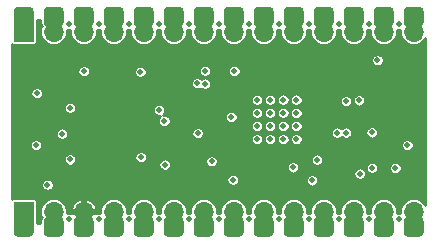
<source format=gbr>
G04 #@! TF.GenerationSoftware,KiCad,Pcbnew,(5.1.0-218-ge90452d)*
G04 #@! TF.CreationDate,2019-04-20T11:49:25-07:00*
G04 #@! TF.ProjectId,lofive,6c6f6669-7665-42e6-9b69-6361645f7063,0*
G04 #@! TF.SameCoordinates,Original*
G04 #@! TF.FileFunction,Copper,L3,Inr*
G04 #@! TF.FilePolarity,Positive*
%FSLAX46Y46*%
G04 Gerber Fmt 4.6, Leading zero omitted, Abs format (unit mm)*
G04 Created by KiCad (PCBNEW (5.1.0-218-ge90452d)) date 2019-04-20 11:49:25*
%MOMM*%
%LPD*%
G04 APERTURE LIST*
%ADD10O,1.700000X1.700000*%
%ADD11R,1.700000X1.700000*%
%ADD12C,0.100000*%
%ADD13C,1.700000*%
%ADD14C,0.850000*%
%ADD15C,0.508000*%
%ADD16C,0.254000*%
G04 APERTURE END LIST*
D10*
X135890000Y-110490000D03*
X133350000Y-110490000D03*
X130810000Y-110490000D03*
X128270000Y-110490000D03*
X125730000Y-110490000D03*
X123190000Y-110490000D03*
X120650000Y-110490000D03*
X118110000Y-110490000D03*
X115570000Y-110490000D03*
X113030000Y-110490000D03*
X110490000Y-110490000D03*
X107950000Y-110490000D03*
X105410000Y-110490000D03*
D11*
X102870000Y-110490000D03*
D12*
G36*
X118576657Y-108372046D02*
G01*
X118617913Y-108378166D01*
X118658371Y-108388300D01*
X118697640Y-108402351D01*
X118735344Y-108420183D01*
X118771117Y-108441625D01*
X118804617Y-108466471D01*
X118835520Y-108494480D01*
X118863529Y-108525383D01*
X118888375Y-108558883D01*
X118909817Y-108594656D01*
X118927649Y-108632360D01*
X118941700Y-108671629D01*
X118951834Y-108712087D01*
X118957954Y-108753343D01*
X118960000Y-108795000D01*
X118960000Y-109645000D01*
X118957954Y-109686657D01*
X118951834Y-109727913D01*
X118941700Y-109768371D01*
X118927649Y-109807640D01*
X118909817Y-109845344D01*
X118888375Y-109881117D01*
X118863529Y-109914617D01*
X118835520Y-109945520D01*
X118804617Y-109973529D01*
X118771117Y-109998375D01*
X118735344Y-110019817D01*
X118697640Y-110037649D01*
X118658371Y-110051700D01*
X118617913Y-110061834D01*
X118576657Y-110067954D01*
X118535000Y-110070000D01*
X117685000Y-110070000D01*
X117643343Y-110067954D01*
X117602087Y-110061834D01*
X117561629Y-110051700D01*
X117522360Y-110037649D01*
X117484656Y-110019817D01*
X117448883Y-109998375D01*
X117415383Y-109973529D01*
X117384480Y-109945520D01*
X117356471Y-109914617D01*
X117331625Y-109881117D01*
X117310183Y-109845344D01*
X117292351Y-109807640D01*
X117278300Y-109768371D01*
X117268166Y-109727913D01*
X117262046Y-109686657D01*
X117260000Y-109645000D01*
X117260000Y-108795000D01*
X117262046Y-108753343D01*
X117268166Y-108712087D01*
X117278300Y-108671629D01*
X117292351Y-108632360D01*
X117310183Y-108594656D01*
X117331625Y-108558883D01*
X117356471Y-108525383D01*
X117384480Y-108494480D01*
X117415383Y-108466471D01*
X117448883Y-108441625D01*
X117484656Y-108420183D01*
X117522360Y-108402351D01*
X117561629Y-108388300D01*
X117602087Y-108378166D01*
X117643343Y-108372046D01*
X117685000Y-108370000D01*
X118535000Y-108370000D01*
X118576657Y-108372046D01*
X118576657Y-108372046D01*
G37*
D13*
X118110000Y-109220000D03*
D12*
G36*
X131276657Y-108372046D02*
G01*
X131317913Y-108378166D01*
X131358371Y-108388300D01*
X131397640Y-108402351D01*
X131435344Y-108420183D01*
X131471117Y-108441625D01*
X131504617Y-108466471D01*
X131535520Y-108494480D01*
X131563529Y-108525383D01*
X131588375Y-108558883D01*
X131609817Y-108594656D01*
X131627649Y-108632360D01*
X131641700Y-108671629D01*
X131651834Y-108712087D01*
X131657954Y-108753343D01*
X131660000Y-108795000D01*
X131660000Y-109645000D01*
X131657954Y-109686657D01*
X131651834Y-109727913D01*
X131641700Y-109768371D01*
X131627649Y-109807640D01*
X131609817Y-109845344D01*
X131588375Y-109881117D01*
X131563529Y-109914617D01*
X131535520Y-109945520D01*
X131504617Y-109973529D01*
X131471117Y-109998375D01*
X131435344Y-110019817D01*
X131397640Y-110037649D01*
X131358371Y-110051700D01*
X131317913Y-110061834D01*
X131276657Y-110067954D01*
X131235000Y-110070000D01*
X130385000Y-110070000D01*
X130343343Y-110067954D01*
X130302087Y-110061834D01*
X130261629Y-110051700D01*
X130222360Y-110037649D01*
X130184656Y-110019817D01*
X130148883Y-109998375D01*
X130115383Y-109973529D01*
X130084480Y-109945520D01*
X130056471Y-109914617D01*
X130031625Y-109881117D01*
X130010183Y-109845344D01*
X129992351Y-109807640D01*
X129978300Y-109768371D01*
X129968166Y-109727913D01*
X129962046Y-109686657D01*
X129960000Y-109645000D01*
X129960000Y-108795000D01*
X129962046Y-108753343D01*
X129968166Y-108712087D01*
X129978300Y-108671629D01*
X129992351Y-108632360D01*
X130010183Y-108594656D01*
X130031625Y-108558883D01*
X130056471Y-108525383D01*
X130084480Y-108494480D01*
X130115383Y-108466471D01*
X130148883Y-108441625D01*
X130184656Y-108420183D01*
X130222360Y-108402351D01*
X130261629Y-108388300D01*
X130302087Y-108378166D01*
X130343343Y-108372046D01*
X130385000Y-108370000D01*
X131235000Y-108370000D01*
X131276657Y-108372046D01*
X131276657Y-108372046D01*
G37*
D13*
X130810000Y-109220000D03*
D12*
G36*
X116036657Y-108372046D02*
G01*
X116077913Y-108378166D01*
X116118371Y-108388300D01*
X116157640Y-108402351D01*
X116195344Y-108420183D01*
X116231117Y-108441625D01*
X116264617Y-108466471D01*
X116295520Y-108494480D01*
X116323529Y-108525383D01*
X116348375Y-108558883D01*
X116369817Y-108594656D01*
X116387649Y-108632360D01*
X116401700Y-108671629D01*
X116411834Y-108712087D01*
X116417954Y-108753343D01*
X116420000Y-108795000D01*
X116420000Y-109645000D01*
X116417954Y-109686657D01*
X116411834Y-109727913D01*
X116401700Y-109768371D01*
X116387649Y-109807640D01*
X116369817Y-109845344D01*
X116348375Y-109881117D01*
X116323529Y-109914617D01*
X116295520Y-109945520D01*
X116264617Y-109973529D01*
X116231117Y-109998375D01*
X116195344Y-110019817D01*
X116157640Y-110037649D01*
X116118371Y-110051700D01*
X116077913Y-110061834D01*
X116036657Y-110067954D01*
X115995000Y-110070000D01*
X115145000Y-110070000D01*
X115103343Y-110067954D01*
X115062087Y-110061834D01*
X115021629Y-110051700D01*
X114982360Y-110037649D01*
X114944656Y-110019817D01*
X114908883Y-109998375D01*
X114875383Y-109973529D01*
X114844480Y-109945520D01*
X114816471Y-109914617D01*
X114791625Y-109881117D01*
X114770183Y-109845344D01*
X114752351Y-109807640D01*
X114738300Y-109768371D01*
X114728166Y-109727913D01*
X114722046Y-109686657D01*
X114720000Y-109645000D01*
X114720000Y-108795000D01*
X114722046Y-108753343D01*
X114728166Y-108712087D01*
X114738300Y-108671629D01*
X114752351Y-108632360D01*
X114770183Y-108594656D01*
X114791625Y-108558883D01*
X114816471Y-108525383D01*
X114844480Y-108494480D01*
X114875383Y-108466471D01*
X114908883Y-108441625D01*
X114944656Y-108420183D01*
X114982360Y-108402351D01*
X115021629Y-108388300D01*
X115062087Y-108378166D01*
X115103343Y-108372046D01*
X115145000Y-108370000D01*
X115995000Y-108370000D01*
X116036657Y-108372046D01*
X116036657Y-108372046D01*
G37*
D13*
X115570000Y-109220000D03*
D12*
G36*
X103336657Y-108372046D02*
G01*
X103377913Y-108378166D01*
X103418371Y-108388300D01*
X103457640Y-108402351D01*
X103495344Y-108420183D01*
X103531117Y-108441625D01*
X103564617Y-108466471D01*
X103595520Y-108494480D01*
X103623529Y-108525383D01*
X103648375Y-108558883D01*
X103669817Y-108594656D01*
X103687649Y-108632360D01*
X103701700Y-108671629D01*
X103711834Y-108712087D01*
X103717954Y-108753343D01*
X103720000Y-108795000D01*
X103720000Y-109645000D01*
X103717954Y-109686657D01*
X103711834Y-109727913D01*
X103701700Y-109768371D01*
X103687649Y-109807640D01*
X103669817Y-109845344D01*
X103648375Y-109881117D01*
X103623529Y-109914617D01*
X103595520Y-109945520D01*
X103564617Y-109973529D01*
X103531117Y-109998375D01*
X103495344Y-110019817D01*
X103457640Y-110037649D01*
X103418371Y-110051700D01*
X103377913Y-110061834D01*
X103336657Y-110067954D01*
X103295000Y-110070000D01*
X102445000Y-110070000D01*
X102403343Y-110067954D01*
X102362087Y-110061834D01*
X102321629Y-110051700D01*
X102282360Y-110037649D01*
X102244656Y-110019817D01*
X102208883Y-109998375D01*
X102175383Y-109973529D01*
X102144480Y-109945520D01*
X102116471Y-109914617D01*
X102091625Y-109881117D01*
X102070183Y-109845344D01*
X102052351Y-109807640D01*
X102038300Y-109768371D01*
X102028166Y-109727913D01*
X102022046Y-109686657D01*
X102020000Y-109645000D01*
X102020000Y-108795000D01*
X102022046Y-108753343D01*
X102028166Y-108712087D01*
X102038300Y-108671629D01*
X102052351Y-108632360D01*
X102070183Y-108594656D01*
X102091625Y-108558883D01*
X102116471Y-108525383D01*
X102144480Y-108494480D01*
X102175383Y-108466471D01*
X102208883Y-108441625D01*
X102244656Y-108420183D01*
X102282360Y-108402351D01*
X102321629Y-108388300D01*
X102362087Y-108378166D01*
X102403343Y-108372046D01*
X102445000Y-108370000D01*
X103295000Y-108370000D01*
X103336657Y-108372046D01*
X103336657Y-108372046D01*
G37*
D13*
X102870000Y-109220000D03*
D12*
G36*
X113496657Y-108372046D02*
G01*
X113537913Y-108378166D01*
X113578371Y-108388300D01*
X113617640Y-108402351D01*
X113655344Y-108420183D01*
X113691117Y-108441625D01*
X113724617Y-108466471D01*
X113755520Y-108494480D01*
X113783529Y-108525383D01*
X113808375Y-108558883D01*
X113829817Y-108594656D01*
X113847649Y-108632360D01*
X113861700Y-108671629D01*
X113871834Y-108712087D01*
X113877954Y-108753343D01*
X113880000Y-108795000D01*
X113880000Y-109645000D01*
X113877954Y-109686657D01*
X113871834Y-109727913D01*
X113861700Y-109768371D01*
X113847649Y-109807640D01*
X113829817Y-109845344D01*
X113808375Y-109881117D01*
X113783529Y-109914617D01*
X113755520Y-109945520D01*
X113724617Y-109973529D01*
X113691117Y-109998375D01*
X113655344Y-110019817D01*
X113617640Y-110037649D01*
X113578371Y-110051700D01*
X113537913Y-110061834D01*
X113496657Y-110067954D01*
X113455000Y-110070000D01*
X112605000Y-110070000D01*
X112563343Y-110067954D01*
X112522087Y-110061834D01*
X112481629Y-110051700D01*
X112442360Y-110037649D01*
X112404656Y-110019817D01*
X112368883Y-109998375D01*
X112335383Y-109973529D01*
X112304480Y-109945520D01*
X112276471Y-109914617D01*
X112251625Y-109881117D01*
X112230183Y-109845344D01*
X112212351Y-109807640D01*
X112198300Y-109768371D01*
X112188166Y-109727913D01*
X112182046Y-109686657D01*
X112180000Y-109645000D01*
X112180000Y-108795000D01*
X112182046Y-108753343D01*
X112188166Y-108712087D01*
X112198300Y-108671629D01*
X112212351Y-108632360D01*
X112230183Y-108594656D01*
X112251625Y-108558883D01*
X112276471Y-108525383D01*
X112304480Y-108494480D01*
X112335383Y-108466471D01*
X112368883Y-108441625D01*
X112404656Y-108420183D01*
X112442360Y-108402351D01*
X112481629Y-108388300D01*
X112522087Y-108378166D01*
X112563343Y-108372046D01*
X112605000Y-108370000D01*
X113455000Y-108370000D01*
X113496657Y-108372046D01*
X113496657Y-108372046D01*
G37*
D13*
X113030000Y-109220000D03*
D12*
G36*
X123656657Y-108372046D02*
G01*
X123697913Y-108378166D01*
X123738371Y-108388300D01*
X123777640Y-108402351D01*
X123815344Y-108420183D01*
X123851117Y-108441625D01*
X123884617Y-108466471D01*
X123915520Y-108494480D01*
X123943529Y-108525383D01*
X123968375Y-108558883D01*
X123989817Y-108594656D01*
X124007649Y-108632360D01*
X124021700Y-108671629D01*
X124031834Y-108712087D01*
X124037954Y-108753343D01*
X124040000Y-108795000D01*
X124040000Y-109645000D01*
X124037954Y-109686657D01*
X124031834Y-109727913D01*
X124021700Y-109768371D01*
X124007649Y-109807640D01*
X123989817Y-109845344D01*
X123968375Y-109881117D01*
X123943529Y-109914617D01*
X123915520Y-109945520D01*
X123884617Y-109973529D01*
X123851117Y-109998375D01*
X123815344Y-110019817D01*
X123777640Y-110037649D01*
X123738371Y-110051700D01*
X123697913Y-110061834D01*
X123656657Y-110067954D01*
X123615000Y-110070000D01*
X122765000Y-110070000D01*
X122723343Y-110067954D01*
X122682087Y-110061834D01*
X122641629Y-110051700D01*
X122602360Y-110037649D01*
X122564656Y-110019817D01*
X122528883Y-109998375D01*
X122495383Y-109973529D01*
X122464480Y-109945520D01*
X122436471Y-109914617D01*
X122411625Y-109881117D01*
X122390183Y-109845344D01*
X122372351Y-109807640D01*
X122358300Y-109768371D01*
X122348166Y-109727913D01*
X122342046Y-109686657D01*
X122340000Y-109645000D01*
X122340000Y-108795000D01*
X122342046Y-108753343D01*
X122348166Y-108712087D01*
X122358300Y-108671629D01*
X122372351Y-108632360D01*
X122390183Y-108594656D01*
X122411625Y-108558883D01*
X122436471Y-108525383D01*
X122464480Y-108494480D01*
X122495383Y-108466471D01*
X122528883Y-108441625D01*
X122564656Y-108420183D01*
X122602360Y-108402351D01*
X122641629Y-108388300D01*
X122682087Y-108378166D01*
X122723343Y-108372046D01*
X122765000Y-108370000D01*
X123615000Y-108370000D01*
X123656657Y-108372046D01*
X123656657Y-108372046D01*
G37*
D13*
X123190000Y-109220000D03*
D12*
G36*
X128736657Y-108372046D02*
G01*
X128777913Y-108378166D01*
X128818371Y-108388300D01*
X128857640Y-108402351D01*
X128895344Y-108420183D01*
X128931117Y-108441625D01*
X128964617Y-108466471D01*
X128995520Y-108494480D01*
X129023529Y-108525383D01*
X129048375Y-108558883D01*
X129069817Y-108594656D01*
X129087649Y-108632360D01*
X129101700Y-108671629D01*
X129111834Y-108712087D01*
X129117954Y-108753343D01*
X129120000Y-108795000D01*
X129120000Y-109645000D01*
X129117954Y-109686657D01*
X129111834Y-109727913D01*
X129101700Y-109768371D01*
X129087649Y-109807640D01*
X129069817Y-109845344D01*
X129048375Y-109881117D01*
X129023529Y-109914617D01*
X128995520Y-109945520D01*
X128964617Y-109973529D01*
X128931117Y-109998375D01*
X128895344Y-110019817D01*
X128857640Y-110037649D01*
X128818371Y-110051700D01*
X128777913Y-110061834D01*
X128736657Y-110067954D01*
X128695000Y-110070000D01*
X127845000Y-110070000D01*
X127803343Y-110067954D01*
X127762087Y-110061834D01*
X127721629Y-110051700D01*
X127682360Y-110037649D01*
X127644656Y-110019817D01*
X127608883Y-109998375D01*
X127575383Y-109973529D01*
X127544480Y-109945520D01*
X127516471Y-109914617D01*
X127491625Y-109881117D01*
X127470183Y-109845344D01*
X127452351Y-109807640D01*
X127438300Y-109768371D01*
X127428166Y-109727913D01*
X127422046Y-109686657D01*
X127420000Y-109645000D01*
X127420000Y-108795000D01*
X127422046Y-108753343D01*
X127428166Y-108712087D01*
X127438300Y-108671629D01*
X127452351Y-108632360D01*
X127470183Y-108594656D01*
X127491625Y-108558883D01*
X127516471Y-108525383D01*
X127544480Y-108494480D01*
X127575383Y-108466471D01*
X127608883Y-108441625D01*
X127644656Y-108420183D01*
X127682360Y-108402351D01*
X127721629Y-108388300D01*
X127762087Y-108378166D01*
X127803343Y-108372046D01*
X127845000Y-108370000D01*
X128695000Y-108370000D01*
X128736657Y-108372046D01*
X128736657Y-108372046D01*
G37*
D13*
X128270000Y-109220000D03*
D12*
G36*
X121116657Y-108372046D02*
G01*
X121157913Y-108378166D01*
X121198371Y-108388300D01*
X121237640Y-108402351D01*
X121275344Y-108420183D01*
X121311117Y-108441625D01*
X121344617Y-108466471D01*
X121375520Y-108494480D01*
X121403529Y-108525383D01*
X121428375Y-108558883D01*
X121449817Y-108594656D01*
X121467649Y-108632360D01*
X121481700Y-108671629D01*
X121491834Y-108712087D01*
X121497954Y-108753343D01*
X121500000Y-108795000D01*
X121500000Y-109645000D01*
X121497954Y-109686657D01*
X121491834Y-109727913D01*
X121481700Y-109768371D01*
X121467649Y-109807640D01*
X121449817Y-109845344D01*
X121428375Y-109881117D01*
X121403529Y-109914617D01*
X121375520Y-109945520D01*
X121344617Y-109973529D01*
X121311117Y-109998375D01*
X121275344Y-110019817D01*
X121237640Y-110037649D01*
X121198371Y-110051700D01*
X121157913Y-110061834D01*
X121116657Y-110067954D01*
X121075000Y-110070000D01*
X120225000Y-110070000D01*
X120183343Y-110067954D01*
X120142087Y-110061834D01*
X120101629Y-110051700D01*
X120062360Y-110037649D01*
X120024656Y-110019817D01*
X119988883Y-109998375D01*
X119955383Y-109973529D01*
X119924480Y-109945520D01*
X119896471Y-109914617D01*
X119871625Y-109881117D01*
X119850183Y-109845344D01*
X119832351Y-109807640D01*
X119818300Y-109768371D01*
X119808166Y-109727913D01*
X119802046Y-109686657D01*
X119800000Y-109645000D01*
X119800000Y-108795000D01*
X119802046Y-108753343D01*
X119808166Y-108712087D01*
X119818300Y-108671629D01*
X119832351Y-108632360D01*
X119850183Y-108594656D01*
X119871625Y-108558883D01*
X119896471Y-108525383D01*
X119924480Y-108494480D01*
X119955383Y-108466471D01*
X119988883Y-108441625D01*
X120024656Y-108420183D01*
X120062360Y-108402351D01*
X120101629Y-108388300D01*
X120142087Y-108378166D01*
X120183343Y-108372046D01*
X120225000Y-108370000D01*
X121075000Y-108370000D01*
X121116657Y-108372046D01*
X121116657Y-108372046D01*
G37*
D13*
X120650000Y-109220000D03*
D12*
G36*
X136356657Y-108372046D02*
G01*
X136397913Y-108378166D01*
X136438371Y-108388300D01*
X136477640Y-108402351D01*
X136515344Y-108420183D01*
X136551117Y-108441625D01*
X136584617Y-108466471D01*
X136615520Y-108494480D01*
X136643529Y-108525383D01*
X136668375Y-108558883D01*
X136689817Y-108594656D01*
X136707649Y-108632360D01*
X136721700Y-108671629D01*
X136731834Y-108712087D01*
X136737954Y-108753343D01*
X136740000Y-108795000D01*
X136740000Y-109645000D01*
X136737954Y-109686657D01*
X136731834Y-109727913D01*
X136721700Y-109768371D01*
X136707649Y-109807640D01*
X136689817Y-109845344D01*
X136668375Y-109881117D01*
X136643529Y-109914617D01*
X136615520Y-109945520D01*
X136584617Y-109973529D01*
X136551117Y-109998375D01*
X136515344Y-110019817D01*
X136477640Y-110037649D01*
X136438371Y-110051700D01*
X136397913Y-110061834D01*
X136356657Y-110067954D01*
X136315000Y-110070000D01*
X135465000Y-110070000D01*
X135423343Y-110067954D01*
X135382087Y-110061834D01*
X135341629Y-110051700D01*
X135302360Y-110037649D01*
X135264656Y-110019817D01*
X135228883Y-109998375D01*
X135195383Y-109973529D01*
X135164480Y-109945520D01*
X135136471Y-109914617D01*
X135111625Y-109881117D01*
X135090183Y-109845344D01*
X135072351Y-109807640D01*
X135058300Y-109768371D01*
X135048166Y-109727913D01*
X135042046Y-109686657D01*
X135040000Y-109645000D01*
X135040000Y-108795000D01*
X135042046Y-108753343D01*
X135048166Y-108712087D01*
X135058300Y-108671629D01*
X135072351Y-108632360D01*
X135090183Y-108594656D01*
X135111625Y-108558883D01*
X135136471Y-108525383D01*
X135164480Y-108494480D01*
X135195383Y-108466471D01*
X135228883Y-108441625D01*
X135264656Y-108420183D01*
X135302360Y-108402351D01*
X135341629Y-108388300D01*
X135382087Y-108378166D01*
X135423343Y-108372046D01*
X135465000Y-108370000D01*
X136315000Y-108370000D01*
X136356657Y-108372046D01*
X136356657Y-108372046D01*
G37*
D13*
X135890000Y-109220000D03*
D12*
G36*
X110956657Y-108372046D02*
G01*
X110997913Y-108378166D01*
X111038371Y-108388300D01*
X111077640Y-108402351D01*
X111115344Y-108420183D01*
X111151117Y-108441625D01*
X111184617Y-108466471D01*
X111215520Y-108494480D01*
X111243529Y-108525383D01*
X111268375Y-108558883D01*
X111289817Y-108594656D01*
X111307649Y-108632360D01*
X111321700Y-108671629D01*
X111331834Y-108712087D01*
X111337954Y-108753343D01*
X111340000Y-108795000D01*
X111340000Y-109645000D01*
X111337954Y-109686657D01*
X111331834Y-109727913D01*
X111321700Y-109768371D01*
X111307649Y-109807640D01*
X111289817Y-109845344D01*
X111268375Y-109881117D01*
X111243529Y-109914617D01*
X111215520Y-109945520D01*
X111184617Y-109973529D01*
X111151117Y-109998375D01*
X111115344Y-110019817D01*
X111077640Y-110037649D01*
X111038371Y-110051700D01*
X110997913Y-110061834D01*
X110956657Y-110067954D01*
X110915000Y-110070000D01*
X110065000Y-110070000D01*
X110023343Y-110067954D01*
X109982087Y-110061834D01*
X109941629Y-110051700D01*
X109902360Y-110037649D01*
X109864656Y-110019817D01*
X109828883Y-109998375D01*
X109795383Y-109973529D01*
X109764480Y-109945520D01*
X109736471Y-109914617D01*
X109711625Y-109881117D01*
X109690183Y-109845344D01*
X109672351Y-109807640D01*
X109658300Y-109768371D01*
X109648166Y-109727913D01*
X109642046Y-109686657D01*
X109640000Y-109645000D01*
X109640000Y-108795000D01*
X109642046Y-108753343D01*
X109648166Y-108712087D01*
X109658300Y-108671629D01*
X109672351Y-108632360D01*
X109690183Y-108594656D01*
X109711625Y-108558883D01*
X109736471Y-108525383D01*
X109764480Y-108494480D01*
X109795383Y-108466471D01*
X109828883Y-108441625D01*
X109864656Y-108420183D01*
X109902360Y-108402351D01*
X109941629Y-108388300D01*
X109982087Y-108378166D01*
X110023343Y-108372046D01*
X110065000Y-108370000D01*
X110915000Y-108370000D01*
X110956657Y-108372046D01*
X110956657Y-108372046D01*
G37*
D13*
X110490000Y-109220000D03*
D12*
G36*
X105876657Y-108372046D02*
G01*
X105917913Y-108378166D01*
X105958371Y-108388300D01*
X105997640Y-108402351D01*
X106035344Y-108420183D01*
X106071117Y-108441625D01*
X106104617Y-108466471D01*
X106135520Y-108494480D01*
X106163529Y-108525383D01*
X106188375Y-108558883D01*
X106209817Y-108594656D01*
X106227649Y-108632360D01*
X106241700Y-108671629D01*
X106251834Y-108712087D01*
X106257954Y-108753343D01*
X106260000Y-108795000D01*
X106260000Y-109645000D01*
X106257954Y-109686657D01*
X106251834Y-109727913D01*
X106241700Y-109768371D01*
X106227649Y-109807640D01*
X106209817Y-109845344D01*
X106188375Y-109881117D01*
X106163529Y-109914617D01*
X106135520Y-109945520D01*
X106104617Y-109973529D01*
X106071117Y-109998375D01*
X106035344Y-110019817D01*
X105997640Y-110037649D01*
X105958371Y-110051700D01*
X105917913Y-110061834D01*
X105876657Y-110067954D01*
X105835000Y-110070000D01*
X104985000Y-110070000D01*
X104943343Y-110067954D01*
X104902087Y-110061834D01*
X104861629Y-110051700D01*
X104822360Y-110037649D01*
X104784656Y-110019817D01*
X104748883Y-109998375D01*
X104715383Y-109973529D01*
X104684480Y-109945520D01*
X104656471Y-109914617D01*
X104631625Y-109881117D01*
X104610183Y-109845344D01*
X104592351Y-109807640D01*
X104578300Y-109768371D01*
X104568166Y-109727913D01*
X104562046Y-109686657D01*
X104560000Y-109645000D01*
X104560000Y-108795000D01*
X104562046Y-108753343D01*
X104568166Y-108712087D01*
X104578300Y-108671629D01*
X104592351Y-108632360D01*
X104610183Y-108594656D01*
X104631625Y-108558883D01*
X104656471Y-108525383D01*
X104684480Y-108494480D01*
X104715383Y-108466471D01*
X104748883Y-108441625D01*
X104784656Y-108420183D01*
X104822360Y-108402351D01*
X104861629Y-108388300D01*
X104902087Y-108378166D01*
X104943343Y-108372046D01*
X104985000Y-108370000D01*
X105835000Y-108370000D01*
X105876657Y-108372046D01*
X105876657Y-108372046D01*
G37*
D13*
X105410000Y-109220000D03*
D12*
G36*
X108416657Y-108372046D02*
G01*
X108457913Y-108378166D01*
X108498371Y-108388300D01*
X108537640Y-108402351D01*
X108575344Y-108420183D01*
X108611117Y-108441625D01*
X108644617Y-108466471D01*
X108675520Y-108494480D01*
X108703529Y-108525383D01*
X108728375Y-108558883D01*
X108749817Y-108594656D01*
X108767649Y-108632360D01*
X108781700Y-108671629D01*
X108791834Y-108712087D01*
X108797954Y-108753343D01*
X108800000Y-108795000D01*
X108800000Y-109645000D01*
X108797954Y-109686657D01*
X108791834Y-109727913D01*
X108781700Y-109768371D01*
X108767649Y-109807640D01*
X108749817Y-109845344D01*
X108728375Y-109881117D01*
X108703529Y-109914617D01*
X108675520Y-109945520D01*
X108644617Y-109973529D01*
X108611117Y-109998375D01*
X108575344Y-110019817D01*
X108537640Y-110037649D01*
X108498371Y-110051700D01*
X108457913Y-110061834D01*
X108416657Y-110067954D01*
X108375000Y-110070000D01*
X107525000Y-110070000D01*
X107483343Y-110067954D01*
X107442087Y-110061834D01*
X107401629Y-110051700D01*
X107362360Y-110037649D01*
X107324656Y-110019817D01*
X107288883Y-109998375D01*
X107255383Y-109973529D01*
X107224480Y-109945520D01*
X107196471Y-109914617D01*
X107171625Y-109881117D01*
X107150183Y-109845344D01*
X107132351Y-109807640D01*
X107118300Y-109768371D01*
X107108166Y-109727913D01*
X107102046Y-109686657D01*
X107100000Y-109645000D01*
X107100000Y-108795000D01*
X107102046Y-108753343D01*
X107108166Y-108712087D01*
X107118300Y-108671629D01*
X107132351Y-108632360D01*
X107150183Y-108594656D01*
X107171625Y-108558883D01*
X107196471Y-108525383D01*
X107224480Y-108494480D01*
X107255383Y-108466471D01*
X107288883Y-108441625D01*
X107324656Y-108420183D01*
X107362360Y-108402351D01*
X107401629Y-108388300D01*
X107442087Y-108378166D01*
X107483343Y-108372046D01*
X107525000Y-108370000D01*
X108375000Y-108370000D01*
X108416657Y-108372046D01*
X108416657Y-108372046D01*
G37*
D13*
X107950000Y-109220000D03*
D12*
G36*
X126196657Y-108372046D02*
G01*
X126237913Y-108378166D01*
X126278371Y-108388300D01*
X126317640Y-108402351D01*
X126355344Y-108420183D01*
X126391117Y-108441625D01*
X126424617Y-108466471D01*
X126455520Y-108494480D01*
X126483529Y-108525383D01*
X126508375Y-108558883D01*
X126529817Y-108594656D01*
X126547649Y-108632360D01*
X126561700Y-108671629D01*
X126571834Y-108712087D01*
X126577954Y-108753343D01*
X126580000Y-108795000D01*
X126580000Y-109645000D01*
X126577954Y-109686657D01*
X126571834Y-109727913D01*
X126561700Y-109768371D01*
X126547649Y-109807640D01*
X126529817Y-109845344D01*
X126508375Y-109881117D01*
X126483529Y-109914617D01*
X126455520Y-109945520D01*
X126424617Y-109973529D01*
X126391117Y-109998375D01*
X126355344Y-110019817D01*
X126317640Y-110037649D01*
X126278371Y-110051700D01*
X126237913Y-110061834D01*
X126196657Y-110067954D01*
X126155000Y-110070000D01*
X125305000Y-110070000D01*
X125263343Y-110067954D01*
X125222087Y-110061834D01*
X125181629Y-110051700D01*
X125142360Y-110037649D01*
X125104656Y-110019817D01*
X125068883Y-109998375D01*
X125035383Y-109973529D01*
X125004480Y-109945520D01*
X124976471Y-109914617D01*
X124951625Y-109881117D01*
X124930183Y-109845344D01*
X124912351Y-109807640D01*
X124898300Y-109768371D01*
X124888166Y-109727913D01*
X124882046Y-109686657D01*
X124880000Y-109645000D01*
X124880000Y-108795000D01*
X124882046Y-108753343D01*
X124888166Y-108712087D01*
X124898300Y-108671629D01*
X124912351Y-108632360D01*
X124930183Y-108594656D01*
X124951625Y-108558883D01*
X124976471Y-108525383D01*
X125004480Y-108494480D01*
X125035383Y-108466471D01*
X125068883Y-108441625D01*
X125104656Y-108420183D01*
X125142360Y-108402351D01*
X125181629Y-108388300D01*
X125222087Y-108378166D01*
X125263343Y-108372046D01*
X125305000Y-108370000D01*
X126155000Y-108370000D01*
X126196657Y-108372046D01*
X126196657Y-108372046D01*
G37*
D13*
X125730000Y-109220000D03*
D12*
G36*
X133816657Y-108372046D02*
G01*
X133857913Y-108378166D01*
X133898371Y-108388300D01*
X133937640Y-108402351D01*
X133975344Y-108420183D01*
X134011117Y-108441625D01*
X134044617Y-108466471D01*
X134075520Y-108494480D01*
X134103529Y-108525383D01*
X134128375Y-108558883D01*
X134149817Y-108594656D01*
X134167649Y-108632360D01*
X134181700Y-108671629D01*
X134191834Y-108712087D01*
X134197954Y-108753343D01*
X134200000Y-108795000D01*
X134200000Y-109645000D01*
X134197954Y-109686657D01*
X134191834Y-109727913D01*
X134181700Y-109768371D01*
X134167649Y-109807640D01*
X134149817Y-109845344D01*
X134128375Y-109881117D01*
X134103529Y-109914617D01*
X134075520Y-109945520D01*
X134044617Y-109973529D01*
X134011117Y-109998375D01*
X133975344Y-110019817D01*
X133937640Y-110037649D01*
X133898371Y-110051700D01*
X133857913Y-110061834D01*
X133816657Y-110067954D01*
X133775000Y-110070000D01*
X132925000Y-110070000D01*
X132883343Y-110067954D01*
X132842087Y-110061834D01*
X132801629Y-110051700D01*
X132762360Y-110037649D01*
X132724656Y-110019817D01*
X132688883Y-109998375D01*
X132655383Y-109973529D01*
X132624480Y-109945520D01*
X132596471Y-109914617D01*
X132571625Y-109881117D01*
X132550183Y-109845344D01*
X132532351Y-109807640D01*
X132518300Y-109768371D01*
X132508166Y-109727913D01*
X132502046Y-109686657D01*
X132500000Y-109645000D01*
X132500000Y-108795000D01*
X132502046Y-108753343D01*
X132508166Y-108712087D01*
X132518300Y-108671629D01*
X132532351Y-108632360D01*
X132550183Y-108594656D01*
X132571625Y-108558883D01*
X132596471Y-108525383D01*
X132624480Y-108494480D01*
X132655383Y-108466471D01*
X132688883Y-108441625D01*
X132724656Y-108420183D01*
X132762360Y-108402351D01*
X132801629Y-108388300D01*
X132842087Y-108378166D01*
X132883343Y-108372046D01*
X132925000Y-108370000D01*
X133775000Y-108370000D01*
X133816657Y-108372046D01*
X133816657Y-108372046D01*
G37*
D13*
X133350000Y-109220000D03*
D10*
X135890000Y-125730000D03*
X133350000Y-125730000D03*
X130810000Y-125730000D03*
X128270000Y-125730000D03*
X125730000Y-125730000D03*
X123190000Y-125730000D03*
X120650000Y-125730000D03*
X118110000Y-125730000D03*
X115570000Y-125730000D03*
X113030000Y-125730000D03*
X110490000Y-125730000D03*
X107950000Y-125730000D03*
X105410000Y-125730000D03*
D11*
X102870000Y-125730000D03*
D12*
G36*
X118576657Y-126152046D02*
G01*
X118617913Y-126158166D01*
X118658371Y-126168300D01*
X118697640Y-126182351D01*
X118735344Y-126200183D01*
X118771117Y-126221625D01*
X118804617Y-126246471D01*
X118835520Y-126274480D01*
X118863529Y-126305383D01*
X118888375Y-126338883D01*
X118909817Y-126374656D01*
X118927649Y-126412360D01*
X118941700Y-126451629D01*
X118951834Y-126492087D01*
X118957954Y-126533343D01*
X118960000Y-126575000D01*
X118960000Y-127425000D01*
X118957954Y-127466657D01*
X118951834Y-127507913D01*
X118941700Y-127548371D01*
X118927649Y-127587640D01*
X118909817Y-127625344D01*
X118888375Y-127661117D01*
X118863529Y-127694617D01*
X118835520Y-127725520D01*
X118804617Y-127753529D01*
X118771117Y-127778375D01*
X118735344Y-127799817D01*
X118697640Y-127817649D01*
X118658371Y-127831700D01*
X118617913Y-127841834D01*
X118576657Y-127847954D01*
X118535000Y-127850000D01*
X117685000Y-127850000D01*
X117643343Y-127847954D01*
X117602087Y-127841834D01*
X117561629Y-127831700D01*
X117522360Y-127817649D01*
X117484656Y-127799817D01*
X117448883Y-127778375D01*
X117415383Y-127753529D01*
X117384480Y-127725520D01*
X117356471Y-127694617D01*
X117331625Y-127661117D01*
X117310183Y-127625344D01*
X117292351Y-127587640D01*
X117278300Y-127548371D01*
X117268166Y-127507913D01*
X117262046Y-127466657D01*
X117260000Y-127425000D01*
X117260000Y-126575000D01*
X117262046Y-126533343D01*
X117268166Y-126492087D01*
X117278300Y-126451629D01*
X117292351Y-126412360D01*
X117310183Y-126374656D01*
X117331625Y-126338883D01*
X117356471Y-126305383D01*
X117384480Y-126274480D01*
X117415383Y-126246471D01*
X117448883Y-126221625D01*
X117484656Y-126200183D01*
X117522360Y-126182351D01*
X117561629Y-126168300D01*
X117602087Y-126158166D01*
X117643343Y-126152046D01*
X117685000Y-126150000D01*
X118535000Y-126150000D01*
X118576657Y-126152046D01*
X118576657Y-126152046D01*
G37*
D13*
X118110000Y-127000000D03*
D12*
G36*
X131276657Y-126152046D02*
G01*
X131317913Y-126158166D01*
X131358371Y-126168300D01*
X131397640Y-126182351D01*
X131435344Y-126200183D01*
X131471117Y-126221625D01*
X131504617Y-126246471D01*
X131535520Y-126274480D01*
X131563529Y-126305383D01*
X131588375Y-126338883D01*
X131609817Y-126374656D01*
X131627649Y-126412360D01*
X131641700Y-126451629D01*
X131651834Y-126492087D01*
X131657954Y-126533343D01*
X131660000Y-126575000D01*
X131660000Y-127425000D01*
X131657954Y-127466657D01*
X131651834Y-127507913D01*
X131641700Y-127548371D01*
X131627649Y-127587640D01*
X131609817Y-127625344D01*
X131588375Y-127661117D01*
X131563529Y-127694617D01*
X131535520Y-127725520D01*
X131504617Y-127753529D01*
X131471117Y-127778375D01*
X131435344Y-127799817D01*
X131397640Y-127817649D01*
X131358371Y-127831700D01*
X131317913Y-127841834D01*
X131276657Y-127847954D01*
X131235000Y-127850000D01*
X130385000Y-127850000D01*
X130343343Y-127847954D01*
X130302087Y-127841834D01*
X130261629Y-127831700D01*
X130222360Y-127817649D01*
X130184656Y-127799817D01*
X130148883Y-127778375D01*
X130115383Y-127753529D01*
X130084480Y-127725520D01*
X130056471Y-127694617D01*
X130031625Y-127661117D01*
X130010183Y-127625344D01*
X129992351Y-127587640D01*
X129978300Y-127548371D01*
X129968166Y-127507913D01*
X129962046Y-127466657D01*
X129960000Y-127425000D01*
X129960000Y-126575000D01*
X129962046Y-126533343D01*
X129968166Y-126492087D01*
X129978300Y-126451629D01*
X129992351Y-126412360D01*
X130010183Y-126374656D01*
X130031625Y-126338883D01*
X130056471Y-126305383D01*
X130084480Y-126274480D01*
X130115383Y-126246471D01*
X130148883Y-126221625D01*
X130184656Y-126200183D01*
X130222360Y-126182351D01*
X130261629Y-126168300D01*
X130302087Y-126158166D01*
X130343343Y-126152046D01*
X130385000Y-126150000D01*
X131235000Y-126150000D01*
X131276657Y-126152046D01*
X131276657Y-126152046D01*
G37*
D13*
X130810000Y-127000000D03*
D12*
G36*
X116036657Y-126152046D02*
G01*
X116077913Y-126158166D01*
X116118371Y-126168300D01*
X116157640Y-126182351D01*
X116195344Y-126200183D01*
X116231117Y-126221625D01*
X116264617Y-126246471D01*
X116295520Y-126274480D01*
X116323529Y-126305383D01*
X116348375Y-126338883D01*
X116369817Y-126374656D01*
X116387649Y-126412360D01*
X116401700Y-126451629D01*
X116411834Y-126492087D01*
X116417954Y-126533343D01*
X116420000Y-126575000D01*
X116420000Y-127425000D01*
X116417954Y-127466657D01*
X116411834Y-127507913D01*
X116401700Y-127548371D01*
X116387649Y-127587640D01*
X116369817Y-127625344D01*
X116348375Y-127661117D01*
X116323529Y-127694617D01*
X116295520Y-127725520D01*
X116264617Y-127753529D01*
X116231117Y-127778375D01*
X116195344Y-127799817D01*
X116157640Y-127817649D01*
X116118371Y-127831700D01*
X116077913Y-127841834D01*
X116036657Y-127847954D01*
X115995000Y-127850000D01*
X115145000Y-127850000D01*
X115103343Y-127847954D01*
X115062087Y-127841834D01*
X115021629Y-127831700D01*
X114982360Y-127817649D01*
X114944656Y-127799817D01*
X114908883Y-127778375D01*
X114875383Y-127753529D01*
X114844480Y-127725520D01*
X114816471Y-127694617D01*
X114791625Y-127661117D01*
X114770183Y-127625344D01*
X114752351Y-127587640D01*
X114738300Y-127548371D01*
X114728166Y-127507913D01*
X114722046Y-127466657D01*
X114720000Y-127425000D01*
X114720000Y-126575000D01*
X114722046Y-126533343D01*
X114728166Y-126492087D01*
X114738300Y-126451629D01*
X114752351Y-126412360D01*
X114770183Y-126374656D01*
X114791625Y-126338883D01*
X114816471Y-126305383D01*
X114844480Y-126274480D01*
X114875383Y-126246471D01*
X114908883Y-126221625D01*
X114944656Y-126200183D01*
X114982360Y-126182351D01*
X115021629Y-126168300D01*
X115062087Y-126158166D01*
X115103343Y-126152046D01*
X115145000Y-126150000D01*
X115995000Y-126150000D01*
X116036657Y-126152046D01*
X116036657Y-126152046D01*
G37*
D13*
X115570000Y-127000000D03*
D12*
G36*
X103336657Y-126152046D02*
G01*
X103377913Y-126158166D01*
X103418371Y-126168300D01*
X103457640Y-126182351D01*
X103495344Y-126200183D01*
X103531117Y-126221625D01*
X103564617Y-126246471D01*
X103595520Y-126274480D01*
X103623529Y-126305383D01*
X103648375Y-126338883D01*
X103669817Y-126374656D01*
X103687649Y-126412360D01*
X103701700Y-126451629D01*
X103711834Y-126492087D01*
X103717954Y-126533343D01*
X103720000Y-126575000D01*
X103720000Y-127425000D01*
X103717954Y-127466657D01*
X103711834Y-127507913D01*
X103701700Y-127548371D01*
X103687649Y-127587640D01*
X103669817Y-127625344D01*
X103648375Y-127661117D01*
X103623529Y-127694617D01*
X103595520Y-127725520D01*
X103564617Y-127753529D01*
X103531117Y-127778375D01*
X103495344Y-127799817D01*
X103457640Y-127817649D01*
X103418371Y-127831700D01*
X103377913Y-127841834D01*
X103336657Y-127847954D01*
X103295000Y-127850000D01*
X102445000Y-127850000D01*
X102403343Y-127847954D01*
X102362087Y-127841834D01*
X102321629Y-127831700D01*
X102282360Y-127817649D01*
X102244656Y-127799817D01*
X102208883Y-127778375D01*
X102175383Y-127753529D01*
X102144480Y-127725520D01*
X102116471Y-127694617D01*
X102091625Y-127661117D01*
X102070183Y-127625344D01*
X102052351Y-127587640D01*
X102038300Y-127548371D01*
X102028166Y-127507913D01*
X102022046Y-127466657D01*
X102020000Y-127425000D01*
X102020000Y-126575000D01*
X102022046Y-126533343D01*
X102028166Y-126492087D01*
X102038300Y-126451629D01*
X102052351Y-126412360D01*
X102070183Y-126374656D01*
X102091625Y-126338883D01*
X102116471Y-126305383D01*
X102144480Y-126274480D01*
X102175383Y-126246471D01*
X102208883Y-126221625D01*
X102244656Y-126200183D01*
X102282360Y-126182351D01*
X102321629Y-126168300D01*
X102362087Y-126158166D01*
X102403343Y-126152046D01*
X102445000Y-126150000D01*
X103295000Y-126150000D01*
X103336657Y-126152046D01*
X103336657Y-126152046D01*
G37*
D13*
X102870000Y-127000000D03*
D12*
G36*
X113496657Y-126152046D02*
G01*
X113537913Y-126158166D01*
X113578371Y-126168300D01*
X113617640Y-126182351D01*
X113655344Y-126200183D01*
X113691117Y-126221625D01*
X113724617Y-126246471D01*
X113755520Y-126274480D01*
X113783529Y-126305383D01*
X113808375Y-126338883D01*
X113829817Y-126374656D01*
X113847649Y-126412360D01*
X113861700Y-126451629D01*
X113871834Y-126492087D01*
X113877954Y-126533343D01*
X113880000Y-126575000D01*
X113880000Y-127425000D01*
X113877954Y-127466657D01*
X113871834Y-127507913D01*
X113861700Y-127548371D01*
X113847649Y-127587640D01*
X113829817Y-127625344D01*
X113808375Y-127661117D01*
X113783529Y-127694617D01*
X113755520Y-127725520D01*
X113724617Y-127753529D01*
X113691117Y-127778375D01*
X113655344Y-127799817D01*
X113617640Y-127817649D01*
X113578371Y-127831700D01*
X113537913Y-127841834D01*
X113496657Y-127847954D01*
X113455000Y-127850000D01*
X112605000Y-127850000D01*
X112563343Y-127847954D01*
X112522087Y-127841834D01*
X112481629Y-127831700D01*
X112442360Y-127817649D01*
X112404656Y-127799817D01*
X112368883Y-127778375D01*
X112335383Y-127753529D01*
X112304480Y-127725520D01*
X112276471Y-127694617D01*
X112251625Y-127661117D01*
X112230183Y-127625344D01*
X112212351Y-127587640D01*
X112198300Y-127548371D01*
X112188166Y-127507913D01*
X112182046Y-127466657D01*
X112180000Y-127425000D01*
X112180000Y-126575000D01*
X112182046Y-126533343D01*
X112188166Y-126492087D01*
X112198300Y-126451629D01*
X112212351Y-126412360D01*
X112230183Y-126374656D01*
X112251625Y-126338883D01*
X112276471Y-126305383D01*
X112304480Y-126274480D01*
X112335383Y-126246471D01*
X112368883Y-126221625D01*
X112404656Y-126200183D01*
X112442360Y-126182351D01*
X112481629Y-126168300D01*
X112522087Y-126158166D01*
X112563343Y-126152046D01*
X112605000Y-126150000D01*
X113455000Y-126150000D01*
X113496657Y-126152046D01*
X113496657Y-126152046D01*
G37*
D13*
X113030000Y-127000000D03*
D14*
X123190000Y-127000000D03*
D12*
G36*
X123656657Y-126152046D02*
G01*
X123697913Y-126158166D01*
X123738371Y-126168300D01*
X123777640Y-126182351D01*
X123815344Y-126200183D01*
X123851117Y-126221625D01*
X123884617Y-126246471D01*
X123915520Y-126274480D01*
X123943529Y-126305383D01*
X123968375Y-126338883D01*
X123989817Y-126374656D01*
X124007649Y-126412360D01*
X124021700Y-126451629D01*
X124031834Y-126492087D01*
X124037954Y-126533343D01*
X124040000Y-126575000D01*
X124040000Y-127425000D01*
X124037954Y-127466657D01*
X124031834Y-127507913D01*
X124021700Y-127548371D01*
X124007649Y-127587640D01*
X123989817Y-127625344D01*
X123968375Y-127661117D01*
X123943529Y-127694617D01*
X123915520Y-127725520D01*
X123884617Y-127753529D01*
X123851117Y-127778375D01*
X123815344Y-127799817D01*
X123777640Y-127817649D01*
X123738371Y-127831700D01*
X123697913Y-127841834D01*
X123656657Y-127847954D01*
X123615000Y-127850000D01*
X122765000Y-127850000D01*
X122723343Y-127847954D01*
X122682087Y-127841834D01*
X122641629Y-127831700D01*
X122602360Y-127817649D01*
X122564656Y-127799817D01*
X122528883Y-127778375D01*
X122495383Y-127753529D01*
X122464480Y-127725520D01*
X122436471Y-127694617D01*
X122411625Y-127661117D01*
X122390183Y-127625344D01*
X122372351Y-127587640D01*
X122358300Y-127548371D01*
X122348166Y-127507913D01*
X122342046Y-127466657D01*
X122340000Y-127425000D01*
X122340000Y-126575000D01*
X122342046Y-126533343D01*
X122348166Y-126492087D01*
X122358300Y-126451629D01*
X122372351Y-126412360D01*
X122390183Y-126374656D01*
X122411625Y-126338883D01*
X122436471Y-126305383D01*
X122464480Y-126274480D01*
X122495383Y-126246471D01*
X122528883Y-126221625D01*
X122564656Y-126200183D01*
X122602360Y-126182351D01*
X122641629Y-126168300D01*
X122682087Y-126158166D01*
X122723343Y-126152046D01*
X122765000Y-126150000D01*
X123615000Y-126150000D01*
X123656657Y-126152046D01*
X123656657Y-126152046D01*
G37*
G36*
X128736657Y-126152046D02*
G01*
X128777913Y-126158166D01*
X128818371Y-126168300D01*
X128857640Y-126182351D01*
X128895344Y-126200183D01*
X128931117Y-126221625D01*
X128964617Y-126246471D01*
X128995520Y-126274480D01*
X129023529Y-126305383D01*
X129048375Y-126338883D01*
X129069817Y-126374656D01*
X129087649Y-126412360D01*
X129101700Y-126451629D01*
X129111834Y-126492087D01*
X129117954Y-126533343D01*
X129120000Y-126575000D01*
X129120000Y-127425000D01*
X129117954Y-127466657D01*
X129111834Y-127507913D01*
X129101700Y-127548371D01*
X129087649Y-127587640D01*
X129069817Y-127625344D01*
X129048375Y-127661117D01*
X129023529Y-127694617D01*
X128995520Y-127725520D01*
X128964617Y-127753529D01*
X128931117Y-127778375D01*
X128895344Y-127799817D01*
X128857640Y-127817649D01*
X128818371Y-127831700D01*
X128777913Y-127841834D01*
X128736657Y-127847954D01*
X128695000Y-127850000D01*
X127845000Y-127850000D01*
X127803343Y-127847954D01*
X127762087Y-127841834D01*
X127721629Y-127831700D01*
X127682360Y-127817649D01*
X127644656Y-127799817D01*
X127608883Y-127778375D01*
X127575383Y-127753529D01*
X127544480Y-127725520D01*
X127516471Y-127694617D01*
X127491625Y-127661117D01*
X127470183Y-127625344D01*
X127452351Y-127587640D01*
X127438300Y-127548371D01*
X127428166Y-127507913D01*
X127422046Y-127466657D01*
X127420000Y-127425000D01*
X127420000Y-126575000D01*
X127422046Y-126533343D01*
X127428166Y-126492087D01*
X127438300Y-126451629D01*
X127452351Y-126412360D01*
X127470183Y-126374656D01*
X127491625Y-126338883D01*
X127516471Y-126305383D01*
X127544480Y-126274480D01*
X127575383Y-126246471D01*
X127608883Y-126221625D01*
X127644656Y-126200183D01*
X127682360Y-126182351D01*
X127721629Y-126168300D01*
X127762087Y-126158166D01*
X127803343Y-126152046D01*
X127845000Y-126150000D01*
X128695000Y-126150000D01*
X128736657Y-126152046D01*
X128736657Y-126152046D01*
G37*
D13*
X128270000Y-127000000D03*
D12*
G36*
X121116657Y-126152046D02*
G01*
X121157913Y-126158166D01*
X121198371Y-126168300D01*
X121237640Y-126182351D01*
X121275344Y-126200183D01*
X121311117Y-126221625D01*
X121344617Y-126246471D01*
X121375520Y-126274480D01*
X121403529Y-126305383D01*
X121428375Y-126338883D01*
X121449817Y-126374656D01*
X121467649Y-126412360D01*
X121481700Y-126451629D01*
X121491834Y-126492087D01*
X121497954Y-126533343D01*
X121500000Y-126575000D01*
X121500000Y-127425000D01*
X121497954Y-127466657D01*
X121491834Y-127507913D01*
X121481700Y-127548371D01*
X121467649Y-127587640D01*
X121449817Y-127625344D01*
X121428375Y-127661117D01*
X121403529Y-127694617D01*
X121375520Y-127725520D01*
X121344617Y-127753529D01*
X121311117Y-127778375D01*
X121275344Y-127799817D01*
X121237640Y-127817649D01*
X121198371Y-127831700D01*
X121157913Y-127841834D01*
X121116657Y-127847954D01*
X121075000Y-127850000D01*
X120225000Y-127850000D01*
X120183343Y-127847954D01*
X120142087Y-127841834D01*
X120101629Y-127831700D01*
X120062360Y-127817649D01*
X120024656Y-127799817D01*
X119988883Y-127778375D01*
X119955383Y-127753529D01*
X119924480Y-127725520D01*
X119896471Y-127694617D01*
X119871625Y-127661117D01*
X119850183Y-127625344D01*
X119832351Y-127587640D01*
X119818300Y-127548371D01*
X119808166Y-127507913D01*
X119802046Y-127466657D01*
X119800000Y-127425000D01*
X119800000Y-126575000D01*
X119802046Y-126533343D01*
X119808166Y-126492087D01*
X119818300Y-126451629D01*
X119832351Y-126412360D01*
X119850183Y-126374656D01*
X119871625Y-126338883D01*
X119896471Y-126305383D01*
X119924480Y-126274480D01*
X119955383Y-126246471D01*
X119988883Y-126221625D01*
X120024656Y-126200183D01*
X120062360Y-126182351D01*
X120101629Y-126168300D01*
X120142087Y-126158166D01*
X120183343Y-126152046D01*
X120225000Y-126150000D01*
X121075000Y-126150000D01*
X121116657Y-126152046D01*
X121116657Y-126152046D01*
G37*
D13*
X120650000Y-127000000D03*
D12*
G36*
X136356657Y-126152046D02*
G01*
X136397913Y-126158166D01*
X136438371Y-126168300D01*
X136477640Y-126182351D01*
X136515344Y-126200183D01*
X136551117Y-126221625D01*
X136584617Y-126246471D01*
X136615520Y-126274480D01*
X136643529Y-126305383D01*
X136668375Y-126338883D01*
X136689817Y-126374656D01*
X136707649Y-126412360D01*
X136721700Y-126451629D01*
X136731834Y-126492087D01*
X136737954Y-126533343D01*
X136740000Y-126575000D01*
X136740000Y-127425000D01*
X136737954Y-127466657D01*
X136731834Y-127507913D01*
X136721700Y-127548371D01*
X136707649Y-127587640D01*
X136689817Y-127625344D01*
X136668375Y-127661117D01*
X136643529Y-127694617D01*
X136615520Y-127725520D01*
X136584617Y-127753529D01*
X136551117Y-127778375D01*
X136515344Y-127799817D01*
X136477640Y-127817649D01*
X136438371Y-127831700D01*
X136397913Y-127841834D01*
X136356657Y-127847954D01*
X136315000Y-127850000D01*
X135465000Y-127850000D01*
X135423343Y-127847954D01*
X135382087Y-127841834D01*
X135341629Y-127831700D01*
X135302360Y-127817649D01*
X135264656Y-127799817D01*
X135228883Y-127778375D01*
X135195383Y-127753529D01*
X135164480Y-127725520D01*
X135136471Y-127694617D01*
X135111625Y-127661117D01*
X135090183Y-127625344D01*
X135072351Y-127587640D01*
X135058300Y-127548371D01*
X135048166Y-127507913D01*
X135042046Y-127466657D01*
X135040000Y-127425000D01*
X135040000Y-126575000D01*
X135042046Y-126533343D01*
X135048166Y-126492087D01*
X135058300Y-126451629D01*
X135072351Y-126412360D01*
X135090183Y-126374656D01*
X135111625Y-126338883D01*
X135136471Y-126305383D01*
X135164480Y-126274480D01*
X135195383Y-126246471D01*
X135228883Y-126221625D01*
X135264656Y-126200183D01*
X135302360Y-126182351D01*
X135341629Y-126168300D01*
X135382087Y-126158166D01*
X135423343Y-126152046D01*
X135465000Y-126150000D01*
X136315000Y-126150000D01*
X136356657Y-126152046D01*
X136356657Y-126152046D01*
G37*
D13*
X135890000Y-127000000D03*
D12*
G36*
X110956657Y-126152046D02*
G01*
X110997913Y-126158166D01*
X111038371Y-126168300D01*
X111077640Y-126182351D01*
X111115344Y-126200183D01*
X111151117Y-126221625D01*
X111184617Y-126246471D01*
X111215520Y-126274480D01*
X111243529Y-126305383D01*
X111268375Y-126338883D01*
X111289817Y-126374656D01*
X111307649Y-126412360D01*
X111321700Y-126451629D01*
X111331834Y-126492087D01*
X111337954Y-126533343D01*
X111340000Y-126575000D01*
X111340000Y-127425000D01*
X111337954Y-127466657D01*
X111331834Y-127507913D01*
X111321700Y-127548371D01*
X111307649Y-127587640D01*
X111289817Y-127625344D01*
X111268375Y-127661117D01*
X111243529Y-127694617D01*
X111215520Y-127725520D01*
X111184617Y-127753529D01*
X111151117Y-127778375D01*
X111115344Y-127799817D01*
X111077640Y-127817649D01*
X111038371Y-127831700D01*
X110997913Y-127841834D01*
X110956657Y-127847954D01*
X110915000Y-127850000D01*
X110065000Y-127850000D01*
X110023343Y-127847954D01*
X109982087Y-127841834D01*
X109941629Y-127831700D01*
X109902360Y-127817649D01*
X109864656Y-127799817D01*
X109828883Y-127778375D01*
X109795383Y-127753529D01*
X109764480Y-127725520D01*
X109736471Y-127694617D01*
X109711625Y-127661117D01*
X109690183Y-127625344D01*
X109672351Y-127587640D01*
X109658300Y-127548371D01*
X109648166Y-127507913D01*
X109642046Y-127466657D01*
X109640000Y-127425000D01*
X109640000Y-126575000D01*
X109642046Y-126533343D01*
X109648166Y-126492087D01*
X109658300Y-126451629D01*
X109672351Y-126412360D01*
X109690183Y-126374656D01*
X109711625Y-126338883D01*
X109736471Y-126305383D01*
X109764480Y-126274480D01*
X109795383Y-126246471D01*
X109828883Y-126221625D01*
X109864656Y-126200183D01*
X109902360Y-126182351D01*
X109941629Y-126168300D01*
X109982087Y-126158166D01*
X110023343Y-126152046D01*
X110065000Y-126150000D01*
X110915000Y-126150000D01*
X110956657Y-126152046D01*
X110956657Y-126152046D01*
G37*
D13*
X110490000Y-127000000D03*
D12*
G36*
X105876657Y-126152046D02*
G01*
X105917913Y-126158166D01*
X105958371Y-126168300D01*
X105997640Y-126182351D01*
X106035344Y-126200183D01*
X106071117Y-126221625D01*
X106104617Y-126246471D01*
X106135520Y-126274480D01*
X106163529Y-126305383D01*
X106188375Y-126338883D01*
X106209817Y-126374656D01*
X106227649Y-126412360D01*
X106241700Y-126451629D01*
X106251834Y-126492087D01*
X106257954Y-126533343D01*
X106260000Y-126575000D01*
X106260000Y-127425000D01*
X106257954Y-127466657D01*
X106251834Y-127507913D01*
X106241700Y-127548371D01*
X106227649Y-127587640D01*
X106209817Y-127625344D01*
X106188375Y-127661117D01*
X106163529Y-127694617D01*
X106135520Y-127725520D01*
X106104617Y-127753529D01*
X106071117Y-127778375D01*
X106035344Y-127799817D01*
X105997640Y-127817649D01*
X105958371Y-127831700D01*
X105917913Y-127841834D01*
X105876657Y-127847954D01*
X105835000Y-127850000D01*
X104985000Y-127850000D01*
X104943343Y-127847954D01*
X104902087Y-127841834D01*
X104861629Y-127831700D01*
X104822360Y-127817649D01*
X104784656Y-127799817D01*
X104748883Y-127778375D01*
X104715383Y-127753529D01*
X104684480Y-127725520D01*
X104656471Y-127694617D01*
X104631625Y-127661117D01*
X104610183Y-127625344D01*
X104592351Y-127587640D01*
X104578300Y-127548371D01*
X104568166Y-127507913D01*
X104562046Y-127466657D01*
X104560000Y-127425000D01*
X104560000Y-126575000D01*
X104562046Y-126533343D01*
X104568166Y-126492087D01*
X104578300Y-126451629D01*
X104592351Y-126412360D01*
X104610183Y-126374656D01*
X104631625Y-126338883D01*
X104656471Y-126305383D01*
X104684480Y-126274480D01*
X104715383Y-126246471D01*
X104748883Y-126221625D01*
X104784656Y-126200183D01*
X104822360Y-126182351D01*
X104861629Y-126168300D01*
X104902087Y-126158166D01*
X104943343Y-126152046D01*
X104985000Y-126150000D01*
X105835000Y-126150000D01*
X105876657Y-126152046D01*
X105876657Y-126152046D01*
G37*
D13*
X105410000Y-127000000D03*
D12*
G36*
X108416657Y-126152046D02*
G01*
X108457913Y-126158166D01*
X108498371Y-126168300D01*
X108537640Y-126182351D01*
X108575344Y-126200183D01*
X108611117Y-126221625D01*
X108644617Y-126246471D01*
X108675520Y-126274480D01*
X108703529Y-126305383D01*
X108728375Y-126338883D01*
X108749817Y-126374656D01*
X108767649Y-126412360D01*
X108781700Y-126451629D01*
X108791834Y-126492087D01*
X108797954Y-126533343D01*
X108800000Y-126575000D01*
X108800000Y-127425000D01*
X108797954Y-127466657D01*
X108791834Y-127507913D01*
X108781700Y-127548371D01*
X108767649Y-127587640D01*
X108749817Y-127625344D01*
X108728375Y-127661117D01*
X108703529Y-127694617D01*
X108675520Y-127725520D01*
X108644617Y-127753529D01*
X108611117Y-127778375D01*
X108575344Y-127799817D01*
X108537640Y-127817649D01*
X108498371Y-127831700D01*
X108457913Y-127841834D01*
X108416657Y-127847954D01*
X108375000Y-127850000D01*
X107525000Y-127850000D01*
X107483343Y-127847954D01*
X107442087Y-127841834D01*
X107401629Y-127831700D01*
X107362360Y-127817649D01*
X107324656Y-127799817D01*
X107288883Y-127778375D01*
X107255383Y-127753529D01*
X107224480Y-127725520D01*
X107196471Y-127694617D01*
X107171625Y-127661117D01*
X107150183Y-127625344D01*
X107132351Y-127587640D01*
X107118300Y-127548371D01*
X107108166Y-127507913D01*
X107102046Y-127466657D01*
X107100000Y-127425000D01*
X107100000Y-126575000D01*
X107102046Y-126533343D01*
X107108166Y-126492087D01*
X107118300Y-126451629D01*
X107132351Y-126412360D01*
X107150183Y-126374656D01*
X107171625Y-126338883D01*
X107196471Y-126305383D01*
X107224480Y-126274480D01*
X107255383Y-126246471D01*
X107288883Y-126221625D01*
X107324656Y-126200183D01*
X107362360Y-126182351D01*
X107401629Y-126168300D01*
X107442087Y-126158166D01*
X107483343Y-126152046D01*
X107525000Y-126150000D01*
X108375000Y-126150000D01*
X108416657Y-126152046D01*
X108416657Y-126152046D01*
G37*
D13*
X107950000Y-127000000D03*
D12*
G36*
X126196657Y-126152046D02*
G01*
X126237913Y-126158166D01*
X126278371Y-126168300D01*
X126317640Y-126182351D01*
X126355344Y-126200183D01*
X126391117Y-126221625D01*
X126424617Y-126246471D01*
X126455520Y-126274480D01*
X126483529Y-126305383D01*
X126508375Y-126338883D01*
X126529817Y-126374656D01*
X126547649Y-126412360D01*
X126561700Y-126451629D01*
X126571834Y-126492087D01*
X126577954Y-126533343D01*
X126580000Y-126575000D01*
X126580000Y-127425000D01*
X126577954Y-127466657D01*
X126571834Y-127507913D01*
X126561700Y-127548371D01*
X126547649Y-127587640D01*
X126529817Y-127625344D01*
X126508375Y-127661117D01*
X126483529Y-127694617D01*
X126455520Y-127725520D01*
X126424617Y-127753529D01*
X126391117Y-127778375D01*
X126355344Y-127799817D01*
X126317640Y-127817649D01*
X126278371Y-127831700D01*
X126237913Y-127841834D01*
X126196657Y-127847954D01*
X126155000Y-127850000D01*
X125305000Y-127850000D01*
X125263343Y-127847954D01*
X125222087Y-127841834D01*
X125181629Y-127831700D01*
X125142360Y-127817649D01*
X125104656Y-127799817D01*
X125068883Y-127778375D01*
X125035383Y-127753529D01*
X125004480Y-127725520D01*
X124976471Y-127694617D01*
X124951625Y-127661117D01*
X124930183Y-127625344D01*
X124912351Y-127587640D01*
X124898300Y-127548371D01*
X124888166Y-127507913D01*
X124882046Y-127466657D01*
X124880000Y-127425000D01*
X124880000Y-126575000D01*
X124882046Y-126533343D01*
X124888166Y-126492087D01*
X124898300Y-126451629D01*
X124912351Y-126412360D01*
X124930183Y-126374656D01*
X124951625Y-126338883D01*
X124976471Y-126305383D01*
X125004480Y-126274480D01*
X125035383Y-126246471D01*
X125068883Y-126221625D01*
X125104656Y-126200183D01*
X125142360Y-126182351D01*
X125181629Y-126168300D01*
X125222087Y-126158166D01*
X125263343Y-126152046D01*
X125305000Y-126150000D01*
X126155000Y-126150000D01*
X126196657Y-126152046D01*
X126196657Y-126152046D01*
G37*
D13*
X125730000Y-127000000D03*
D12*
G36*
X133816657Y-126152046D02*
G01*
X133857913Y-126158166D01*
X133898371Y-126168300D01*
X133937640Y-126182351D01*
X133975344Y-126200183D01*
X134011117Y-126221625D01*
X134044617Y-126246471D01*
X134075520Y-126274480D01*
X134103529Y-126305383D01*
X134128375Y-126338883D01*
X134149817Y-126374656D01*
X134167649Y-126412360D01*
X134181700Y-126451629D01*
X134191834Y-126492087D01*
X134197954Y-126533343D01*
X134200000Y-126575000D01*
X134200000Y-127425000D01*
X134197954Y-127466657D01*
X134191834Y-127507913D01*
X134181700Y-127548371D01*
X134167649Y-127587640D01*
X134149817Y-127625344D01*
X134128375Y-127661117D01*
X134103529Y-127694617D01*
X134075520Y-127725520D01*
X134044617Y-127753529D01*
X134011117Y-127778375D01*
X133975344Y-127799817D01*
X133937640Y-127817649D01*
X133898371Y-127831700D01*
X133857913Y-127841834D01*
X133816657Y-127847954D01*
X133775000Y-127850000D01*
X132925000Y-127850000D01*
X132883343Y-127847954D01*
X132842087Y-127841834D01*
X132801629Y-127831700D01*
X132762360Y-127817649D01*
X132724656Y-127799817D01*
X132688883Y-127778375D01*
X132655383Y-127753529D01*
X132624480Y-127725520D01*
X132596471Y-127694617D01*
X132571625Y-127661117D01*
X132550183Y-127625344D01*
X132532351Y-127587640D01*
X132518300Y-127548371D01*
X132508166Y-127507913D01*
X132502046Y-127466657D01*
X132500000Y-127425000D01*
X132500000Y-126575000D01*
X132502046Y-126533343D01*
X132508166Y-126492087D01*
X132518300Y-126451629D01*
X132532351Y-126412360D01*
X132550183Y-126374656D01*
X132571625Y-126338883D01*
X132596471Y-126305383D01*
X132624480Y-126274480D01*
X132655383Y-126246471D01*
X132688883Y-126221625D01*
X132724656Y-126200183D01*
X132762360Y-126182351D01*
X132801629Y-126168300D01*
X132842087Y-126158166D01*
X132883343Y-126152046D01*
X132925000Y-126150000D01*
X133775000Y-126150000D01*
X133816657Y-126152046D01*
X133816657Y-126152046D01*
G37*
D13*
X133350000Y-127000000D03*
D15*
X121920000Y-126365000D03*
X106680000Y-126365000D03*
X109220000Y-126365000D03*
X111760000Y-126365000D03*
X106680000Y-109855000D03*
X109220000Y-109855000D03*
X111760000Y-109855000D03*
X114300000Y-109855000D03*
X116840000Y-109855000D03*
X119380000Y-109855000D03*
X121920000Y-109855000D03*
X124460000Y-109855000D03*
X127000000Y-109855000D03*
X129540000Y-109855000D03*
X132080000Y-109855000D03*
X134620000Y-109855000D03*
X134620000Y-126365000D03*
X132080000Y-126365000D03*
X129540000Y-126365000D03*
X127000000Y-126365000D03*
X124460000Y-126365000D03*
X119380000Y-126365000D03*
X116840000Y-126365000D03*
X114300000Y-126365000D03*
X114823240Y-121752360D03*
X114782600Y-118054120D03*
X125960000Y-116260000D03*
X124850000Y-116260000D03*
X123740000Y-116270000D03*
X122630000Y-116270000D03*
X122630000Y-117370000D03*
X125960000Y-117380000D03*
X124850000Y-117370000D03*
X123740000Y-117370000D03*
X122620000Y-118490000D03*
X125960000Y-118490000D03*
X124850000Y-118490000D03*
X123740000Y-118490000D03*
X122630000Y-119600000D03*
X123740000Y-119600000D03*
X125970000Y-119600000D03*
X124860000Y-119600000D03*
X103931720Y-120103900D03*
X103969820Y-115722400D03*
X106791760Y-121318020D03*
X106809540Y-116951760D03*
X118216680Y-114909600D03*
X118214140Y-113814860D03*
X112776000Y-121135140D03*
X120566180Y-123032520D03*
X118778020Y-121483120D03*
X132831840Y-112905540D03*
X130164842Y-116380260D03*
X131272280Y-116319300D03*
X132341620Y-119029480D03*
X135369300Y-120116600D03*
X132351780Y-122029220D03*
X130164840Y-119039640D03*
X127302260Y-123085860D03*
X107950000Y-113842800D03*
X120454420Y-117729000D03*
X117599460Y-119100600D03*
X129413000Y-119052340D03*
X120705880Y-113830100D03*
X106126280Y-119131080D03*
X117581680Y-114874040D03*
X136019540Y-116359940D03*
X134416800Y-113687860D03*
X129378507Y-116381327D03*
X106156760Y-114759740D03*
X108960920Y-113845340D03*
X120586500Y-120590680D03*
X124513340Y-121975880D03*
X127307340Y-121986040D03*
X121104660Y-114416840D03*
X106768900Y-124020580D03*
X127701040Y-121343420D03*
X134350000Y-122047000D03*
X131330700Y-122519440D03*
X104891840Y-123459240D03*
X125694440Y-121980960D03*
X114331510Y-117113523D03*
X112758220Y-113903760D03*
D16*
G36*
X104279249Y-109645000D02*
G01*
X104292810Y-109782685D01*
X104332971Y-109915079D01*
X104384830Y-110012100D01*
X104361522Y-110055706D01*
X104296942Y-110268599D01*
X104275136Y-110490000D01*
X104296942Y-110711401D01*
X104361522Y-110924294D01*
X104466395Y-111120497D01*
X104607530Y-111292470D01*
X104779503Y-111433605D01*
X104975706Y-111538478D01*
X105188599Y-111603058D01*
X105354523Y-111619400D01*
X105465477Y-111619400D01*
X105631401Y-111603058D01*
X105844294Y-111538478D01*
X106040497Y-111433605D01*
X106212470Y-111292470D01*
X106353605Y-111120497D01*
X106458478Y-110924294D01*
X106523058Y-110711401D01*
X106544864Y-110490000D01*
X106533007Y-110369611D01*
X106627465Y-110388400D01*
X106732535Y-110388400D01*
X106826993Y-110369611D01*
X106815136Y-110490000D01*
X106836942Y-110711401D01*
X106901522Y-110924294D01*
X107006395Y-111120497D01*
X107147530Y-111292470D01*
X107319503Y-111433605D01*
X107515706Y-111538478D01*
X107728599Y-111603058D01*
X107894523Y-111619400D01*
X108005477Y-111619400D01*
X108171401Y-111603058D01*
X108384294Y-111538478D01*
X108580497Y-111433605D01*
X108752470Y-111292470D01*
X108893605Y-111120497D01*
X108998478Y-110924294D01*
X109063058Y-110711401D01*
X109084864Y-110490000D01*
X109073007Y-110369611D01*
X109167465Y-110388400D01*
X109272535Y-110388400D01*
X109366993Y-110369611D01*
X109355136Y-110490000D01*
X109376942Y-110711401D01*
X109441522Y-110924294D01*
X109546395Y-111120497D01*
X109687530Y-111292470D01*
X109859503Y-111433605D01*
X110055706Y-111538478D01*
X110268599Y-111603058D01*
X110434523Y-111619400D01*
X110545477Y-111619400D01*
X110711401Y-111603058D01*
X110924294Y-111538478D01*
X111120497Y-111433605D01*
X111292470Y-111292470D01*
X111433605Y-111120497D01*
X111538478Y-110924294D01*
X111603058Y-110711401D01*
X111624864Y-110490000D01*
X111613007Y-110369611D01*
X111707465Y-110388400D01*
X111812535Y-110388400D01*
X111906993Y-110369611D01*
X111895136Y-110490000D01*
X111916942Y-110711401D01*
X111981522Y-110924294D01*
X112086395Y-111120497D01*
X112227530Y-111292470D01*
X112399503Y-111433605D01*
X112595706Y-111538478D01*
X112808599Y-111603058D01*
X112974523Y-111619400D01*
X113085477Y-111619400D01*
X113251401Y-111603058D01*
X113464294Y-111538478D01*
X113660497Y-111433605D01*
X113832470Y-111292470D01*
X113973605Y-111120497D01*
X114078478Y-110924294D01*
X114143058Y-110711401D01*
X114164864Y-110490000D01*
X114153007Y-110369611D01*
X114247465Y-110388400D01*
X114352535Y-110388400D01*
X114446993Y-110369611D01*
X114435136Y-110490000D01*
X114456942Y-110711401D01*
X114521522Y-110924294D01*
X114626395Y-111120497D01*
X114767530Y-111292470D01*
X114939503Y-111433605D01*
X115135706Y-111538478D01*
X115348599Y-111603058D01*
X115514523Y-111619400D01*
X115625477Y-111619400D01*
X115791401Y-111603058D01*
X116004294Y-111538478D01*
X116200497Y-111433605D01*
X116372470Y-111292470D01*
X116513605Y-111120497D01*
X116618478Y-110924294D01*
X116683058Y-110711401D01*
X116704864Y-110490000D01*
X116693007Y-110369611D01*
X116787465Y-110388400D01*
X116892535Y-110388400D01*
X116986993Y-110369611D01*
X116975136Y-110490000D01*
X116996942Y-110711401D01*
X117061522Y-110924294D01*
X117166395Y-111120497D01*
X117307530Y-111292470D01*
X117479503Y-111433605D01*
X117675706Y-111538478D01*
X117888599Y-111603058D01*
X118054523Y-111619400D01*
X118165477Y-111619400D01*
X118331401Y-111603058D01*
X118544294Y-111538478D01*
X118740497Y-111433605D01*
X118912470Y-111292470D01*
X119053605Y-111120497D01*
X119158478Y-110924294D01*
X119223058Y-110711401D01*
X119244864Y-110490000D01*
X119233007Y-110369611D01*
X119327465Y-110388400D01*
X119432535Y-110388400D01*
X119526993Y-110369611D01*
X119515136Y-110490000D01*
X119536942Y-110711401D01*
X119601522Y-110924294D01*
X119706395Y-111120497D01*
X119847530Y-111292470D01*
X120019503Y-111433605D01*
X120215706Y-111538478D01*
X120428599Y-111603058D01*
X120594523Y-111619400D01*
X120705477Y-111619400D01*
X120871401Y-111603058D01*
X121084294Y-111538478D01*
X121280497Y-111433605D01*
X121452470Y-111292470D01*
X121593605Y-111120497D01*
X121698478Y-110924294D01*
X121763058Y-110711401D01*
X121784864Y-110490000D01*
X121773007Y-110369611D01*
X121867465Y-110388400D01*
X121972535Y-110388400D01*
X122066993Y-110369611D01*
X122055136Y-110490000D01*
X122076942Y-110711401D01*
X122141522Y-110924294D01*
X122246395Y-111120497D01*
X122387530Y-111292470D01*
X122559503Y-111433605D01*
X122755706Y-111538478D01*
X122968599Y-111603058D01*
X123134523Y-111619400D01*
X123245477Y-111619400D01*
X123411401Y-111603058D01*
X123624294Y-111538478D01*
X123820497Y-111433605D01*
X123992470Y-111292470D01*
X124133605Y-111120497D01*
X124238478Y-110924294D01*
X124303058Y-110711401D01*
X124324864Y-110490000D01*
X124313007Y-110369611D01*
X124407465Y-110388400D01*
X124512535Y-110388400D01*
X124606993Y-110369611D01*
X124595136Y-110490000D01*
X124616942Y-110711401D01*
X124681522Y-110924294D01*
X124786395Y-111120497D01*
X124927530Y-111292470D01*
X125099503Y-111433605D01*
X125295706Y-111538478D01*
X125508599Y-111603058D01*
X125674523Y-111619400D01*
X125785477Y-111619400D01*
X125951401Y-111603058D01*
X126164294Y-111538478D01*
X126360497Y-111433605D01*
X126532470Y-111292470D01*
X126673605Y-111120497D01*
X126778478Y-110924294D01*
X126843058Y-110711401D01*
X126864864Y-110490000D01*
X126853007Y-110369611D01*
X126947465Y-110388400D01*
X127052535Y-110388400D01*
X127146993Y-110369611D01*
X127135136Y-110490000D01*
X127156942Y-110711401D01*
X127221522Y-110924294D01*
X127326395Y-111120497D01*
X127467530Y-111292470D01*
X127639503Y-111433605D01*
X127835706Y-111538478D01*
X128048599Y-111603058D01*
X128214523Y-111619400D01*
X128325477Y-111619400D01*
X128491401Y-111603058D01*
X128704294Y-111538478D01*
X128900497Y-111433605D01*
X129072470Y-111292470D01*
X129213605Y-111120497D01*
X129318478Y-110924294D01*
X129383058Y-110711401D01*
X129404864Y-110490000D01*
X129393007Y-110369611D01*
X129487465Y-110388400D01*
X129592535Y-110388400D01*
X129686993Y-110369611D01*
X129675136Y-110490000D01*
X129696942Y-110711401D01*
X129761522Y-110924294D01*
X129866395Y-111120497D01*
X130007530Y-111292470D01*
X130179503Y-111433605D01*
X130375706Y-111538478D01*
X130588599Y-111603058D01*
X130754523Y-111619400D01*
X130865477Y-111619400D01*
X131031401Y-111603058D01*
X131244294Y-111538478D01*
X131440497Y-111433605D01*
X131612470Y-111292470D01*
X131753605Y-111120497D01*
X131858478Y-110924294D01*
X131923058Y-110711401D01*
X131944864Y-110490000D01*
X131933007Y-110369611D01*
X132027465Y-110388400D01*
X132132535Y-110388400D01*
X132226993Y-110369611D01*
X132215136Y-110490000D01*
X132236942Y-110711401D01*
X132301522Y-110924294D01*
X132406395Y-111120497D01*
X132547530Y-111292470D01*
X132719503Y-111433605D01*
X132915706Y-111538478D01*
X133128599Y-111603058D01*
X133294523Y-111619400D01*
X133405477Y-111619400D01*
X133571401Y-111603058D01*
X133784294Y-111538478D01*
X133980497Y-111433605D01*
X134152470Y-111292470D01*
X134293605Y-111120497D01*
X134398478Y-110924294D01*
X134463058Y-110711401D01*
X134484864Y-110490000D01*
X134473007Y-110369611D01*
X134567465Y-110388400D01*
X134672535Y-110388400D01*
X134766993Y-110369611D01*
X134755136Y-110490000D01*
X134776942Y-110711401D01*
X134841522Y-110924294D01*
X134946395Y-111120497D01*
X135087530Y-111292470D01*
X135259503Y-111433605D01*
X135455706Y-111538478D01*
X135668599Y-111603058D01*
X135834523Y-111619400D01*
X135945477Y-111619400D01*
X136111401Y-111603058D01*
X136324294Y-111538478D01*
X136520497Y-111433605D01*
X136692470Y-111292470D01*
X136833605Y-111120497D01*
X136880601Y-111032574D01*
X136880600Y-125187424D01*
X136833605Y-125099503D01*
X136692470Y-124927530D01*
X136520497Y-124786395D01*
X136324294Y-124681522D01*
X136111401Y-124616942D01*
X135945477Y-124600600D01*
X135834523Y-124600600D01*
X135668599Y-124616942D01*
X135455706Y-124681522D01*
X135259503Y-124786395D01*
X135087530Y-124927530D01*
X134946395Y-125099503D01*
X134841522Y-125295706D01*
X134776942Y-125508599D01*
X134755136Y-125730000D01*
X134766993Y-125850389D01*
X134672535Y-125831600D01*
X134567465Y-125831600D01*
X134473007Y-125850389D01*
X134484864Y-125730000D01*
X134463058Y-125508599D01*
X134398478Y-125295706D01*
X134293605Y-125099503D01*
X134152470Y-124927530D01*
X133980497Y-124786395D01*
X133784294Y-124681522D01*
X133571401Y-124616942D01*
X133405477Y-124600600D01*
X133294523Y-124600600D01*
X133128599Y-124616942D01*
X132915706Y-124681522D01*
X132719503Y-124786395D01*
X132547530Y-124927530D01*
X132406395Y-125099503D01*
X132301522Y-125295706D01*
X132236942Y-125508599D01*
X132215136Y-125730000D01*
X132226993Y-125850389D01*
X132132535Y-125831600D01*
X132027465Y-125831600D01*
X131933007Y-125850389D01*
X131944864Y-125730000D01*
X131923058Y-125508599D01*
X131858478Y-125295706D01*
X131753605Y-125099503D01*
X131612470Y-124927530D01*
X131440497Y-124786395D01*
X131244294Y-124681522D01*
X131031401Y-124616942D01*
X130865477Y-124600600D01*
X130754523Y-124600600D01*
X130588599Y-124616942D01*
X130375706Y-124681522D01*
X130179503Y-124786395D01*
X130007530Y-124927530D01*
X129866395Y-125099503D01*
X129761522Y-125295706D01*
X129696942Y-125508599D01*
X129675136Y-125730000D01*
X129686993Y-125850389D01*
X129592535Y-125831600D01*
X129487465Y-125831600D01*
X129393007Y-125850389D01*
X129404864Y-125730000D01*
X129383058Y-125508599D01*
X129318478Y-125295706D01*
X129213605Y-125099503D01*
X129072470Y-124927530D01*
X128900497Y-124786395D01*
X128704294Y-124681522D01*
X128491401Y-124616942D01*
X128325477Y-124600600D01*
X128214523Y-124600600D01*
X128048599Y-124616942D01*
X127835706Y-124681522D01*
X127639503Y-124786395D01*
X127467530Y-124927530D01*
X127326395Y-125099503D01*
X127221522Y-125295706D01*
X127156942Y-125508599D01*
X127135136Y-125730000D01*
X127146993Y-125850389D01*
X127052535Y-125831600D01*
X126947465Y-125831600D01*
X126853007Y-125850389D01*
X126864864Y-125730000D01*
X126843058Y-125508599D01*
X126778478Y-125295706D01*
X126673605Y-125099503D01*
X126532470Y-124927530D01*
X126360497Y-124786395D01*
X126164294Y-124681522D01*
X125951401Y-124616942D01*
X125785477Y-124600600D01*
X125674523Y-124600600D01*
X125508599Y-124616942D01*
X125295706Y-124681522D01*
X125099503Y-124786395D01*
X124927530Y-124927530D01*
X124786395Y-125099503D01*
X124681522Y-125295706D01*
X124616942Y-125508599D01*
X124595136Y-125730000D01*
X124606993Y-125850389D01*
X124512535Y-125831600D01*
X124407465Y-125831600D01*
X124313007Y-125850389D01*
X124324864Y-125730000D01*
X124303058Y-125508599D01*
X124238478Y-125295706D01*
X124133605Y-125099503D01*
X123992470Y-124927530D01*
X123820497Y-124786395D01*
X123624294Y-124681522D01*
X123411401Y-124616942D01*
X123245477Y-124600600D01*
X123134523Y-124600600D01*
X122968599Y-124616942D01*
X122755706Y-124681522D01*
X122559503Y-124786395D01*
X122387530Y-124927530D01*
X122246395Y-125099503D01*
X122141522Y-125295706D01*
X122076942Y-125508599D01*
X122055136Y-125730000D01*
X122066993Y-125850389D01*
X121972535Y-125831600D01*
X121867465Y-125831600D01*
X121773007Y-125850389D01*
X121784864Y-125730000D01*
X121763058Y-125508599D01*
X121698478Y-125295706D01*
X121593605Y-125099503D01*
X121452470Y-124927530D01*
X121280497Y-124786395D01*
X121084294Y-124681522D01*
X120871401Y-124616942D01*
X120705477Y-124600600D01*
X120594523Y-124600600D01*
X120428599Y-124616942D01*
X120215706Y-124681522D01*
X120019503Y-124786395D01*
X119847530Y-124927530D01*
X119706395Y-125099503D01*
X119601522Y-125295706D01*
X119536942Y-125508599D01*
X119515136Y-125730000D01*
X119526993Y-125850389D01*
X119432535Y-125831600D01*
X119327465Y-125831600D01*
X119233007Y-125850389D01*
X119244864Y-125730000D01*
X119223058Y-125508599D01*
X119158478Y-125295706D01*
X119053605Y-125099503D01*
X118912470Y-124927530D01*
X118740497Y-124786395D01*
X118544294Y-124681522D01*
X118331401Y-124616942D01*
X118165477Y-124600600D01*
X118054523Y-124600600D01*
X117888599Y-124616942D01*
X117675706Y-124681522D01*
X117479503Y-124786395D01*
X117307530Y-124927530D01*
X117166395Y-125099503D01*
X117061522Y-125295706D01*
X116996942Y-125508599D01*
X116975136Y-125730000D01*
X116986993Y-125850389D01*
X116892535Y-125831600D01*
X116787465Y-125831600D01*
X116693007Y-125850389D01*
X116704864Y-125730000D01*
X116683058Y-125508599D01*
X116618478Y-125295706D01*
X116513605Y-125099503D01*
X116372470Y-124927530D01*
X116200497Y-124786395D01*
X116004294Y-124681522D01*
X115791401Y-124616942D01*
X115625477Y-124600600D01*
X115514523Y-124600600D01*
X115348599Y-124616942D01*
X115135706Y-124681522D01*
X114939503Y-124786395D01*
X114767530Y-124927530D01*
X114626395Y-125099503D01*
X114521522Y-125295706D01*
X114456942Y-125508599D01*
X114435136Y-125730000D01*
X114446993Y-125850389D01*
X114352535Y-125831600D01*
X114247465Y-125831600D01*
X114153007Y-125850389D01*
X114164864Y-125730000D01*
X114143058Y-125508599D01*
X114078478Y-125295706D01*
X113973605Y-125099503D01*
X113832470Y-124927530D01*
X113660497Y-124786395D01*
X113464294Y-124681522D01*
X113251401Y-124616942D01*
X113085477Y-124600600D01*
X112974523Y-124600600D01*
X112808599Y-124616942D01*
X112595706Y-124681522D01*
X112399503Y-124786395D01*
X112227530Y-124927530D01*
X112086395Y-125099503D01*
X111981522Y-125295706D01*
X111916942Y-125508599D01*
X111895136Y-125730000D01*
X111906993Y-125850389D01*
X111812535Y-125831600D01*
X111707465Y-125831600D01*
X111613007Y-125850389D01*
X111624864Y-125730000D01*
X111603058Y-125508599D01*
X111538478Y-125295706D01*
X111433605Y-125099503D01*
X111292470Y-124927530D01*
X111120497Y-124786395D01*
X110924294Y-124681522D01*
X110711401Y-124616942D01*
X110545477Y-124600600D01*
X110434523Y-124600600D01*
X110268599Y-124616942D01*
X110055706Y-124681522D01*
X109859503Y-124786395D01*
X109687530Y-124927530D01*
X109546395Y-125099503D01*
X109441522Y-125295706D01*
X109376942Y-125508599D01*
X109355136Y-125730000D01*
X109366993Y-125850389D01*
X109272535Y-125831600D01*
X109167465Y-125831600D01*
X109064413Y-125852098D01*
X109006371Y-125876140D01*
X109002393Y-125857000D01*
X108077000Y-125857000D01*
X108077000Y-125877000D01*
X107823000Y-125877000D01*
X107823000Y-125857000D01*
X106897607Y-125857000D01*
X106893629Y-125876140D01*
X106835587Y-125852098D01*
X106732535Y-125831600D01*
X106627465Y-125831600D01*
X106533007Y-125850389D01*
X106544864Y-125730000D01*
X106523058Y-125508599D01*
X106498914Y-125429006D01*
X106861441Y-125429006D01*
X106897607Y-125603000D01*
X107823000Y-125603000D01*
X107823000Y-124678089D01*
X108077000Y-124678089D01*
X108077000Y-125603000D01*
X109002393Y-125603000D01*
X109038559Y-125429006D01*
X108958922Y-125222422D01*
X108840512Y-125035344D01*
X108687880Y-124874961D01*
X108506892Y-124747437D01*
X108304503Y-124657672D01*
X108250993Y-124641447D01*
X108077000Y-124678089D01*
X107823000Y-124678089D01*
X107649007Y-124641447D01*
X107595497Y-124657672D01*
X107393108Y-124747437D01*
X107212120Y-124874961D01*
X107059488Y-125035344D01*
X106941078Y-125222422D01*
X106861441Y-125429006D01*
X106498914Y-125429006D01*
X106458478Y-125295706D01*
X106353605Y-125099503D01*
X106212470Y-124927530D01*
X106040497Y-124786395D01*
X105844294Y-124681522D01*
X105631401Y-124616942D01*
X105465477Y-124600600D01*
X105354523Y-124600600D01*
X105188599Y-124616942D01*
X104975706Y-124681522D01*
X104779503Y-124786395D01*
X104607530Y-124927530D01*
X104466395Y-125099503D01*
X104361522Y-125295706D01*
X104296942Y-125508599D01*
X104275136Y-125730000D01*
X104296942Y-125951401D01*
X104361522Y-126164294D01*
X104384830Y-126207900D01*
X104332971Y-126304921D01*
X104292810Y-126437315D01*
X104279249Y-126575000D01*
X104279249Y-126720600D01*
X104000751Y-126720600D01*
X104000751Y-124880000D01*
X103995356Y-124825228D01*
X103979380Y-124772561D01*
X103953436Y-124724023D01*
X103918521Y-124681479D01*
X103875977Y-124646564D01*
X103827439Y-124620620D01*
X103774772Y-124604644D01*
X103720000Y-124599249D01*
X102020000Y-124599249D01*
X101965228Y-124604644D01*
X101912561Y-124620620D01*
X101879400Y-124638345D01*
X101879400Y-123406705D01*
X104358440Y-123406705D01*
X104358440Y-123511775D01*
X104378938Y-123614827D01*
X104419147Y-123711900D01*
X104477521Y-123799263D01*
X104551817Y-123873559D01*
X104639180Y-123931933D01*
X104736253Y-123972142D01*
X104839305Y-123992640D01*
X104944375Y-123992640D01*
X105047427Y-123972142D01*
X105144500Y-123931933D01*
X105231863Y-123873559D01*
X105306159Y-123799263D01*
X105364533Y-123711900D01*
X105404742Y-123614827D01*
X105425240Y-123511775D01*
X105425240Y-123406705D01*
X105404742Y-123303653D01*
X105364533Y-123206580D01*
X105306159Y-123119217D01*
X105231863Y-123044921D01*
X105144500Y-122986547D01*
X105128658Y-122979985D01*
X120032780Y-122979985D01*
X120032780Y-123085055D01*
X120053278Y-123188107D01*
X120093487Y-123285180D01*
X120151861Y-123372543D01*
X120226157Y-123446839D01*
X120313520Y-123505213D01*
X120410593Y-123545422D01*
X120513645Y-123565920D01*
X120618715Y-123565920D01*
X120721767Y-123545422D01*
X120818840Y-123505213D01*
X120906203Y-123446839D01*
X120980499Y-123372543D01*
X121038873Y-123285180D01*
X121079082Y-123188107D01*
X121099580Y-123085055D01*
X121099580Y-123033325D01*
X126768860Y-123033325D01*
X126768860Y-123138395D01*
X126789358Y-123241447D01*
X126829567Y-123338520D01*
X126887941Y-123425883D01*
X126962237Y-123500179D01*
X127049600Y-123558553D01*
X127146673Y-123598762D01*
X127249725Y-123619260D01*
X127354795Y-123619260D01*
X127457847Y-123598762D01*
X127554920Y-123558553D01*
X127642283Y-123500179D01*
X127716579Y-123425883D01*
X127774953Y-123338520D01*
X127815162Y-123241447D01*
X127835660Y-123138395D01*
X127835660Y-123033325D01*
X127815162Y-122930273D01*
X127774953Y-122833200D01*
X127716579Y-122745837D01*
X127642283Y-122671541D01*
X127554920Y-122613167D01*
X127457847Y-122572958D01*
X127354795Y-122552460D01*
X127249725Y-122552460D01*
X127146673Y-122572958D01*
X127049600Y-122613167D01*
X126962237Y-122671541D01*
X126887941Y-122745837D01*
X126829567Y-122833200D01*
X126789358Y-122930273D01*
X126768860Y-123033325D01*
X121099580Y-123033325D01*
X121099580Y-122979985D01*
X121079082Y-122876933D01*
X121038873Y-122779860D01*
X120980499Y-122692497D01*
X120906203Y-122618201D01*
X120818840Y-122559827D01*
X120721767Y-122519618D01*
X120618715Y-122499120D01*
X120513645Y-122499120D01*
X120410593Y-122519618D01*
X120313520Y-122559827D01*
X120226157Y-122618201D01*
X120151861Y-122692497D01*
X120093487Y-122779860D01*
X120053278Y-122876933D01*
X120032780Y-122979985D01*
X105128658Y-122979985D01*
X105047427Y-122946338D01*
X104944375Y-122925840D01*
X104839305Y-122925840D01*
X104736253Y-122946338D01*
X104639180Y-122986547D01*
X104551817Y-123044921D01*
X104477521Y-123119217D01*
X104419147Y-123206580D01*
X104378938Y-123303653D01*
X104358440Y-123406705D01*
X101879400Y-123406705D01*
X101879400Y-121265485D01*
X106258360Y-121265485D01*
X106258360Y-121370555D01*
X106278858Y-121473607D01*
X106319067Y-121570680D01*
X106377441Y-121658043D01*
X106451737Y-121732339D01*
X106539100Y-121790713D01*
X106636173Y-121830922D01*
X106739225Y-121851420D01*
X106844295Y-121851420D01*
X106947347Y-121830922D01*
X107044420Y-121790713D01*
X107131783Y-121732339D01*
X107164297Y-121699825D01*
X114289840Y-121699825D01*
X114289840Y-121804895D01*
X114310338Y-121907947D01*
X114350547Y-122005020D01*
X114408921Y-122092383D01*
X114483217Y-122166679D01*
X114570580Y-122225053D01*
X114667653Y-122265262D01*
X114770705Y-122285760D01*
X114875775Y-122285760D01*
X114978827Y-122265262D01*
X115075900Y-122225053D01*
X115163263Y-122166679D01*
X115237559Y-122092383D01*
X115295933Y-122005020D01*
X115336142Y-121907947D01*
X115356640Y-121804895D01*
X115356640Y-121699825D01*
X115336142Y-121596773D01*
X115295933Y-121499700D01*
X115249752Y-121430585D01*
X118244620Y-121430585D01*
X118244620Y-121535655D01*
X118265118Y-121638707D01*
X118305327Y-121735780D01*
X118363701Y-121823143D01*
X118437997Y-121897439D01*
X118525360Y-121955813D01*
X118622433Y-121996022D01*
X118725485Y-122016520D01*
X118830555Y-122016520D01*
X118933607Y-121996022D01*
X119030680Y-121955813D01*
X119071669Y-121928425D01*
X125161040Y-121928425D01*
X125161040Y-122033495D01*
X125181538Y-122136547D01*
X125221747Y-122233620D01*
X125280121Y-122320983D01*
X125354417Y-122395279D01*
X125441780Y-122453653D01*
X125538853Y-122493862D01*
X125641905Y-122514360D01*
X125746975Y-122514360D01*
X125850027Y-122493862D01*
X125915106Y-122466905D01*
X130797300Y-122466905D01*
X130797300Y-122571975D01*
X130817798Y-122675027D01*
X130858007Y-122772100D01*
X130916381Y-122859463D01*
X130990677Y-122933759D01*
X131078040Y-122992133D01*
X131175113Y-123032342D01*
X131278165Y-123052840D01*
X131383235Y-123052840D01*
X131486287Y-123032342D01*
X131583360Y-122992133D01*
X131670723Y-122933759D01*
X131745019Y-122859463D01*
X131803393Y-122772100D01*
X131843602Y-122675027D01*
X131864100Y-122571975D01*
X131864100Y-122466905D01*
X131843602Y-122363853D01*
X131803393Y-122266780D01*
X131745019Y-122179417D01*
X131670723Y-122105121D01*
X131583360Y-122046747D01*
X131486287Y-122006538D01*
X131383235Y-121986040D01*
X131278165Y-121986040D01*
X131175113Y-122006538D01*
X131078040Y-122046747D01*
X130990677Y-122105121D01*
X130916381Y-122179417D01*
X130858007Y-122266780D01*
X130817798Y-122363853D01*
X130797300Y-122466905D01*
X125915106Y-122466905D01*
X125947100Y-122453653D01*
X126034463Y-122395279D01*
X126108759Y-122320983D01*
X126167133Y-122233620D01*
X126207342Y-122136547D01*
X126227840Y-122033495D01*
X126227840Y-121976685D01*
X131818380Y-121976685D01*
X131818380Y-122081755D01*
X131838878Y-122184807D01*
X131879087Y-122281880D01*
X131937461Y-122369243D01*
X132011757Y-122443539D01*
X132099120Y-122501913D01*
X132196193Y-122542122D01*
X132299245Y-122562620D01*
X132404315Y-122562620D01*
X132507367Y-122542122D01*
X132604440Y-122501913D01*
X132691803Y-122443539D01*
X132766099Y-122369243D01*
X132824473Y-122281880D01*
X132864682Y-122184807D01*
X132885180Y-122081755D01*
X132885180Y-121994465D01*
X133816600Y-121994465D01*
X133816600Y-122099535D01*
X133837098Y-122202587D01*
X133877307Y-122299660D01*
X133935681Y-122387023D01*
X134009977Y-122461319D01*
X134097340Y-122519693D01*
X134194413Y-122559902D01*
X134297465Y-122580400D01*
X134402535Y-122580400D01*
X134505587Y-122559902D01*
X134602660Y-122519693D01*
X134690023Y-122461319D01*
X134764319Y-122387023D01*
X134822693Y-122299660D01*
X134862902Y-122202587D01*
X134883400Y-122099535D01*
X134883400Y-121994465D01*
X134862902Y-121891413D01*
X134822693Y-121794340D01*
X134764319Y-121706977D01*
X134690023Y-121632681D01*
X134602660Y-121574307D01*
X134505587Y-121534098D01*
X134402535Y-121513600D01*
X134297465Y-121513600D01*
X134194413Y-121534098D01*
X134097340Y-121574307D01*
X134009977Y-121632681D01*
X133935681Y-121706977D01*
X133877307Y-121794340D01*
X133837098Y-121891413D01*
X133816600Y-121994465D01*
X132885180Y-121994465D01*
X132885180Y-121976685D01*
X132864682Y-121873633D01*
X132824473Y-121776560D01*
X132766099Y-121689197D01*
X132691803Y-121614901D01*
X132604440Y-121556527D01*
X132507367Y-121516318D01*
X132404315Y-121495820D01*
X132299245Y-121495820D01*
X132196193Y-121516318D01*
X132099120Y-121556527D01*
X132011757Y-121614901D01*
X131937461Y-121689197D01*
X131879087Y-121776560D01*
X131838878Y-121873633D01*
X131818380Y-121976685D01*
X126227840Y-121976685D01*
X126227840Y-121928425D01*
X126207342Y-121825373D01*
X126167133Y-121728300D01*
X126108759Y-121640937D01*
X126034463Y-121566641D01*
X125947100Y-121508267D01*
X125850027Y-121468058D01*
X125746975Y-121447560D01*
X125641905Y-121447560D01*
X125538853Y-121468058D01*
X125441780Y-121508267D01*
X125354417Y-121566641D01*
X125280121Y-121640937D01*
X125221747Y-121728300D01*
X125181538Y-121825373D01*
X125161040Y-121928425D01*
X119071669Y-121928425D01*
X119118043Y-121897439D01*
X119192339Y-121823143D01*
X119250713Y-121735780D01*
X119290922Y-121638707D01*
X119311420Y-121535655D01*
X119311420Y-121430585D01*
X119290922Y-121327533D01*
X119275742Y-121290885D01*
X127167640Y-121290885D01*
X127167640Y-121395955D01*
X127188138Y-121499007D01*
X127228347Y-121596080D01*
X127286721Y-121683443D01*
X127361017Y-121757739D01*
X127448380Y-121816113D01*
X127545453Y-121856322D01*
X127648505Y-121876820D01*
X127753575Y-121876820D01*
X127856627Y-121856322D01*
X127953700Y-121816113D01*
X128041063Y-121757739D01*
X128115359Y-121683443D01*
X128173733Y-121596080D01*
X128213942Y-121499007D01*
X128234440Y-121395955D01*
X128234440Y-121290885D01*
X128213942Y-121187833D01*
X128173733Y-121090760D01*
X128115359Y-121003397D01*
X128041063Y-120929101D01*
X127953700Y-120870727D01*
X127856627Y-120830518D01*
X127753575Y-120810020D01*
X127648505Y-120810020D01*
X127545453Y-120830518D01*
X127448380Y-120870727D01*
X127361017Y-120929101D01*
X127286721Y-121003397D01*
X127228347Y-121090760D01*
X127188138Y-121187833D01*
X127167640Y-121290885D01*
X119275742Y-121290885D01*
X119250713Y-121230460D01*
X119192339Y-121143097D01*
X119118043Y-121068801D01*
X119030680Y-121010427D01*
X118933607Y-120970218D01*
X118830555Y-120949720D01*
X118725485Y-120949720D01*
X118622433Y-120970218D01*
X118525360Y-121010427D01*
X118437997Y-121068801D01*
X118363701Y-121143097D01*
X118305327Y-121230460D01*
X118265118Y-121327533D01*
X118244620Y-121430585D01*
X115249752Y-121430585D01*
X115237559Y-121412337D01*
X115163263Y-121338041D01*
X115075900Y-121279667D01*
X114978827Y-121239458D01*
X114875775Y-121218960D01*
X114770705Y-121218960D01*
X114667653Y-121239458D01*
X114570580Y-121279667D01*
X114483217Y-121338041D01*
X114408921Y-121412337D01*
X114350547Y-121499700D01*
X114310338Y-121596773D01*
X114289840Y-121699825D01*
X107164297Y-121699825D01*
X107206079Y-121658043D01*
X107264453Y-121570680D01*
X107304662Y-121473607D01*
X107325160Y-121370555D01*
X107325160Y-121265485D01*
X107304662Y-121162433D01*
X107271597Y-121082605D01*
X112242600Y-121082605D01*
X112242600Y-121187675D01*
X112263098Y-121290727D01*
X112303307Y-121387800D01*
X112361681Y-121475163D01*
X112435977Y-121549459D01*
X112523340Y-121607833D01*
X112620413Y-121648042D01*
X112723465Y-121668540D01*
X112828535Y-121668540D01*
X112931587Y-121648042D01*
X113028660Y-121607833D01*
X113116023Y-121549459D01*
X113190319Y-121475163D01*
X113248693Y-121387800D01*
X113288902Y-121290727D01*
X113309400Y-121187675D01*
X113309400Y-121082605D01*
X113288902Y-120979553D01*
X113248693Y-120882480D01*
X113190319Y-120795117D01*
X113116023Y-120720821D01*
X113028660Y-120662447D01*
X112931587Y-120622238D01*
X112828535Y-120601740D01*
X112723465Y-120601740D01*
X112620413Y-120622238D01*
X112523340Y-120662447D01*
X112435977Y-120720821D01*
X112361681Y-120795117D01*
X112303307Y-120882480D01*
X112263098Y-120979553D01*
X112242600Y-121082605D01*
X107271597Y-121082605D01*
X107264453Y-121065360D01*
X107206079Y-120977997D01*
X107131783Y-120903701D01*
X107044420Y-120845327D01*
X106947347Y-120805118D01*
X106844295Y-120784620D01*
X106739225Y-120784620D01*
X106636173Y-120805118D01*
X106539100Y-120845327D01*
X106451737Y-120903701D01*
X106377441Y-120977997D01*
X106319067Y-121065360D01*
X106278858Y-121162433D01*
X106258360Y-121265485D01*
X101879400Y-121265485D01*
X101879400Y-120051365D01*
X103398320Y-120051365D01*
X103398320Y-120156435D01*
X103418818Y-120259487D01*
X103459027Y-120356560D01*
X103517401Y-120443923D01*
X103591697Y-120518219D01*
X103679060Y-120576593D01*
X103776133Y-120616802D01*
X103879185Y-120637300D01*
X103984255Y-120637300D01*
X104087307Y-120616802D01*
X104184380Y-120576593D01*
X104271743Y-120518219D01*
X104346039Y-120443923D01*
X104404413Y-120356560D01*
X104444622Y-120259487D01*
X104465120Y-120156435D01*
X104465120Y-120051365D01*
X104444622Y-119948313D01*
X104404413Y-119851240D01*
X104346039Y-119763877D01*
X104271743Y-119689581D01*
X104184380Y-119631207D01*
X104087307Y-119590998D01*
X103984255Y-119570500D01*
X103879185Y-119570500D01*
X103776133Y-119590998D01*
X103679060Y-119631207D01*
X103591697Y-119689581D01*
X103517401Y-119763877D01*
X103459027Y-119851240D01*
X103418818Y-119948313D01*
X103398320Y-120051365D01*
X101879400Y-120051365D01*
X101879400Y-119078545D01*
X105592880Y-119078545D01*
X105592880Y-119183615D01*
X105613378Y-119286667D01*
X105653587Y-119383740D01*
X105711961Y-119471103D01*
X105786257Y-119545399D01*
X105873620Y-119603773D01*
X105970693Y-119643982D01*
X106073745Y-119664480D01*
X106178815Y-119664480D01*
X106281867Y-119643982D01*
X106378940Y-119603773D01*
X106466303Y-119545399D01*
X106540599Y-119471103D01*
X106598973Y-119383740D01*
X106639182Y-119286667D01*
X106659680Y-119183615D01*
X106659680Y-119078545D01*
X106653618Y-119048065D01*
X117066060Y-119048065D01*
X117066060Y-119153135D01*
X117086558Y-119256187D01*
X117126767Y-119353260D01*
X117185141Y-119440623D01*
X117259437Y-119514919D01*
X117346800Y-119573293D01*
X117443873Y-119613502D01*
X117546925Y-119634000D01*
X117651995Y-119634000D01*
X117755047Y-119613502D01*
X117852120Y-119573293D01*
X117890774Y-119547465D01*
X122096600Y-119547465D01*
X122096600Y-119652535D01*
X122117098Y-119755587D01*
X122157307Y-119852660D01*
X122215681Y-119940023D01*
X122289977Y-120014319D01*
X122377340Y-120072693D01*
X122474413Y-120112902D01*
X122577465Y-120133400D01*
X122682535Y-120133400D01*
X122785587Y-120112902D01*
X122882660Y-120072693D01*
X122970023Y-120014319D01*
X123044319Y-119940023D01*
X123102693Y-119852660D01*
X123142902Y-119755587D01*
X123163400Y-119652535D01*
X123163400Y-119547465D01*
X123206600Y-119547465D01*
X123206600Y-119652535D01*
X123227098Y-119755587D01*
X123267307Y-119852660D01*
X123325681Y-119940023D01*
X123399977Y-120014319D01*
X123487340Y-120072693D01*
X123584413Y-120112902D01*
X123687465Y-120133400D01*
X123792535Y-120133400D01*
X123895587Y-120112902D01*
X123992660Y-120072693D01*
X124080023Y-120014319D01*
X124154319Y-119940023D01*
X124212693Y-119852660D01*
X124252902Y-119755587D01*
X124273400Y-119652535D01*
X124273400Y-119547465D01*
X124326600Y-119547465D01*
X124326600Y-119652535D01*
X124347098Y-119755587D01*
X124387307Y-119852660D01*
X124445681Y-119940023D01*
X124519977Y-120014319D01*
X124607340Y-120072693D01*
X124704413Y-120112902D01*
X124807465Y-120133400D01*
X124912535Y-120133400D01*
X125015587Y-120112902D01*
X125112660Y-120072693D01*
X125200023Y-120014319D01*
X125274319Y-119940023D01*
X125332693Y-119852660D01*
X125372902Y-119755587D01*
X125393400Y-119652535D01*
X125393400Y-119547465D01*
X125436600Y-119547465D01*
X125436600Y-119652535D01*
X125457098Y-119755587D01*
X125497307Y-119852660D01*
X125555681Y-119940023D01*
X125629977Y-120014319D01*
X125717340Y-120072693D01*
X125814413Y-120112902D01*
X125917465Y-120133400D01*
X126022535Y-120133400D01*
X126125587Y-120112902D01*
X126222660Y-120072693D01*
X126235572Y-120064065D01*
X134835900Y-120064065D01*
X134835900Y-120169135D01*
X134856398Y-120272187D01*
X134896607Y-120369260D01*
X134954981Y-120456623D01*
X135029277Y-120530919D01*
X135116640Y-120589293D01*
X135213713Y-120629502D01*
X135316765Y-120650000D01*
X135421835Y-120650000D01*
X135524887Y-120629502D01*
X135621960Y-120589293D01*
X135709323Y-120530919D01*
X135783619Y-120456623D01*
X135841993Y-120369260D01*
X135882202Y-120272187D01*
X135902700Y-120169135D01*
X135902700Y-120064065D01*
X135882202Y-119961013D01*
X135841993Y-119863940D01*
X135783619Y-119776577D01*
X135709323Y-119702281D01*
X135621960Y-119643907D01*
X135524887Y-119603698D01*
X135421835Y-119583200D01*
X135316765Y-119583200D01*
X135213713Y-119603698D01*
X135116640Y-119643907D01*
X135029277Y-119702281D01*
X134954981Y-119776577D01*
X134896607Y-119863940D01*
X134856398Y-119961013D01*
X134835900Y-120064065D01*
X126235572Y-120064065D01*
X126310023Y-120014319D01*
X126384319Y-119940023D01*
X126442693Y-119852660D01*
X126482902Y-119755587D01*
X126503400Y-119652535D01*
X126503400Y-119547465D01*
X126482902Y-119444413D01*
X126442693Y-119347340D01*
X126384319Y-119259977D01*
X126310023Y-119185681D01*
X126222660Y-119127307D01*
X126125587Y-119087098D01*
X126022535Y-119066600D01*
X125917465Y-119066600D01*
X125814413Y-119087098D01*
X125717340Y-119127307D01*
X125629977Y-119185681D01*
X125555681Y-119259977D01*
X125497307Y-119347340D01*
X125457098Y-119444413D01*
X125436600Y-119547465D01*
X125393400Y-119547465D01*
X125372902Y-119444413D01*
X125332693Y-119347340D01*
X125274319Y-119259977D01*
X125200023Y-119185681D01*
X125112660Y-119127307D01*
X125015587Y-119087098D01*
X124912535Y-119066600D01*
X124807465Y-119066600D01*
X124704413Y-119087098D01*
X124607340Y-119127307D01*
X124519977Y-119185681D01*
X124445681Y-119259977D01*
X124387307Y-119347340D01*
X124347098Y-119444413D01*
X124326600Y-119547465D01*
X124273400Y-119547465D01*
X124252902Y-119444413D01*
X124212693Y-119347340D01*
X124154319Y-119259977D01*
X124080023Y-119185681D01*
X123992660Y-119127307D01*
X123895587Y-119087098D01*
X123792535Y-119066600D01*
X123687465Y-119066600D01*
X123584413Y-119087098D01*
X123487340Y-119127307D01*
X123399977Y-119185681D01*
X123325681Y-119259977D01*
X123267307Y-119347340D01*
X123227098Y-119444413D01*
X123206600Y-119547465D01*
X123163400Y-119547465D01*
X123142902Y-119444413D01*
X123102693Y-119347340D01*
X123044319Y-119259977D01*
X122970023Y-119185681D01*
X122882660Y-119127307D01*
X122785587Y-119087098D01*
X122682535Y-119066600D01*
X122577465Y-119066600D01*
X122474413Y-119087098D01*
X122377340Y-119127307D01*
X122289977Y-119185681D01*
X122215681Y-119259977D01*
X122157307Y-119347340D01*
X122117098Y-119444413D01*
X122096600Y-119547465D01*
X117890774Y-119547465D01*
X117939483Y-119514919D01*
X118013779Y-119440623D01*
X118072153Y-119353260D01*
X118112362Y-119256187D01*
X118132860Y-119153135D01*
X118132860Y-119048065D01*
X118112362Y-118945013D01*
X118072153Y-118847940D01*
X118013779Y-118760577D01*
X117939483Y-118686281D01*
X117852120Y-118627907D01*
X117755047Y-118587698D01*
X117651995Y-118567200D01*
X117546925Y-118567200D01*
X117443873Y-118587698D01*
X117346800Y-118627907D01*
X117259437Y-118686281D01*
X117185141Y-118760577D01*
X117126767Y-118847940D01*
X117086558Y-118945013D01*
X117066060Y-119048065D01*
X106653618Y-119048065D01*
X106639182Y-118975493D01*
X106598973Y-118878420D01*
X106540599Y-118791057D01*
X106466303Y-118716761D01*
X106378940Y-118658387D01*
X106281867Y-118618178D01*
X106178815Y-118597680D01*
X106073745Y-118597680D01*
X105970693Y-118618178D01*
X105873620Y-118658387D01*
X105786257Y-118716761D01*
X105711961Y-118791057D01*
X105653587Y-118878420D01*
X105613378Y-118975493D01*
X105592880Y-119078545D01*
X101879400Y-119078545D01*
X101879400Y-116899225D01*
X106276140Y-116899225D01*
X106276140Y-117004295D01*
X106296638Y-117107347D01*
X106336847Y-117204420D01*
X106395221Y-117291783D01*
X106469517Y-117366079D01*
X106556880Y-117424453D01*
X106653953Y-117464662D01*
X106757005Y-117485160D01*
X106862075Y-117485160D01*
X106965127Y-117464662D01*
X107062200Y-117424453D01*
X107149563Y-117366079D01*
X107223859Y-117291783D01*
X107282233Y-117204420D01*
X107322442Y-117107347D01*
X107331663Y-117060988D01*
X113798110Y-117060988D01*
X113798110Y-117166058D01*
X113818608Y-117269110D01*
X113858817Y-117366183D01*
X113917191Y-117453546D01*
X113991487Y-117527842D01*
X114078850Y-117586216D01*
X114175923Y-117626425D01*
X114278975Y-117646923D01*
X114384045Y-117646923D01*
X114452210Y-117633364D01*
X114442577Y-117639801D01*
X114368281Y-117714097D01*
X114309907Y-117801460D01*
X114269698Y-117898533D01*
X114249200Y-118001585D01*
X114249200Y-118106655D01*
X114269698Y-118209707D01*
X114309907Y-118306780D01*
X114368281Y-118394143D01*
X114442577Y-118468439D01*
X114529940Y-118526813D01*
X114627013Y-118567022D01*
X114730065Y-118587520D01*
X114835135Y-118587520D01*
X114938187Y-118567022D01*
X115035260Y-118526813D01*
X115122623Y-118468439D01*
X115153597Y-118437465D01*
X122086600Y-118437465D01*
X122086600Y-118542535D01*
X122107098Y-118645587D01*
X122147307Y-118742660D01*
X122205681Y-118830023D01*
X122279977Y-118904319D01*
X122367340Y-118962693D01*
X122464413Y-119002902D01*
X122567465Y-119023400D01*
X122672535Y-119023400D01*
X122775587Y-119002902D01*
X122872660Y-118962693D01*
X122960023Y-118904319D01*
X123034319Y-118830023D01*
X123092693Y-118742660D01*
X123132902Y-118645587D01*
X123153400Y-118542535D01*
X123153400Y-118437465D01*
X123206600Y-118437465D01*
X123206600Y-118542535D01*
X123227098Y-118645587D01*
X123267307Y-118742660D01*
X123325681Y-118830023D01*
X123399977Y-118904319D01*
X123487340Y-118962693D01*
X123584413Y-119002902D01*
X123687465Y-119023400D01*
X123792535Y-119023400D01*
X123895587Y-119002902D01*
X123992660Y-118962693D01*
X124080023Y-118904319D01*
X124154319Y-118830023D01*
X124212693Y-118742660D01*
X124252902Y-118645587D01*
X124273400Y-118542535D01*
X124273400Y-118437465D01*
X124316600Y-118437465D01*
X124316600Y-118542535D01*
X124337098Y-118645587D01*
X124377307Y-118742660D01*
X124435681Y-118830023D01*
X124509977Y-118904319D01*
X124597340Y-118962693D01*
X124694413Y-119002902D01*
X124797465Y-119023400D01*
X124902535Y-119023400D01*
X125005587Y-119002902D01*
X125102660Y-118962693D01*
X125190023Y-118904319D01*
X125264319Y-118830023D01*
X125322693Y-118742660D01*
X125362902Y-118645587D01*
X125383400Y-118542535D01*
X125383400Y-118437465D01*
X125426600Y-118437465D01*
X125426600Y-118542535D01*
X125447098Y-118645587D01*
X125487307Y-118742660D01*
X125545681Y-118830023D01*
X125619977Y-118904319D01*
X125707340Y-118962693D01*
X125804413Y-119002902D01*
X125907465Y-119023400D01*
X126012535Y-119023400D01*
X126115587Y-119002902D01*
X126123063Y-118999805D01*
X128879600Y-118999805D01*
X128879600Y-119104875D01*
X128900098Y-119207927D01*
X128940307Y-119305000D01*
X128998681Y-119392363D01*
X129072977Y-119466659D01*
X129160340Y-119525033D01*
X129257413Y-119565242D01*
X129360465Y-119585740D01*
X129465535Y-119585740D01*
X129568587Y-119565242D01*
X129665660Y-119525033D01*
X129753023Y-119466659D01*
X129795270Y-119424412D01*
X129824817Y-119453959D01*
X129912180Y-119512333D01*
X130009253Y-119552542D01*
X130112305Y-119573040D01*
X130217375Y-119573040D01*
X130320427Y-119552542D01*
X130417500Y-119512333D01*
X130504863Y-119453959D01*
X130579159Y-119379663D01*
X130637533Y-119292300D01*
X130677742Y-119195227D01*
X130698240Y-119092175D01*
X130698240Y-118987105D01*
X130696220Y-118976945D01*
X131808220Y-118976945D01*
X131808220Y-119082015D01*
X131828718Y-119185067D01*
X131868927Y-119282140D01*
X131927301Y-119369503D01*
X132001597Y-119443799D01*
X132088960Y-119502173D01*
X132186033Y-119542382D01*
X132289085Y-119562880D01*
X132394155Y-119562880D01*
X132497207Y-119542382D01*
X132594280Y-119502173D01*
X132681643Y-119443799D01*
X132755939Y-119369503D01*
X132814313Y-119282140D01*
X132854522Y-119185067D01*
X132875020Y-119082015D01*
X132875020Y-118976945D01*
X132854522Y-118873893D01*
X132814313Y-118776820D01*
X132755939Y-118689457D01*
X132681643Y-118615161D01*
X132594280Y-118556787D01*
X132497207Y-118516578D01*
X132394155Y-118496080D01*
X132289085Y-118496080D01*
X132186033Y-118516578D01*
X132088960Y-118556787D01*
X132001597Y-118615161D01*
X131927301Y-118689457D01*
X131868927Y-118776820D01*
X131828718Y-118873893D01*
X131808220Y-118976945D01*
X130696220Y-118976945D01*
X130677742Y-118884053D01*
X130637533Y-118786980D01*
X130579159Y-118699617D01*
X130504863Y-118625321D01*
X130417500Y-118566947D01*
X130320427Y-118526738D01*
X130217375Y-118506240D01*
X130112305Y-118506240D01*
X130009253Y-118526738D01*
X129912180Y-118566947D01*
X129824817Y-118625321D01*
X129782570Y-118667568D01*
X129753023Y-118638021D01*
X129665660Y-118579647D01*
X129568587Y-118539438D01*
X129465535Y-118518940D01*
X129360465Y-118518940D01*
X129257413Y-118539438D01*
X129160340Y-118579647D01*
X129072977Y-118638021D01*
X128998681Y-118712317D01*
X128940307Y-118799680D01*
X128900098Y-118896753D01*
X128879600Y-118999805D01*
X126123063Y-118999805D01*
X126212660Y-118962693D01*
X126300023Y-118904319D01*
X126374319Y-118830023D01*
X126432693Y-118742660D01*
X126472902Y-118645587D01*
X126493400Y-118542535D01*
X126493400Y-118437465D01*
X126472902Y-118334413D01*
X126432693Y-118237340D01*
X126374319Y-118149977D01*
X126300023Y-118075681D01*
X126212660Y-118017307D01*
X126115587Y-117977098D01*
X126012535Y-117956600D01*
X125907465Y-117956600D01*
X125804413Y-117977098D01*
X125707340Y-118017307D01*
X125619977Y-118075681D01*
X125545681Y-118149977D01*
X125487307Y-118237340D01*
X125447098Y-118334413D01*
X125426600Y-118437465D01*
X125383400Y-118437465D01*
X125362902Y-118334413D01*
X125322693Y-118237340D01*
X125264319Y-118149977D01*
X125190023Y-118075681D01*
X125102660Y-118017307D01*
X125005587Y-117977098D01*
X124902535Y-117956600D01*
X124797465Y-117956600D01*
X124694413Y-117977098D01*
X124597340Y-118017307D01*
X124509977Y-118075681D01*
X124435681Y-118149977D01*
X124377307Y-118237340D01*
X124337098Y-118334413D01*
X124316600Y-118437465D01*
X124273400Y-118437465D01*
X124252902Y-118334413D01*
X124212693Y-118237340D01*
X124154319Y-118149977D01*
X124080023Y-118075681D01*
X123992660Y-118017307D01*
X123895587Y-117977098D01*
X123792535Y-117956600D01*
X123687465Y-117956600D01*
X123584413Y-117977098D01*
X123487340Y-118017307D01*
X123399977Y-118075681D01*
X123325681Y-118149977D01*
X123267307Y-118237340D01*
X123227098Y-118334413D01*
X123206600Y-118437465D01*
X123153400Y-118437465D01*
X123132902Y-118334413D01*
X123092693Y-118237340D01*
X123034319Y-118149977D01*
X122960023Y-118075681D01*
X122872660Y-118017307D01*
X122775587Y-117977098D01*
X122672535Y-117956600D01*
X122567465Y-117956600D01*
X122464413Y-117977098D01*
X122367340Y-118017307D01*
X122279977Y-118075681D01*
X122205681Y-118149977D01*
X122147307Y-118237340D01*
X122107098Y-118334413D01*
X122086600Y-118437465D01*
X115153597Y-118437465D01*
X115196919Y-118394143D01*
X115255293Y-118306780D01*
X115295502Y-118209707D01*
X115316000Y-118106655D01*
X115316000Y-118001585D01*
X115295502Y-117898533D01*
X115255293Y-117801460D01*
X115196919Y-117714097D01*
X115159287Y-117676465D01*
X119921020Y-117676465D01*
X119921020Y-117781535D01*
X119941518Y-117884587D01*
X119981727Y-117981660D01*
X120040101Y-118069023D01*
X120114397Y-118143319D01*
X120201760Y-118201693D01*
X120298833Y-118241902D01*
X120401885Y-118262400D01*
X120506955Y-118262400D01*
X120610007Y-118241902D01*
X120707080Y-118201693D01*
X120794443Y-118143319D01*
X120868739Y-118069023D01*
X120927113Y-117981660D01*
X120967322Y-117884587D01*
X120987820Y-117781535D01*
X120987820Y-117676465D01*
X120967322Y-117573413D01*
X120927113Y-117476340D01*
X120868739Y-117388977D01*
X120797227Y-117317465D01*
X122096600Y-117317465D01*
X122096600Y-117422535D01*
X122117098Y-117525587D01*
X122157307Y-117622660D01*
X122215681Y-117710023D01*
X122289977Y-117784319D01*
X122377340Y-117842693D01*
X122474413Y-117882902D01*
X122577465Y-117903400D01*
X122682535Y-117903400D01*
X122785587Y-117882902D01*
X122882660Y-117842693D01*
X122970023Y-117784319D01*
X123044319Y-117710023D01*
X123102693Y-117622660D01*
X123142902Y-117525587D01*
X123163400Y-117422535D01*
X123163400Y-117317465D01*
X123206600Y-117317465D01*
X123206600Y-117422535D01*
X123227098Y-117525587D01*
X123267307Y-117622660D01*
X123325681Y-117710023D01*
X123399977Y-117784319D01*
X123487340Y-117842693D01*
X123584413Y-117882902D01*
X123687465Y-117903400D01*
X123792535Y-117903400D01*
X123895587Y-117882902D01*
X123992660Y-117842693D01*
X124080023Y-117784319D01*
X124154319Y-117710023D01*
X124212693Y-117622660D01*
X124252902Y-117525587D01*
X124273400Y-117422535D01*
X124273400Y-117317465D01*
X124316600Y-117317465D01*
X124316600Y-117422535D01*
X124337098Y-117525587D01*
X124377307Y-117622660D01*
X124435681Y-117710023D01*
X124509977Y-117784319D01*
X124597340Y-117842693D01*
X124694413Y-117882902D01*
X124797465Y-117903400D01*
X124902535Y-117903400D01*
X125005587Y-117882902D01*
X125102660Y-117842693D01*
X125190023Y-117784319D01*
X125264319Y-117710023D01*
X125322693Y-117622660D01*
X125362902Y-117525587D01*
X125383400Y-117422535D01*
X125383400Y-117327465D01*
X125426600Y-117327465D01*
X125426600Y-117432535D01*
X125447098Y-117535587D01*
X125487307Y-117632660D01*
X125545681Y-117720023D01*
X125619977Y-117794319D01*
X125707340Y-117852693D01*
X125804413Y-117892902D01*
X125907465Y-117913400D01*
X126012535Y-117913400D01*
X126115587Y-117892902D01*
X126212660Y-117852693D01*
X126300023Y-117794319D01*
X126374319Y-117720023D01*
X126432693Y-117632660D01*
X126472902Y-117535587D01*
X126493400Y-117432535D01*
X126493400Y-117327465D01*
X126472902Y-117224413D01*
X126432693Y-117127340D01*
X126374319Y-117039977D01*
X126300023Y-116965681D01*
X126212660Y-116907307D01*
X126115587Y-116867098D01*
X126012535Y-116846600D01*
X125907465Y-116846600D01*
X125804413Y-116867098D01*
X125707340Y-116907307D01*
X125619977Y-116965681D01*
X125545681Y-117039977D01*
X125487307Y-117127340D01*
X125447098Y-117224413D01*
X125426600Y-117327465D01*
X125383400Y-117327465D01*
X125383400Y-117317465D01*
X125362902Y-117214413D01*
X125322693Y-117117340D01*
X125264319Y-117029977D01*
X125190023Y-116955681D01*
X125102660Y-116897307D01*
X125005587Y-116857098D01*
X124902535Y-116836600D01*
X124797465Y-116836600D01*
X124694413Y-116857098D01*
X124597340Y-116897307D01*
X124509977Y-116955681D01*
X124435681Y-117029977D01*
X124377307Y-117117340D01*
X124337098Y-117214413D01*
X124316600Y-117317465D01*
X124273400Y-117317465D01*
X124252902Y-117214413D01*
X124212693Y-117117340D01*
X124154319Y-117029977D01*
X124080023Y-116955681D01*
X123992660Y-116897307D01*
X123895587Y-116857098D01*
X123792535Y-116836600D01*
X123687465Y-116836600D01*
X123584413Y-116857098D01*
X123487340Y-116897307D01*
X123399977Y-116955681D01*
X123325681Y-117029977D01*
X123267307Y-117117340D01*
X123227098Y-117214413D01*
X123206600Y-117317465D01*
X123163400Y-117317465D01*
X123142902Y-117214413D01*
X123102693Y-117117340D01*
X123044319Y-117029977D01*
X122970023Y-116955681D01*
X122882660Y-116897307D01*
X122785587Y-116857098D01*
X122682535Y-116836600D01*
X122577465Y-116836600D01*
X122474413Y-116857098D01*
X122377340Y-116897307D01*
X122289977Y-116955681D01*
X122215681Y-117029977D01*
X122157307Y-117117340D01*
X122117098Y-117214413D01*
X122096600Y-117317465D01*
X120797227Y-117317465D01*
X120794443Y-117314681D01*
X120707080Y-117256307D01*
X120610007Y-117216098D01*
X120506955Y-117195600D01*
X120401885Y-117195600D01*
X120298833Y-117216098D01*
X120201760Y-117256307D01*
X120114397Y-117314681D01*
X120040101Y-117388977D01*
X119981727Y-117476340D01*
X119941518Y-117573413D01*
X119921020Y-117676465D01*
X115159287Y-117676465D01*
X115122623Y-117639801D01*
X115035260Y-117581427D01*
X114938187Y-117541218D01*
X114835135Y-117520720D01*
X114730065Y-117520720D01*
X114661900Y-117534279D01*
X114671533Y-117527842D01*
X114745829Y-117453546D01*
X114804203Y-117366183D01*
X114844412Y-117269110D01*
X114864910Y-117166058D01*
X114864910Y-117060988D01*
X114844412Y-116957936D01*
X114804203Y-116860863D01*
X114745829Y-116773500D01*
X114671533Y-116699204D01*
X114584170Y-116640830D01*
X114487097Y-116600621D01*
X114384045Y-116580123D01*
X114278975Y-116580123D01*
X114175923Y-116600621D01*
X114078850Y-116640830D01*
X113991487Y-116699204D01*
X113917191Y-116773500D01*
X113858817Y-116860863D01*
X113818608Y-116957936D01*
X113798110Y-117060988D01*
X107331663Y-117060988D01*
X107342940Y-117004295D01*
X107342940Y-116899225D01*
X107322442Y-116796173D01*
X107282233Y-116699100D01*
X107223859Y-116611737D01*
X107149563Y-116537441D01*
X107062200Y-116479067D01*
X106965127Y-116438858D01*
X106862075Y-116418360D01*
X106757005Y-116418360D01*
X106653953Y-116438858D01*
X106556880Y-116479067D01*
X106469517Y-116537441D01*
X106395221Y-116611737D01*
X106336847Y-116699100D01*
X106296638Y-116796173D01*
X106276140Y-116899225D01*
X101879400Y-116899225D01*
X101879400Y-115669865D01*
X103436420Y-115669865D01*
X103436420Y-115774935D01*
X103456918Y-115877987D01*
X103497127Y-115975060D01*
X103555501Y-116062423D01*
X103629797Y-116136719D01*
X103717160Y-116195093D01*
X103814233Y-116235302D01*
X103917285Y-116255800D01*
X104022355Y-116255800D01*
X104125407Y-116235302D01*
X104168469Y-116217465D01*
X122096600Y-116217465D01*
X122096600Y-116322535D01*
X122117098Y-116425587D01*
X122157307Y-116522660D01*
X122215681Y-116610023D01*
X122289977Y-116684319D01*
X122377340Y-116742693D01*
X122474413Y-116782902D01*
X122577465Y-116803400D01*
X122682535Y-116803400D01*
X122785587Y-116782902D01*
X122882660Y-116742693D01*
X122970023Y-116684319D01*
X123044319Y-116610023D01*
X123102693Y-116522660D01*
X123142902Y-116425587D01*
X123163400Y-116322535D01*
X123163400Y-116217465D01*
X123206600Y-116217465D01*
X123206600Y-116322535D01*
X123227098Y-116425587D01*
X123267307Y-116522660D01*
X123325681Y-116610023D01*
X123399977Y-116684319D01*
X123487340Y-116742693D01*
X123584413Y-116782902D01*
X123687465Y-116803400D01*
X123792535Y-116803400D01*
X123895587Y-116782902D01*
X123992660Y-116742693D01*
X124080023Y-116684319D01*
X124154319Y-116610023D01*
X124212693Y-116522660D01*
X124252902Y-116425587D01*
X124273400Y-116322535D01*
X124273400Y-116217465D01*
X124271411Y-116207465D01*
X124316600Y-116207465D01*
X124316600Y-116312535D01*
X124337098Y-116415587D01*
X124377307Y-116512660D01*
X124435681Y-116600023D01*
X124509977Y-116674319D01*
X124597340Y-116732693D01*
X124694413Y-116772902D01*
X124797465Y-116793400D01*
X124902535Y-116793400D01*
X125005587Y-116772902D01*
X125102660Y-116732693D01*
X125190023Y-116674319D01*
X125264319Y-116600023D01*
X125322693Y-116512660D01*
X125362902Y-116415587D01*
X125383400Y-116312535D01*
X125383400Y-116207465D01*
X125426600Y-116207465D01*
X125426600Y-116312535D01*
X125447098Y-116415587D01*
X125487307Y-116512660D01*
X125545681Y-116600023D01*
X125619977Y-116674319D01*
X125707340Y-116732693D01*
X125804413Y-116772902D01*
X125907465Y-116793400D01*
X126012535Y-116793400D01*
X126115587Y-116772902D01*
X126212660Y-116732693D01*
X126300023Y-116674319D01*
X126374319Y-116600023D01*
X126432693Y-116512660D01*
X126472902Y-116415587D01*
X126490378Y-116327725D01*
X129631442Y-116327725D01*
X129631442Y-116432795D01*
X129651940Y-116535847D01*
X129692149Y-116632920D01*
X129750523Y-116720283D01*
X129824819Y-116794579D01*
X129912182Y-116852953D01*
X130009255Y-116893162D01*
X130112307Y-116913660D01*
X130217377Y-116913660D01*
X130320429Y-116893162D01*
X130417502Y-116852953D01*
X130504865Y-116794579D01*
X130579161Y-116720283D01*
X130637535Y-116632920D01*
X130677744Y-116535847D01*
X130698242Y-116432795D01*
X130698242Y-116327725D01*
X130686117Y-116266765D01*
X130738880Y-116266765D01*
X130738880Y-116371835D01*
X130759378Y-116474887D01*
X130799587Y-116571960D01*
X130857961Y-116659323D01*
X130932257Y-116733619D01*
X131019620Y-116791993D01*
X131116693Y-116832202D01*
X131219745Y-116852700D01*
X131324815Y-116852700D01*
X131427867Y-116832202D01*
X131524940Y-116791993D01*
X131612303Y-116733619D01*
X131686599Y-116659323D01*
X131744973Y-116571960D01*
X131785182Y-116474887D01*
X131805680Y-116371835D01*
X131805680Y-116266765D01*
X131785182Y-116163713D01*
X131744973Y-116066640D01*
X131686599Y-115979277D01*
X131612303Y-115904981D01*
X131524940Y-115846607D01*
X131427867Y-115806398D01*
X131324815Y-115785900D01*
X131219745Y-115785900D01*
X131116693Y-115806398D01*
X131019620Y-115846607D01*
X130932257Y-115904981D01*
X130857961Y-115979277D01*
X130799587Y-116066640D01*
X130759378Y-116163713D01*
X130738880Y-116266765D01*
X130686117Y-116266765D01*
X130677744Y-116224673D01*
X130637535Y-116127600D01*
X130579161Y-116040237D01*
X130504865Y-115965941D01*
X130417502Y-115907567D01*
X130320429Y-115867358D01*
X130217377Y-115846860D01*
X130112307Y-115846860D01*
X130009255Y-115867358D01*
X129912182Y-115907567D01*
X129824819Y-115965941D01*
X129750523Y-116040237D01*
X129692149Y-116127600D01*
X129651940Y-116224673D01*
X129631442Y-116327725D01*
X126490378Y-116327725D01*
X126493400Y-116312535D01*
X126493400Y-116207465D01*
X126472902Y-116104413D01*
X126432693Y-116007340D01*
X126374319Y-115919977D01*
X126300023Y-115845681D01*
X126212660Y-115787307D01*
X126115587Y-115747098D01*
X126012535Y-115726600D01*
X125907465Y-115726600D01*
X125804413Y-115747098D01*
X125707340Y-115787307D01*
X125619977Y-115845681D01*
X125545681Y-115919977D01*
X125487307Y-116007340D01*
X125447098Y-116104413D01*
X125426600Y-116207465D01*
X125383400Y-116207465D01*
X125362902Y-116104413D01*
X125322693Y-116007340D01*
X125264319Y-115919977D01*
X125190023Y-115845681D01*
X125102660Y-115787307D01*
X125005587Y-115747098D01*
X124902535Y-115726600D01*
X124797465Y-115726600D01*
X124694413Y-115747098D01*
X124597340Y-115787307D01*
X124509977Y-115845681D01*
X124435681Y-115919977D01*
X124377307Y-116007340D01*
X124337098Y-116104413D01*
X124316600Y-116207465D01*
X124271411Y-116207465D01*
X124252902Y-116114413D01*
X124212693Y-116017340D01*
X124154319Y-115929977D01*
X124080023Y-115855681D01*
X123992660Y-115797307D01*
X123895587Y-115757098D01*
X123792535Y-115736600D01*
X123687465Y-115736600D01*
X123584413Y-115757098D01*
X123487340Y-115797307D01*
X123399977Y-115855681D01*
X123325681Y-115929977D01*
X123267307Y-116017340D01*
X123227098Y-116114413D01*
X123206600Y-116217465D01*
X123163400Y-116217465D01*
X123142902Y-116114413D01*
X123102693Y-116017340D01*
X123044319Y-115929977D01*
X122970023Y-115855681D01*
X122882660Y-115797307D01*
X122785587Y-115757098D01*
X122682535Y-115736600D01*
X122577465Y-115736600D01*
X122474413Y-115757098D01*
X122377340Y-115797307D01*
X122289977Y-115855681D01*
X122215681Y-115929977D01*
X122157307Y-116017340D01*
X122117098Y-116114413D01*
X122096600Y-116217465D01*
X104168469Y-116217465D01*
X104222480Y-116195093D01*
X104309843Y-116136719D01*
X104384139Y-116062423D01*
X104442513Y-115975060D01*
X104482722Y-115877987D01*
X104503220Y-115774935D01*
X104503220Y-115669865D01*
X104482722Y-115566813D01*
X104442513Y-115469740D01*
X104384139Y-115382377D01*
X104309843Y-115308081D01*
X104222480Y-115249707D01*
X104125407Y-115209498D01*
X104022355Y-115189000D01*
X103917285Y-115189000D01*
X103814233Y-115209498D01*
X103717160Y-115249707D01*
X103629797Y-115308081D01*
X103555501Y-115382377D01*
X103497127Y-115469740D01*
X103456918Y-115566813D01*
X103436420Y-115669865D01*
X101879400Y-115669865D01*
X101879400Y-114821505D01*
X117048280Y-114821505D01*
X117048280Y-114926575D01*
X117068778Y-115029627D01*
X117108987Y-115126700D01*
X117167361Y-115214063D01*
X117241657Y-115288359D01*
X117329020Y-115346733D01*
X117426093Y-115386942D01*
X117529145Y-115407440D01*
X117634215Y-115407440D01*
X117737267Y-115386942D01*
X117834340Y-115346733D01*
X117873383Y-115320645D01*
X117876657Y-115323919D01*
X117964020Y-115382293D01*
X118061093Y-115422502D01*
X118164145Y-115443000D01*
X118269215Y-115443000D01*
X118372267Y-115422502D01*
X118469340Y-115382293D01*
X118556703Y-115323919D01*
X118630999Y-115249623D01*
X118689373Y-115162260D01*
X118729582Y-115065187D01*
X118750080Y-114962135D01*
X118750080Y-114857065D01*
X118729582Y-114754013D01*
X118689373Y-114656940D01*
X118630999Y-114569577D01*
X118556703Y-114495281D01*
X118469340Y-114436907D01*
X118372267Y-114396698D01*
X118269215Y-114376200D01*
X118164145Y-114376200D01*
X118061093Y-114396698D01*
X117964020Y-114436907D01*
X117924977Y-114462995D01*
X117921703Y-114459721D01*
X117834340Y-114401347D01*
X117737267Y-114361138D01*
X117634215Y-114340640D01*
X117529145Y-114340640D01*
X117426093Y-114361138D01*
X117329020Y-114401347D01*
X117241657Y-114459721D01*
X117167361Y-114534017D01*
X117108987Y-114621380D01*
X117068778Y-114718453D01*
X117048280Y-114821505D01*
X101879400Y-114821505D01*
X101879400Y-113790265D01*
X107416600Y-113790265D01*
X107416600Y-113895335D01*
X107437098Y-113998387D01*
X107477307Y-114095460D01*
X107535681Y-114182823D01*
X107609977Y-114257119D01*
X107697340Y-114315493D01*
X107794413Y-114355702D01*
X107897465Y-114376200D01*
X108002535Y-114376200D01*
X108105587Y-114355702D01*
X108202660Y-114315493D01*
X108290023Y-114257119D01*
X108364319Y-114182823D01*
X108422693Y-114095460D01*
X108462902Y-113998387D01*
X108483400Y-113895335D01*
X108483400Y-113851225D01*
X112224820Y-113851225D01*
X112224820Y-113956295D01*
X112245318Y-114059347D01*
X112285527Y-114156420D01*
X112343901Y-114243783D01*
X112418197Y-114318079D01*
X112505560Y-114376453D01*
X112602633Y-114416662D01*
X112705685Y-114437160D01*
X112810755Y-114437160D01*
X112913807Y-114416662D01*
X113010880Y-114376453D01*
X113098243Y-114318079D01*
X113172539Y-114243783D01*
X113230913Y-114156420D01*
X113271122Y-114059347D01*
X113291620Y-113956295D01*
X113291620Y-113851225D01*
X113273937Y-113762325D01*
X117680740Y-113762325D01*
X117680740Y-113867395D01*
X117701238Y-113970447D01*
X117741447Y-114067520D01*
X117799821Y-114154883D01*
X117874117Y-114229179D01*
X117961480Y-114287553D01*
X118058553Y-114327762D01*
X118161605Y-114348260D01*
X118266675Y-114348260D01*
X118369727Y-114327762D01*
X118466800Y-114287553D01*
X118554163Y-114229179D01*
X118628459Y-114154883D01*
X118686833Y-114067520D01*
X118727042Y-113970447D01*
X118747540Y-113867395D01*
X118747540Y-113777565D01*
X120172480Y-113777565D01*
X120172480Y-113882635D01*
X120192978Y-113985687D01*
X120233187Y-114082760D01*
X120291561Y-114170123D01*
X120365857Y-114244419D01*
X120453220Y-114302793D01*
X120550293Y-114343002D01*
X120653345Y-114363500D01*
X120758415Y-114363500D01*
X120861467Y-114343002D01*
X120958540Y-114302793D01*
X121045903Y-114244419D01*
X121120199Y-114170123D01*
X121178573Y-114082760D01*
X121218782Y-113985687D01*
X121239280Y-113882635D01*
X121239280Y-113777565D01*
X121218782Y-113674513D01*
X121178573Y-113577440D01*
X121120199Y-113490077D01*
X121045903Y-113415781D01*
X120958540Y-113357407D01*
X120861467Y-113317198D01*
X120758415Y-113296700D01*
X120653345Y-113296700D01*
X120550293Y-113317198D01*
X120453220Y-113357407D01*
X120365857Y-113415781D01*
X120291561Y-113490077D01*
X120233187Y-113577440D01*
X120192978Y-113674513D01*
X120172480Y-113777565D01*
X118747540Y-113777565D01*
X118747540Y-113762325D01*
X118727042Y-113659273D01*
X118686833Y-113562200D01*
X118628459Y-113474837D01*
X118554163Y-113400541D01*
X118466800Y-113342167D01*
X118369727Y-113301958D01*
X118266675Y-113281460D01*
X118161605Y-113281460D01*
X118058553Y-113301958D01*
X117961480Y-113342167D01*
X117874117Y-113400541D01*
X117799821Y-113474837D01*
X117741447Y-113562200D01*
X117701238Y-113659273D01*
X117680740Y-113762325D01*
X113273937Y-113762325D01*
X113271122Y-113748173D01*
X113230913Y-113651100D01*
X113172539Y-113563737D01*
X113098243Y-113489441D01*
X113010880Y-113431067D01*
X112913807Y-113390858D01*
X112810755Y-113370360D01*
X112705685Y-113370360D01*
X112602633Y-113390858D01*
X112505560Y-113431067D01*
X112418197Y-113489441D01*
X112343901Y-113563737D01*
X112285527Y-113651100D01*
X112245318Y-113748173D01*
X112224820Y-113851225D01*
X108483400Y-113851225D01*
X108483400Y-113790265D01*
X108462902Y-113687213D01*
X108422693Y-113590140D01*
X108364319Y-113502777D01*
X108290023Y-113428481D01*
X108202660Y-113370107D01*
X108105587Y-113329898D01*
X108002535Y-113309400D01*
X107897465Y-113309400D01*
X107794413Y-113329898D01*
X107697340Y-113370107D01*
X107609977Y-113428481D01*
X107535681Y-113502777D01*
X107477307Y-113590140D01*
X107437098Y-113687213D01*
X107416600Y-113790265D01*
X101879400Y-113790265D01*
X101879400Y-112853005D01*
X132298440Y-112853005D01*
X132298440Y-112958075D01*
X132318938Y-113061127D01*
X132359147Y-113158200D01*
X132417521Y-113245563D01*
X132491817Y-113319859D01*
X132579180Y-113378233D01*
X132676253Y-113418442D01*
X132779305Y-113438940D01*
X132884375Y-113438940D01*
X132987427Y-113418442D01*
X133084500Y-113378233D01*
X133171863Y-113319859D01*
X133246159Y-113245563D01*
X133304533Y-113158200D01*
X133344742Y-113061127D01*
X133365240Y-112958075D01*
X133365240Y-112853005D01*
X133344742Y-112749953D01*
X133304533Y-112652880D01*
X133246159Y-112565517D01*
X133171863Y-112491221D01*
X133084500Y-112432847D01*
X132987427Y-112392638D01*
X132884375Y-112372140D01*
X132779305Y-112372140D01*
X132676253Y-112392638D01*
X132579180Y-112432847D01*
X132491817Y-112491221D01*
X132417521Y-112565517D01*
X132359147Y-112652880D01*
X132318938Y-112749953D01*
X132298440Y-112853005D01*
X101879400Y-112853005D01*
X101879400Y-111581655D01*
X101912561Y-111599380D01*
X101965228Y-111615356D01*
X102020000Y-111620751D01*
X103720000Y-111620751D01*
X103774772Y-111615356D01*
X103827439Y-111599380D01*
X103875977Y-111573436D01*
X103918521Y-111538521D01*
X103953436Y-111495977D01*
X103979380Y-111447439D01*
X103995356Y-111394772D01*
X104000751Y-111340000D01*
X104000751Y-109499400D01*
X104279249Y-109499400D01*
X104279249Y-109645000D01*
X104279249Y-109645000D01*
G37*
X104279249Y-109645000D02*
X104292810Y-109782685D01*
X104332971Y-109915079D01*
X104384830Y-110012100D01*
X104361522Y-110055706D01*
X104296942Y-110268599D01*
X104275136Y-110490000D01*
X104296942Y-110711401D01*
X104361522Y-110924294D01*
X104466395Y-111120497D01*
X104607530Y-111292470D01*
X104779503Y-111433605D01*
X104975706Y-111538478D01*
X105188599Y-111603058D01*
X105354523Y-111619400D01*
X105465477Y-111619400D01*
X105631401Y-111603058D01*
X105844294Y-111538478D01*
X106040497Y-111433605D01*
X106212470Y-111292470D01*
X106353605Y-111120497D01*
X106458478Y-110924294D01*
X106523058Y-110711401D01*
X106544864Y-110490000D01*
X106533007Y-110369611D01*
X106627465Y-110388400D01*
X106732535Y-110388400D01*
X106826993Y-110369611D01*
X106815136Y-110490000D01*
X106836942Y-110711401D01*
X106901522Y-110924294D01*
X107006395Y-111120497D01*
X107147530Y-111292470D01*
X107319503Y-111433605D01*
X107515706Y-111538478D01*
X107728599Y-111603058D01*
X107894523Y-111619400D01*
X108005477Y-111619400D01*
X108171401Y-111603058D01*
X108384294Y-111538478D01*
X108580497Y-111433605D01*
X108752470Y-111292470D01*
X108893605Y-111120497D01*
X108998478Y-110924294D01*
X109063058Y-110711401D01*
X109084864Y-110490000D01*
X109073007Y-110369611D01*
X109167465Y-110388400D01*
X109272535Y-110388400D01*
X109366993Y-110369611D01*
X109355136Y-110490000D01*
X109376942Y-110711401D01*
X109441522Y-110924294D01*
X109546395Y-111120497D01*
X109687530Y-111292470D01*
X109859503Y-111433605D01*
X110055706Y-111538478D01*
X110268599Y-111603058D01*
X110434523Y-111619400D01*
X110545477Y-111619400D01*
X110711401Y-111603058D01*
X110924294Y-111538478D01*
X111120497Y-111433605D01*
X111292470Y-111292470D01*
X111433605Y-111120497D01*
X111538478Y-110924294D01*
X111603058Y-110711401D01*
X111624864Y-110490000D01*
X111613007Y-110369611D01*
X111707465Y-110388400D01*
X111812535Y-110388400D01*
X111906993Y-110369611D01*
X111895136Y-110490000D01*
X111916942Y-110711401D01*
X111981522Y-110924294D01*
X112086395Y-111120497D01*
X112227530Y-111292470D01*
X112399503Y-111433605D01*
X112595706Y-111538478D01*
X112808599Y-111603058D01*
X112974523Y-111619400D01*
X113085477Y-111619400D01*
X113251401Y-111603058D01*
X113464294Y-111538478D01*
X113660497Y-111433605D01*
X113832470Y-111292470D01*
X113973605Y-111120497D01*
X114078478Y-110924294D01*
X114143058Y-110711401D01*
X114164864Y-110490000D01*
X114153007Y-110369611D01*
X114247465Y-110388400D01*
X114352535Y-110388400D01*
X114446993Y-110369611D01*
X114435136Y-110490000D01*
X114456942Y-110711401D01*
X114521522Y-110924294D01*
X114626395Y-111120497D01*
X114767530Y-111292470D01*
X114939503Y-111433605D01*
X115135706Y-111538478D01*
X115348599Y-111603058D01*
X115514523Y-111619400D01*
X115625477Y-111619400D01*
X115791401Y-111603058D01*
X116004294Y-111538478D01*
X116200497Y-111433605D01*
X116372470Y-111292470D01*
X116513605Y-111120497D01*
X116618478Y-110924294D01*
X116683058Y-110711401D01*
X116704864Y-110490000D01*
X116693007Y-110369611D01*
X116787465Y-110388400D01*
X116892535Y-110388400D01*
X116986993Y-110369611D01*
X116975136Y-110490000D01*
X116996942Y-110711401D01*
X117061522Y-110924294D01*
X117166395Y-111120497D01*
X117307530Y-111292470D01*
X117479503Y-111433605D01*
X117675706Y-111538478D01*
X117888599Y-111603058D01*
X118054523Y-111619400D01*
X118165477Y-111619400D01*
X118331401Y-111603058D01*
X118544294Y-111538478D01*
X118740497Y-111433605D01*
X118912470Y-111292470D01*
X119053605Y-111120497D01*
X119158478Y-110924294D01*
X119223058Y-110711401D01*
X119244864Y-110490000D01*
X119233007Y-110369611D01*
X119327465Y-110388400D01*
X119432535Y-110388400D01*
X119526993Y-110369611D01*
X119515136Y-110490000D01*
X119536942Y-110711401D01*
X119601522Y-110924294D01*
X119706395Y-111120497D01*
X119847530Y-111292470D01*
X120019503Y-111433605D01*
X120215706Y-111538478D01*
X120428599Y-111603058D01*
X120594523Y-111619400D01*
X120705477Y-111619400D01*
X120871401Y-111603058D01*
X121084294Y-111538478D01*
X121280497Y-111433605D01*
X121452470Y-111292470D01*
X121593605Y-111120497D01*
X121698478Y-110924294D01*
X121763058Y-110711401D01*
X121784864Y-110490000D01*
X121773007Y-110369611D01*
X121867465Y-110388400D01*
X121972535Y-110388400D01*
X122066993Y-110369611D01*
X122055136Y-110490000D01*
X122076942Y-110711401D01*
X122141522Y-110924294D01*
X122246395Y-111120497D01*
X122387530Y-111292470D01*
X122559503Y-111433605D01*
X122755706Y-111538478D01*
X122968599Y-111603058D01*
X123134523Y-111619400D01*
X123245477Y-111619400D01*
X123411401Y-111603058D01*
X123624294Y-111538478D01*
X123820497Y-111433605D01*
X123992470Y-111292470D01*
X124133605Y-111120497D01*
X124238478Y-110924294D01*
X124303058Y-110711401D01*
X124324864Y-110490000D01*
X124313007Y-110369611D01*
X124407465Y-110388400D01*
X124512535Y-110388400D01*
X124606993Y-110369611D01*
X124595136Y-110490000D01*
X124616942Y-110711401D01*
X124681522Y-110924294D01*
X124786395Y-111120497D01*
X124927530Y-111292470D01*
X125099503Y-111433605D01*
X125295706Y-111538478D01*
X125508599Y-111603058D01*
X125674523Y-111619400D01*
X125785477Y-111619400D01*
X125951401Y-111603058D01*
X126164294Y-111538478D01*
X126360497Y-111433605D01*
X126532470Y-111292470D01*
X126673605Y-111120497D01*
X126778478Y-110924294D01*
X126843058Y-110711401D01*
X126864864Y-110490000D01*
X126853007Y-110369611D01*
X126947465Y-110388400D01*
X127052535Y-110388400D01*
X127146993Y-110369611D01*
X127135136Y-110490000D01*
X127156942Y-110711401D01*
X127221522Y-110924294D01*
X127326395Y-111120497D01*
X127467530Y-111292470D01*
X127639503Y-111433605D01*
X127835706Y-111538478D01*
X128048599Y-111603058D01*
X128214523Y-111619400D01*
X128325477Y-111619400D01*
X128491401Y-111603058D01*
X128704294Y-111538478D01*
X128900497Y-111433605D01*
X129072470Y-111292470D01*
X129213605Y-111120497D01*
X129318478Y-110924294D01*
X129383058Y-110711401D01*
X129404864Y-110490000D01*
X129393007Y-110369611D01*
X129487465Y-110388400D01*
X129592535Y-110388400D01*
X129686993Y-110369611D01*
X129675136Y-110490000D01*
X129696942Y-110711401D01*
X129761522Y-110924294D01*
X129866395Y-111120497D01*
X130007530Y-111292470D01*
X130179503Y-111433605D01*
X130375706Y-111538478D01*
X130588599Y-111603058D01*
X130754523Y-111619400D01*
X130865477Y-111619400D01*
X131031401Y-111603058D01*
X131244294Y-111538478D01*
X131440497Y-111433605D01*
X131612470Y-111292470D01*
X131753605Y-111120497D01*
X131858478Y-110924294D01*
X131923058Y-110711401D01*
X131944864Y-110490000D01*
X131933007Y-110369611D01*
X132027465Y-110388400D01*
X132132535Y-110388400D01*
X132226993Y-110369611D01*
X132215136Y-110490000D01*
X132236942Y-110711401D01*
X132301522Y-110924294D01*
X132406395Y-111120497D01*
X132547530Y-111292470D01*
X132719503Y-111433605D01*
X132915706Y-111538478D01*
X133128599Y-111603058D01*
X133294523Y-111619400D01*
X133405477Y-111619400D01*
X133571401Y-111603058D01*
X133784294Y-111538478D01*
X133980497Y-111433605D01*
X134152470Y-111292470D01*
X134293605Y-111120497D01*
X134398478Y-110924294D01*
X134463058Y-110711401D01*
X134484864Y-110490000D01*
X134473007Y-110369611D01*
X134567465Y-110388400D01*
X134672535Y-110388400D01*
X134766993Y-110369611D01*
X134755136Y-110490000D01*
X134776942Y-110711401D01*
X134841522Y-110924294D01*
X134946395Y-111120497D01*
X135087530Y-111292470D01*
X135259503Y-111433605D01*
X135455706Y-111538478D01*
X135668599Y-111603058D01*
X135834523Y-111619400D01*
X135945477Y-111619400D01*
X136111401Y-111603058D01*
X136324294Y-111538478D01*
X136520497Y-111433605D01*
X136692470Y-111292470D01*
X136833605Y-111120497D01*
X136880601Y-111032574D01*
X136880600Y-125187424D01*
X136833605Y-125099503D01*
X136692470Y-124927530D01*
X136520497Y-124786395D01*
X136324294Y-124681522D01*
X136111401Y-124616942D01*
X135945477Y-124600600D01*
X135834523Y-124600600D01*
X135668599Y-124616942D01*
X135455706Y-124681522D01*
X135259503Y-124786395D01*
X135087530Y-124927530D01*
X134946395Y-125099503D01*
X134841522Y-125295706D01*
X134776942Y-125508599D01*
X134755136Y-125730000D01*
X134766993Y-125850389D01*
X134672535Y-125831600D01*
X134567465Y-125831600D01*
X134473007Y-125850389D01*
X134484864Y-125730000D01*
X134463058Y-125508599D01*
X134398478Y-125295706D01*
X134293605Y-125099503D01*
X134152470Y-124927530D01*
X133980497Y-124786395D01*
X133784294Y-124681522D01*
X133571401Y-124616942D01*
X133405477Y-124600600D01*
X133294523Y-124600600D01*
X133128599Y-124616942D01*
X132915706Y-124681522D01*
X132719503Y-124786395D01*
X132547530Y-124927530D01*
X132406395Y-125099503D01*
X132301522Y-125295706D01*
X132236942Y-125508599D01*
X132215136Y-125730000D01*
X132226993Y-125850389D01*
X132132535Y-125831600D01*
X132027465Y-125831600D01*
X131933007Y-125850389D01*
X131944864Y-125730000D01*
X131923058Y-125508599D01*
X131858478Y-125295706D01*
X131753605Y-125099503D01*
X131612470Y-124927530D01*
X131440497Y-124786395D01*
X131244294Y-124681522D01*
X131031401Y-124616942D01*
X130865477Y-124600600D01*
X130754523Y-124600600D01*
X130588599Y-124616942D01*
X130375706Y-124681522D01*
X130179503Y-124786395D01*
X130007530Y-124927530D01*
X129866395Y-125099503D01*
X129761522Y-125295706D01*
X129696942Y-125508599D01*
X129675136Y-125730000D01*
X129686993Y-125850389D01*
X129592535Y-125831600D01*
X129487465Y-125831600D01*
X129393007Y-125850389D01*
X129404864Y-125730000D01*
X129383058Y-125508599D01*
X129318478Y-125295706D01*
X129213605Y-125099503D01*
X129072470Y-124927530D01*
X128900497Y-124786395D01*
X128704294Y-124681522D01*
X128491401Y-124616942D01*
X128325477Y-124600600D01*
X128214523Y-124600600D01*
X128048599Y-124616942D01*
X127835706Y-124681522D01*
X127639503Y-124786395D01*
X127467530Y-124927530D01*
X127326395Y-125099503D01*
X127221522Y-125295706D01*
X127156942Y-125508599D01*
X127135136Y-125730000D01*
X127146993Y-125850389D01*
X127052535Y-125831600D01*
X126947465Y-125831600D01*
X126853007Y-125850389D01*
X126864864Y-125730000D01*
X126843058Y-125508599D01*
X126778478Y-125295706D01*
X126673605Y-125099503D01*
X126532470Y-124927530D01*
X126360497Y-124786395D01*
X126164294Y-124681522D01*
X125951401Y-124616942D01*
X125785477Y-124600600D01*
X125674523Y-124600600D01*
X125508599Y-124616942D01*
X125295706Y-124681522D01*
X125099503Y-124786395D01*
X124927530Y-124927530D01*
X124786395Y-125099503D01*
X124681522Y-125295706D01*
X124616942Y-125508599D01*
X124595136Y-125730000D01*
X124606993Y-125850389D01*
X124512535Y-125831600D01*
X124407465Y-125831600D01*
X124313007Y-125850389D01*
X124324864Y-125730000D01*
X124303058Y-125508599D01*
X124238478Y-125295706D01*
X124133605Y-125099503D01*
X123992470Y-124927530D01*
X123820497Y-124786395D01*
X123624294Y-124681522D01*
X123411401Y-124616942D01*
X123245477Y-124600600D01*
X123134523Y-124600600D01*
X122968599Y-124616942D01*
X122755706Y-124681522D01*
X122559503Y-124786395D01*
X122387530Y-124927530D01*
X122246395Y-125099503D01*
X122141522Y-125295706D01*
X122076942Y-125508599D01*
X122055136Y-125730000D01*
X122066993Y-125850389D01*
X121972535Y-125831600D01*
X121867465Y-125831600D01*
X121773007Y-125850389D01*
X121784864Y-125730000D01*
X121763058Y-125508599D01*
X121698478Y-125295706D01*
X121593605Y-125099503D01*
X121452470Y-124927530D01*
X121280497Y-124786395D01*
X121084294Y-124681522D01*
X120871401Y-124616942D01*
X120705477Y-124600600D01*
X120594523Y-124600600D01*
X120428599Y-124616942D01*
X120215706Y-124681522D01*
X120019503Y-124786395D01*
X119847530Y-124927530D01*
X119706395Y-125099503D01*
X119601522Y-125295706D01*
X119536942Y-125508599D01*
X119515136Y-125730000D01*
X119526993Y-125850389D01*
X119432535Y-125831600D01*
X119327465Y-125831600D01*
X119233007Y-125850389D01*
X119244864Y-125730000D01*
X119223058Y-125508599D01*
X119158478Y-125295706D01*
X119053605Y-125099503D01*
X118912470Y-124927530D01*
X118740497Y-124786395D01*
X118544294Y-124681522D01*
X118331401Y-124616942D01*
X118165477Y-124600600D01*
X118054523Y-124600600D01*
X117888599Y-124616942D01*
X117675706Y-124681522D01*
X117479503Y-124786395D01*
X117307530Y-124927530D01*
X117166395Y-125099503D01*
X117061522Y-125295706D01*
X116996942Y-125508599D01*
X116975136Y-125730000D01*
X116986993Y-125850389D01*
X116892535Y-125831600D01*
X116787465Y-125831600D01*
X116693007Y-125850389D01*
X116704864Y-125730000D01*
X116683058Y-125508599D01*
X116618478Y-125295706D01*
X116513605Y-125099503D01*
X116372470Y-124927530D01*
X116200497Y-124786395D01*
X116004294Y-124681522D01*
X115791401Y-124616942D01*
X115625477Y-124600600D01*
X115514523Y-124600600D01*
X115348599Y-124616942D01*
X115135706Y-124681522D01*
X114939503Y-124786395D01*
X114767530Y-124927530D01*
X114626395Y-125099503D01*
X114521522Y-125295706D01*
X114456942Y-125508599D01*
X114435136Y-125730000D01*
X114446993Y-125850389D01*
X114352535Y-125831600D01*
X114247465Y-125831600D01*
X114153007Y-125850389D01*
X114164864Y-125730000D01*
X114143058Y-125508599D01*
X114078478Y-125295706D01*
X113973605Y-125099503D01*
X113832470Y-124927530D01*
X113660497Y-124786395D01*
X113464294Y-124681522D01*
X113251401Y-124616942D01*
X113085477Y-124600600D01*
X112974523Y-124600600D01*
X112808599Y-124616942D01*
X112595706Y-124681522D01*
X112399503Y-124786395D01*
X112227530Y-124927530D01*
X112086395Y-125099503D01*
X111981522Y-125295706D01*
X111916942Y-125508599D01*
X111895136Y-125730000D01*
X111906993Y-125850389D01*
X111812535Y-125831600D01*
X111707465Y-125831600D01*
X111613007Y-125850389D01*
X111624864Y-125730000D01*
X111603058Y-125508599D01*
X111538478Y-125295706D01*
X111433605Y-125099503D01*
X111292470Y-124927530D01*
X111120497Y-124786395D01*
X110924294Y-124681522D01*
X110711401Y-124616942D01*
X110545477Y-124600600D01*
X110434523Y-124600600D01*
X110268599Y-124616942D01*
X110055706Y-124681522D01*
X109859503Y-124786395D01*
X109687530Y-124927530D01*
X109546395Y-125099503D01*
X109441522Y-125295706D01*
X109376942Y-125508599D01*
X109355136Y-125730000D01*
X109366993Y-125850389D01*
X109272535Y-125831600D01*
X109167465Y-125831600D01*
X109064413Y-125852098D01*
X109006371Y-125876140D01*
X109002393Y-125857000D01*
X108077000Y-125857000D01*
X108077000Y-125877000D01*
X107823000Y-125877000D01*
X107823000Y-125857000D01*
X106897607Y-125857000D01*
X106893629Y-125876140D01*
X106835587Y-125852098D01*
X106732535Y-125831600D01*
X106627465Y-125831600D01*
X106533007Y-125850389D01*
X106544864Y-125730000D01*
X106523058Y-125508599D01*
X106498914Y-125429006D01*
X106861441Y-125429006D01*
X106897607Y-125603000D01*
X107823000Y-125603000D01*
X107823000Y-124678089D01*
X108077000Y-124678089D01*
X108077000Y-125603000D01*
X109002393Y-125603000D01*
X109038559Y-125429006D01*
X108958922Y-125222422D01*
X108840512Y-125035344D01*
X108687880Y-124874961D01*
X108506892Y-124747437D01*
X108304503Y-124657672D01*
X108250993Y-124641447D01*
X108077000Y-124678089D01*
X107823000Y-124678089D01*
X107649007Y-124641447D01*
X107595497Y-124657672D01*
X107393108Y-124747437D01*
X107212120Y-124874961D01*
X107059488Y-125035344D01*
X106941078Y-125222422D01*
X106861441Y-125429006D01*
X106498914Y-125429006D01*
X106458478Y-125295706D01*
X106353605Y-125099503D01*
X106212470Y-124927530D01*
X106040497Y-124786395D01*
X105844294Y-124681522D01*
X105631401Y-124616942D01*
X105465477Y-124600600D01*
X105354523Y-124600600D01*
X105188599Y-124616942D01*
X104975706Y-124681522D01*
X104779503Y-124786395D01*
X104607530Y-124927530D01*
X104466395Y-125099503D01*
X104361522Y-125295706D01*
X104296942Y-125508599D01*
X104275136Y-125730000D01*
X104296942Y-125951401D01*
X104361522Y-126164294D01*
X104384830Y-126207900D01*
X104332971Y-126304921D01*
X104292810Y-126437315D01*
X104279249Y-126575000D01*
X104279249Y-126720600D01*
X104000751Y-126720600D01*
X104000751Y-124880000D01*
X103995356Y-124825228D01*
X103979380Y-124772561D01*
X103953436Y-124724023D01*
X103918521Y-124681479D01*
X103875977Y-124646564D01*
X103827439Y-124620620D01*
X103774772Y-124604644D01*
X103720000Y-124599249D01*
X102020000Y-124599249D01*
X101965228Y-124604644D01*
X101912561Y-124620620D01*
X101879400Y-124638345D01*
X101879400Y-123406705D01*
X104358440Y-123406705D01*
X104358440Y-123511775D01*
X104378938Y-123614827D01*
X104419147Y-123711900D01*
X104477521Y-123799263D01*
X104551817Y-123873559D01*
X104639180Y-123931933D01*
X104736253Y-123972142D01*
X104839305Y-123992640D01*
X104944375Y-123992640D01*
X105047427Y-123972142D01*
X105144500Y-123931933D01*
X105231863Y-123873559D01*
X105306159Y-123799263D01*
X105364533Y-123711900D01*
X105404742Y-123614827D01*
X105425240Y-123511775D01*
X105425240Y-123406705D01*
X105404742Y-123303653D01*
X105364533Y-123206580D01*
X105306159Y-123119217D01*
X105231863Y-123044921D01*
X105144500Y-122986547D01*
X105128658Y-122979985D01*
X120032780Y-122979985D01*
X120032780Y-123085055D01*
X120053278Y-123188107D01*
X120093487Y-123285180D01*
X120151861Y-123372543D01*
X120226157Y-123446839D01*
X120313520Y-123505213D01*
X120410593Y-123545422D01*
X120513645Y-123565920D01*
X120618715Y-123565920D01*
X120721767Y-123545422D01*
X120818840Y-123505213D01*
X120906203Y-123446839D01*
X120980499Y-123372543D01*
X121038873Y-123285180D01*
X121079082Y-123188107D01*
X121099580Y-123085055D01*
X121099580Y-123033325D01*
X126768860Y-123033325D01*
X126768860Y-123138395D01*
X126789358Y-123241447D01*
X126829567Y-123338520D01*
X126887941Y-123425883D01*
X126962237Y-123500179D01*
X127049600Y-123558553D01*
X127146673Y-123598762D01*
X127249725Y-123619260D01*
X127354795Y-123619260D01*
X127457847Y-123598762D01*
X127554920Y-123558553D01*
X127642283Y-123500179D01*
X127716579Y-123425883D01*
X127774953Y-123338520D01*
X127815162Y-123241447D01*
X127835660Y-123138395D01*
X127835660Y-123033325D01*
X127815162Y-122930273D01*
X127774953Y-122833200D01*
X127716579Y-122745837D01*
X127642283Y-122671541D01*
X127554920Y-122613167D01*
X127457847Y-122572958D01*
X127354795Y-122552460D01*
X127249725Y-122552460D01*
X127146673Y-122572958D01*
X127049600Y-122613167D01*
X126962237Y-122671541D01*
X126887941Y-122745837D01*
X126829567Y-122833200D01*
X126789358Y-122930273D01*
X126768860Y-123033325D01*
X121099580Y-123033325D01*
X121099580Y-122979985D01*
X121079082Y-122876933D01*
X121038873Y-122779860D01*
X120980499Y-122692497D01*
X120906203Y-122618201D01*
X120818840Y-122559827D01*
X120721767Y-122519618D01*
X120618715Y-122499120D01*
X120513645Y-122499120D01*
X120410593Y-122519618D01*
X120313520Y-122559827D01*
X120226157Y-122618201D01*
X120151861Y-122692497D01*
X120093487Y-122779860D01*
X120053278Y-122876933D01*
X120032780Y-122979985D01*
X105128658Y-122979985D01*
X105047427Y-122946338D01*
X104944375Y-122925840D01*
X104839305Y-122925840D01*
X104736253Y-122946338D01*
X104639180Y-122986547D01*
X104551817Y-123044921D01*
X104477521Y-123119217D01*
X104419147Y-123206580D01*
X104378938Y-123303653D01*
X104358440Y-123406705D01*
X101879400Y-123406705D01*
X101879400Y-121265485D01*
X106258360Y-121265485D01*
X106258360Y-121370555D01*
X106278858Y-121473607D01*
X106319067Y-121570680D01*
X106377441Y-121658043D01*
X106451737Y-121732339D01*
X106539100Y-121790713D01*
X106636173Y-121830922D01*
X106739225Y-121851420D01*
X106844295Y-121851420D01*
X106947347Y-121830922D01*
X107044420Y-121790713D01*
X107131783Y-121732339D01*
X107164297Y-121699825D01*
X114289840Y-121699825D01*
X114289840Y-121804895D01*
X114310338Y-121907947D01*
X114350547Y-122005020D01*
X114408921Y-122092383D01*
X114483217Y-122166679D01*
X114570580Y-122225053D01*
X114667653Y-122265262D01*
X114770705Y-122285760D01*
X114875775Y-122285760D01*
X114978827Y-122265262D01*
X115075900Y-122225053D01*
X115163263Y-122166679D01*
X115237559Y-122092383D01*
X115295933Y-122005020D01*
X115336142Y-121907947D01*
X115356640Y-121804895D01*
X115356640Y-121699825D01*
X115336142Y-121596773D01*
X115295933Y-121499700D01*
X115249752Y-121430585D01*
X118244620Y-121430585D01*
X118244620Y-121535655D01*
X118265118Y-121638707D01*
X118305327Y-121735780D01*
X118363701Y-121823143D01*
X118437997Y-121897439D01*
X118525360Y-121955813D01*
X118622433Y-121996022D01*
X118725485Y-122016520D01*
X118830555Y-122016520D01*
X118933607Y-121996022D01*
X119030680Y-121955813D01*
X119071669Y-121928425D01*
X125161040Y-121928425D01*
X125161040Y-122033495D01*
X125181538Y-122136547D01*
X125221747Y-122233620D01*
X125280121Y-122320983D01*
X125354417Y-122395279D01*
X125441780Y-122453653D01*
X125538853Y-122493862D01*
X125641905Y-122514360D01*
X125746975Y-122514360D01*
X125850027Y-122493862D01*
X125915106Y-122466905D01*
X130797300Y-122466905D01*
X130797300Y-122571975D01*
X130817798Y-122675027D01*
X130858007Y-122772100D01*
X130916381Y-122859463D01*
X130990677Y-122933759D01*
X131078040Y-122992133D01*
X131175113Y-123032342D01*
X131278165Y-123052840D01*
X131383235Y-123052840D01*
X131486287Y-123032342D01*
X131583360Y-122992133D01*
X131670723Y-122933759D01*
X131745019Y-122859463D01*
X131803393Y-122772100D01*
X131843602Y-122675027D01*
X131864100Y-122571975D01*
X131864100Y-122466905D01*
X131843602Y-122363853D01*
X131803393Y-122266780D01*
X131745019Y-122179417D01*
X131670723Y-122105121D01*
X131583360Y-122046747D01*
X131486287Y-122006538D01*
X131383235Y-121986040D01*
X131278165Y-121986040D01*
X131175113Y-122006538D01*
X131078040Y-122046747D01*
X130990677Y-122105121D01*
X130916381Y-122179417D01*
X130858007Y-122266780D01*
X130817798Y-122363853D01*
X130797300Y-122466905D01*
X125915106Y-122466905D01*
X125947100Y-122453653D01*
X126034463Y-122395279D01*
X126108759Y-122320983D01*
X126167133Y-122233620D01*
X126207342Y-122136547D01*
X126227840Y-122033495D01*
X126227840Y-121976685D01*
X131818380Y-121976685D01*
X131818380Y-122081755D01*
X131838878Y-122184807D01*
X131879087Y-122281880D01*
X131937461Y-122369243D01*
X132011757Y-122443539D01*
X132099120Y-122501913D01*
X132196193Y-122542122D01*
X132299245Y-122562620D01*
X132404315Y-122562620D01*
X132507367Y-122542122D01*
X132604440Y-122501913D01*
X132691803Y-122443539D01*
X132766099Y-122369243D01*
X132824473Y-122281880D01*
X132864682Y-122184807D01*
X132885180Y-122081755D01*
X132885180Y-121994465D01*
X133816600Y-121994465D01*
X133816600Y-122099535D01*
X133837098Y-122202587D01*
X133877307Y-122299660D01*
X133935681Y-122387023D01*
X134009977Y-122461319D01*
X134097340Y-122519693D01*
X134194413Y-122559902D01*
X134297465Y-122580400D01*
X134402535Y-122580400D01*
X134505587Y-122559902D01*
X134602660Y-122519693D01*
X134690023Y-122461319D01*
X134764319Y-122387023D01*
X134822693Y-122299660D01*
X134862902Y-122202587D01*
X134883400Y-122099535D01*
X134883400Y-121994465D01*
X134862902Y-121891413D01*
X134822693Y-121794340D01*
X134764319Y-121706977D01*
X134690023Y-121632681D01*
X134602660Y-121574307D01*
X134505587Y-121534098D01*
X134402535Y-121513600D01*
X134297465Y-121513600D01*
X134194413Y-121534098D01*
X134097340Y-121574307D01*
X134009977Y-121632681D01*
X133935681Y-121706977D01*
X133877307Y-121794340D01*
X133837098Y-121891413D01*
X133816600Y-121994465D01*
X132885180Y-121994465D01*
X132885180Y-121976685D01*
X132864682Y-121873633D01*
X132824473Y-121776560D01*
X132766099Y-121689197D01*
X132691803Y-121614901D01*
X132604440Y-121556527D01*
X132507367Y-121516318D01*
X132404315Y-121495820D01*
X132299245Y-121495820D01*
X132196193Y-121516318D01*
X132099120Y-121556527D01*
X132011757Y-121614901D01*
X131937461Y-121689197D01*
X131879087Y-121776560D01*
X131838878Y-121873633D01*
X131818380Y-121976685D01*
X126227840Y-121976685D01*
X126227840Y-121928425D01*
X126207342Y-121825373D01*
X126167133Y-121728300D01*
X126108759Y-121640937D01*
X126034463Y-121566641D01*
X125947100Y-121508267D01*
X125850027Y-121468058D01*
X125746975Y-121447560D01*
X125641905Y-121447560D01*
X125538853Y-121468058D01*
X125441780Y-121508267D01*
X125354417Y-121566641D01*
X125280121Y-121640937D01*
X125221747Y-121728300D01*
X125181538Y-121825373D01*
X125161040Y-121928425D01*
X119071669Y-121928425D01*
X119118043Y-121897439D01*
X119192339Y-121823143D01*
X119250713Y-121735780D01*
X119290922Y-121638707D01*
X119311420Y-121535655D01*
X119311420Y-121430585D01*
X119290922Y-121327533D01*
X119275742Y-121290885D01*
X127167640Y-121290885D01*
X127167640Y-121395955D01*
X127188138Y-121499007D01*
X127228347Y-121596080D01*
X127286721Y-121683443D01*
X127361017Y-121757739D01*
X127448380Y-121816113D01*
X127545453Y-121856322D01*
X127648505Y-121876820D01*
X127753575Y-121876820D01*
X127856627Y-121856322D01*
X127953700Y-121816113D01*
X128041063Y-121757739D01*
X128115359Y-121683443D01*
X128173733Y-121596080D01*
X128213942Y-121499007D01*
X128234440Y-121395955D01*
X128234440Y-121290885D01*
X128213942Y-121187833D01*
X128173733Y-121090760D01*
X128115359Y-121003397D01*
X128041063Y-120929101D01*
X127953700Y-120870727D01*
X127856627Y-120830518D01*
X127753575Y-120810020D01*
X127648505Y-120810020D01*
X127545453Y-120830518D01*
X127448380Y-120870727D01*
X127361017Y-120929101D01*
X127286721Y-121003397D01*
X127228347Y-121090760D01*
X127188138Y-121187833D01*
X127167640Y-121290885D01*
X119275742Y-121290885D01*
X119250713Y-121230460D01*
X119192339Y-121143097D01*
X119118043Y-121068801D01*
X119030680Y-121010427D01*
X118933607Y-120970218D01*
X118830555Y-120949720D01*
X118725485Y-120949720D01*
X118622433Y-120970218D01*
X118525360Y-121010427D01*
X118437997Y-121068801D01*
X118363701Y-121143097D01*
X118305327Y-121230460D01*
X118265118Y-121327533D01*
X118244620Y-121430585D01*
X115249752Y-121430585D01*
X115237559Y-121412337D01*
X115163263Y-121338041D01*
X115075900Y-121279667D01*
X114978827Y-121239458D01*
X114875775Y-121218960D01*
X114770705Y-121218960D01*
X114667653Y-121239458D01*
X114570580Y-121279667D01*
X114483217Y-121338041D01*
X114408921Y-121412337D01*
X114350547Y-121499700D01*
X114310338Y-121596773D01*
X114289840Y-121699825D01*
X107164297Y-121699825D01*
X107206079Y-121658043D01*
X107264453Y-121570680D01*
X107304662Y-121473607D01*
X107325160Y-121370555D01*
X107325160Y-121265485D01*
X107304662Y-121162433D01*
X107271597Y-121082605D01*
X112242600Y-121082605D01*
X112242600Y-121187675D01*
X112263098Y-121290727D01*
X112303307Y-121387800D01*
X112361681Y-121475163D01*
X112435977Y-121549459D01*
X112523340Y-121607833D01*
X112620413Y-121648042D01*
X112723465Y-121668540D01*
X112828535Y-121668540D01*
X112931587Y-121648042D01*
X113028660Y-121607833D01*
X113116023Y-121549459D01*
X113190319Y-121475163D01*
X113248693Y-121387800D01*
X113288902Y-121290727D01*
X113309400Y-121187675D01*
X113309400Y-121082605D01*
X113288902Y-120979553D01*
X113248693Y-120882480D01*
X113190319Y-120795117D01*
X113116023Y-120720821D01*
X113028660Y-120662447D01*
X112931587Y-120622238D01*
X112828535Y-120601740D01*
X112723465Y-120601740D01*
X112620413Y-120622238D01*
X112523340Y-120662447D01*
X112435977Y-120720821D01*
X112361681Y-120795117D01*
X112303307Y-120882480D01*
X112263098Y-120979553D01*
X112242600Y-121082605D01*
X107271597Y-121082605D01*
X107264453Y-121065360D01*
X107206079Y-120977997D01*
X107131783Y-120903701D01*
X107044420Y-120845327D01*
X106947347Y-120805118D01*
X106844295Y-120784620D01*
X106739225Y-120784620D01*
X106636173Y-120805118D01*
X106539100Y-120845327D01*
X106451737Y-120903701D01*
X106377441Y-120977997D01*
X106319067Y-121065360D01*
X106278858Y-121162433D01*
X106258360Y-121265485D01*
X101879400Y-121265485D01*
X101879400Y-120051365D01*
X103398320Y-120051365D01*
X103398320Y-120156435D01*
X103418818Y-120259487D01*
X103459027Y-120356560D01*
X103517401Y-120443923D01*
X103591697Y-120518219D01*
X103679060Y-120576593D01*
X103776133Y-120616802D01*
X103879185Y-120637300D01*
X103984255Y-120637300D01*
X104087307Y-120616802D01*
X104184380Y-120576593D01*
X104271743Y-120518219D01*
X104346039Y-120443923D01*
X104404413Y-120356560D01*
X104444622Y-120259487D01*
X104465120Y-120156435D01*
X104465120Y-120051365D01*
X104444622Y-119948313D01*
X104404413Y-119851240D01*
X104346039Y-119763877D01*
X104271743Y-119689581D01*
X104184380Y-119631207D01*
X104087307Y-119590998D01*
X103984255Y-119570500D01*
X103879185Y-119570500D01*
X103776133Y-119590998D01*
X103679060Y-119631207D01*
X103591697Y-119689581D01*
X103517401Y-119763877D01*
X103459027Y-119851240D01*
X103418818Y-119948313D01*
X103398320Y-120051365D01*
X101879400Y-120051365D01*
X101879400Y-119078545D01*
X105592880Y-119078545D01*
X105592880Y-119183615D01*
X105613378Y-119286667D01*
X105653587Y-119383740D01*
X105711961Y-119471103D01*
X105786257Y-119545399D01*
X105873620Y-119603773D01*
X105970693Y-119643982D01*
X106073745Y-119664480D01*
X106178815Y-119664480D01*
X106281867Y-119643982D01*
X106378940Y-119603773D01*
X106466303Y-119545399D01*
X106540599Y-119471103D01*
X106598973Y-119383740D01*
X106639182Y-119286667D01*
X106659680Y-119183615D01*
X106659680Y-119078545D01*
X106653618Y-119048065D01*
X117066060Y-119048065D01*
X117066060Y-119153135D01*
X117086558Y-119256187D01*
X117126767Y-119353260D01*
X117185141Y-119440623D01*
X117259437Y-119514919D01*
X117346800Y-119573293D01*
X117443873Y-119613502D01*
X117546925Y-119634000D01*
X117651995Y-119634000D01*
X117755047Y-119613502D01*
X117852120Y-119573293D01*
X117890774Y-119547465D01*
X122096600Y-119547465D01*
X122096600Y-119652535D01*
X122117098Y-119755587D01*
X122157307Y-119852660D01*
X122215681Y-119940023D01*
X122289977Y-120014319D01*
X122377340Y-120072693D01*
X122474413Y-120112902D01*
X122577465Y-120133400D01*
X122682535Y-120133400D01*
X122785587Y-120112902D01*
X122882660Y-120072693D01*
X122970023Y-120014319D01*
X123044319Y-119940023D01*
X123102693Y-119852660D01*
X123142902Y-119755587D01*
X123163400Y-119652535D01*
X123163400Y-119547465D01*
X123206600Y-119547465D01*
X123206600Y-119652535D01*
X123227098Y-119755587D01*
X123267307Y-119852660D01*
X123325681Y-119940023D01*
X123399977Y-120014319D01*
X123487340Y-120072693D01*
X123584413Y-120112902D01*
X123687465Y-120133400D01*
X123792535Y-120133400D01*
X123895587Y-120112902D01*
X123992660Y-120072693D01*
X124080023Y-120014319D01*
X124154319Y-119940023D01*
X124212693Y-119852660D01*
X124252902Y-119755587D01*
X124273400Y-119652535D01*
X124273400Y-119547465D01*
X124326600Y-119547465D01*
X124326600Y-119652535D01*
X124347098Y-119755587D01*
X124387307Y-119852660D01*
X124445681Y-119940023D01*
X124519977Y-120014319D01*
X124607340Y-120072693D01*
X124704413Y-120112902D01*
X124807465Y-120133400D01*
X124912535Y-120133400D01*
X125015587Y-120112902D01*
X125112660Y-120072693D01*
X125200023Y-120014319D01*
X125274319Y-119940023D01*
X125332693Y-119852660D01*
X125372902Y-119755587D01*
X125393400Y-119652535D01*
X125393400Y-119547465D01*
X125436600Y-119547465D01*
X125436600Y-119652535D01*
X125457098Y-119755587D01*
X125497307Y-119852660D01*
X125555681Y-119940023D01*
X125629977Y-120014319D01*
X125717340Y-120072693D01*
X125814413Y-120112902D01*
X125917465Y-120133400D01*
X126022535Y-120133400D01*
X126125587Y-120112902D01*
X126222660Y-120072693D01*
X126235572Y-120064065D01*
X134835900Y-120064065D01*
X134835900Y-120169135D01*
X134856398Y-120272187D01*
X134896607Y-120369260D01*
X134954981Y-120456623D01*
X135029277Y-120530919D01*
X135116640Y-120589293D01*
X135213713Y-120629502D01*
X135316765Y-120650000D01*
X135421835Y-120650000D01*
X135524887Y-120629502D01*
X135621960Y-120589293D01*
X135709323Y-120530919D01*
X135783619Y-120456623D01*
X135841993Y-120369260D01*
X135882202Y-120272187D01*
X135902700Y-120169135D01*
X135902700Y-120064065D01*
X135882202Y-119961013D01*
X135841993Y-119863940D01*
X135783619Y-119776577D01*
X135709323Y-119702281D01*
X135621960Y-119643907D01*
X135524887Y-119603698D01*
X135421835Y-119583200D01*
X135316765Y-119583200D01*
X135213713Y-119603698D01*
X135116640Y-119643907D01*
X135029277Y-119702281D01*
X134954981Y-119776577D01*
X134896607Y-119863940D01*
X134856398Y-119961013D01*
X134835900Y-120064065D01*
X126235572Y-120064065D01*
X126310023Y-120014319D01*
X126384319Y-119940023D01*
X126442693Y-119852660D01*
X126482902Y-119755587D01*
X126503400Y-119652535D01*
X126503400Y-119547465D01*
X126482902Y-119444413D01*
X126442693Y-119347340D01*
X126384319Y-119259977D01*
X126310023Y-119185681D01*
X126222660Y-119127307D01*
X126125587Y-119087098D01*
X126022535Y-119066600D01*
X125917465Y-119066600D01*
X125814413Y-119087098D01*
X125717340Y-119127307D01*
X125629977Y-119185681D01*
X125555681Y-119259977D01*
X125497307Y-119347340D01*
X125457098Y-119444413D01*
X125436600Y-119547465D01*
X125393400Y-119547465D01*
X125372902Y-119444413D01*
X125332693Y-119347340D01*
X125274319Y-119259977D01*
X125200023Y-119185681D01*
X125112660Y-119127307D01*
X125015587Y-119087098D01*
X124912535Y-119066600D01*
X124807465Y-119066600D01*
X124704413Y-119087098D01*
X124607340Y-119127307D01*
X124519977Y-119185681D01*
X124445681Y-119259977D01*
X124387307Y-119347340D01*
X124347098Y-119444413D01*
X124326600Y-119547465D01*
X124273400Y-119547465D01*
X124252902Y-119444413D01*
X124212693Y-119347340D01*
X124154319Y-119259977D01*
X124080023Y-119185681D01*
X123992660Y-119127307D01*
X123895587Y-119087098D01*
X123792535Y-119066600D01*
X123687465Y-119066600D01*
X123584413Y-119087098D01*
X123487340Y-119127307D01*
X123399977Y-119185681D01*
X123325681Y-119259977D01*
X123267307Y-119347340D01*
X123227098Y-119444413D01*
X123206600Y-119547465D01*
X123163400Y-119547465D01*
X123142902Y-119444413D01*
X123102693Y-119347340D01*
X123044319Y-119259977D01*
X122970023Y-119185681D01*
X122882660Y-119127307D01*
X122785587Y-119087098D01*
X122682535Y-119066600D01*
X122577465Y-119066600D01*
X122474413Y-119087098D01*
X122377340Y-119127307D01*
X122289977Y-119185681D01*
X122215681Y-119259977D01*
X122157307Y-119347340D01*
X122117098Y-119444413D01*
X122096600Y-119547465D01*
X117890774Y-119547465D01*
X117939483Y-119514919D01*
X118013779Y-119440623D01*
X118072153Y-119353260D01*
X118112362Y-119256187D01*
X118132860Y-119153135D01*
X118132860Y-119048065D01*
X118112362Y-118945013D01*
X118072153Y-118847940D01*
X118013779Y-118760577D01*
X117939483Y-118686281D01*
X117852120Y-118627907D01*
X117755047Y-118587698D01*
X117651995Y-118567200D01*
X117546925Y-118567200D01*
X117443873Y-118587698D01*
X117346800Y-118627907D01*
X117259437Y-118686281D01*
X117185141Y-118760577D01*
X117126767Y-118847940D01*
X117086558Y-118945013D01*
X117066060Y-119048065D01*
X106653618Y-119048065D01*
X106639182Y-118975493D01*
X106598973Y-118878420D01*
X106540599Y-118791057D01*
X106466303Y-118716761D01*
X106378940Y-118658387D01*
X106281867Y-118618178D01*
X106178815Y-118597680D01*
X106073745Y-118597680D01*
X105970693Y-118618178D01*
X105873620Y-118658387D01*
X105786257Y-118716761D01*
X105711961Y-118791057D01*
X105653587Y-118878420D01*
X105613378Y-118975493D01*
X105592880Y-119078545D01*
X101879400Y-119078545D01*
X101879400Y-116899225D01*
X106276140Y-116899225D01*
X106276140Y-117004295D01*
X106296638Y-117107347D01*
X106336847Y-117204420D01*
X106395221Y-117291783D01*
X106469517Y-117366079D01*
X106556880Y-117424453D01*
X106653953Y-117464662D01*
X106757005Y-117485160D01*
X106862075Y-117485160D01*
X106965127Y-117464662D01*
X107062200Y-117424453D01*
X107149563Y-117366079D01*
X107223859Y-117291783D01*
X107282233Y-117204420D01*
X107322442Y-117107347D01*
X107331663Y-117060988D01*
X113798110Y-117060988D01*
X113798110Y-117166058D01*
X113818608Y-117269110D01*
X113858817Y-117366183D01*
X113917191Y-117453546D01*
X113991487Y-117527842D01*
X114078850Y-117586216D01*
X114175923Y-117626425D01*
X114278975Y-117646923D01*
X114384045Y-117646923D01*
X114452210Y-117633364D01*
X114442577Y-117639801D01*
X114368281Y-117714097D01*
X114309907Y-117801460D01*
X114269698Y-117898533D01*
X114249200Y-118001585D01*
X114249200Y-118106655D01*
X114269698Y-118209707D01*
X114309907Y-118306780D01*
X114368281Y-118394143D01*
X114442577Y-118468439D01*
X114529940Y-118526813D01*
X114627013Y-118567022D01*
X114730065Y-118587520D01*
X114835135Y-118587520D01*
X114938187Y-118567022D01*
X115035260Y-118526813D01*
X115122623Y-118468439D01*
X115153597Y-118437465D01*
X122086600Y-118437465D01*
X122086600Y-118542535D01*
X122107098Y-118645587D01*
X122147307Y-118742660D01*
X122205681Y-118830023D01*
X122279977Y-118904319D01*
X122367340Y-118962693D01*
X122464413Y-119002902D01*
X122567465Y-119023400D01*
X122672535Y-119023400D01*
X122775587Y-119002902D01*
X122872660Y-118962693D01*
X122960023Y-118904319D01*
X123034319Y-118830023D01*
X123092693Y-118742660D01*
X123132902Y-118645587D01*
X123153400Y-118542535D01*
X123153400Y-118437465D01*
X123206600Y-118437465D01*
X123206600Y-118542535D01*
X123227098Y-118645587D01*
X123267307Y-118742660D01*
X123325681Y-118830023D01*
X123399977Y-118904319D01*
X123487340Y-118962693D01*
X123584413Y-119002902D01*
X123687465Y-119023400D01*
X123792535Y-119023400D01*
X123895587Y-119002902D01*
X123992660Y-118962693D01*
X124080023Y-118904319D01*
X124154319Y-118830023D01*
X124212693Y-118742660D01*
X124252902Y-118645587D01*
X124273400Y-118542535D01*
X124273400Y-118437465D01*
X124316600Y-118437465D01*
X124316600Y-118542535D01*
X124337098Y-118645587D01*
X124377307Y-118742660D01*
X124435681Y-118830023D01*
X124509977Y-118904319D01*
X124597340Y-118962693D01*
X124694413Y-119002902D01*
X124797465Y-119023400D01*
X124902535Y-119023400D01*
X125005587Y-119002902D01*
X125102660Y-118962693D01*
X125190023Y-118904319D01*
X125264319Y-118830023D01*
X125322693Y-118742660D01*
X125362902Y-118645587D01*
X125383400Y-118542535D01*
X125383400Y-118437465D01*
X125426600Y-118437465D01*
X125426600Y-118542535D01*
X125447098Y-118645587D01*
X125487307Y-118742660D01*
X125545681Y-118830023D01*
X125619977Y-118904319D01*
X125707340Y-118962693D01*
X125804413Y-119002902D01*
X125907465Y-119023400D01*
X126012535Y-119023400D01*
X126115587Y-119002902D01*
X126123063Y-118999805D01*
X128879600Y-118999805D01*
X128879600Y-119104875D01*
X128900098Y-119207927D01*
X128940307Y-119305000D01*
X128998681Y-119392363D01*
X129072977Y-119466659D01*
X129160340Y-119525033D01*
X129257413Y-119565242D01*
X129360465Y-119585740D01*
X129465535Y-119585740D01*
X129568587Y-119565242D01*
X129665660Y-119525033D01*
X129753023Y-119466659D01*
X129795270Y-119424412D01*
X129824817Y-119453959D01*
X129912180Y-119512333D01*
X130009253Y-119552542D01*
X130112305Y-119573040D01*
X130217375Y-119573040D01*
X130320427Y-119552542D01*
X130417500Y-119512333D01*
X130504863Y-119453959D01*
X130579159Y-119379663D01*
X130637533Y-119292300D01*
X130677742Y-119195227D01*
X130698240Y-119092175D01*
X130698240Y-118987105D01*
X130696220Y-118976945D01*
X131808220Y-118976945D01*
X131808220Y-119082015D01*
X131828718Y-119185067D01*
X131868927Y-119282140D01*
X131927301Y-119369503D01*
X132001597Y-119443799D01*
X132088960Y-119502173D01*
X132186033Y-119542382D01*
X132289085Y-119562880D01*
X132394155Y-119562880D01*
X132497207Y-119542382D01*
X132594280Y-119502173D01*
X132681643Y-119443799D01*
X132755939Y-119369503D01*
X132814313Y-119282140D01*
X132854522Y-119185067D01*
X132875020Y-119082015D01*
X132875020Y-118976945D01*
X132854522Y-118873893D01*
X132814313Y-118776820D01*
X132755939Y-118689457D01*
X132681643Y-118615161D01*
X132594280Y-118556787D01*
X132497207Y-118516578D01*
X132394155Y-118496080D01*
X132289085Y-118496080D01*
X132186033Y-118516578D01*
X132088960Y-118556787D01*
X132001597Y-118615161D01*
X131927301Y-118689457D01*
X131868927Y-118776820D01*
X131828718Y-118873893D01*
X131808220Y-118976945D01*
X130696220Y-118976945D01*
X130677742Y-118884053D01*
X130637533Y-118786980D01*
X130579159Y-118699617D01*
X130504863Y-118625321D01*
X130417500Y-118566947D01*
X130320427Y-118526738D01*
X130217375Y-118506240D01*
X130112305Y-118506240D01*
X130009253Y-118526738D01*
X129912180Y-118566947D01*
X129824817Y-118625321D01*
X129782570Y-118667568D01*
X129753023Y-118638021D01*
X129665660Y-118579647D01*
X129568587Y-118539438D01*
X129465535Y-118518940D01*
X129360465Y-118518940D01*
X129257413Y-118539438D01*
X129160340Y-118579647D01*
X129072977Y-118638021D01*
X128998681Y-118712317D01*
X128940307Y-118799680D01*
X128900098Y-118896753D01*
X128879600Y-118999805D01*
X126123063Y-118999805D01*
X126212660Y-118962693D01*
X126300023Y-118904319D01*
X126374319Y-118830023D01*
X126432693Y-118742660D01*
X126472902Y-118645587D01*
X126493400Y-118542535D01*
X126493400Y-118437465D01*
X126472902Y-118334413D01*
X126432693Y-118237340D01*
X126374319Y-118149977D01*
X126300023Y-118075681D01*
X126212660Y-118017307D01*
X126115587Y-117977098D01*
X126012535Y-117956600D01*
X125907465Y-117956600D01*
X125804413Y-117977098D01*
X125707340Y-118017307D01*
X125619977Y-118075681D01*
X125545681Y-118149977D01*
X125487307Y-118237340D01*
X125447098Y-118334413D01*
X125426600Y-118437465D01*
X125383400Y-118437465D01*
X125362902Y-118334413D01*
X125322693Y-118237340D01*
X125264319Y-118149977D01*
X125190023Y-118075681D01*
X125102660Y-118017307D01*
X125005587Y-117977098D01*
X124902535Y-117956600D01*
X124797465Y-117956600D01*
X124694413Y-117977098D01*
X124597340Y-118017307D01*
X124509977Y-118075681D01*
X124435681Y-118149977D01*
X124377307Y-118237340D01*
X124337098Y-118334413D01*
X124316600Y-118437465D01*
X124273400Y-118437465D01*
X124252902Y-118334413D01*
X124212693Y-118237340D01*
X124154319Y-118149977D01*
X124080023Y-118075681D01*
X123992660Y-118017307D01*
X123895587Y-117977098D01*
X123792535Y-117956600D01*
X123687465Y-117956600D01*
X123584413Y-117977098D01*
X123487340Y-118017307D01*
X123399977Y-118075681D01*
X123325681Y-118149977D01*
X123267307Y-118237340D01*
X123227098Y-118334413D01*
X123206600Y-118437465D01*
X123153400Y-118437465D01*
X123132902Y-118334413D01*
X123092693Y-118237340D01*
X123034319Y-118149977D01*
X122960023Y-118075681D01*
X122872660Y-118017307D01*
X122775587Y-117977098D01*
X122672535Y-117956600D01*
X122567465Y-117956600D01*
X122464413Y-117977098D01*
X122367340Y-118017307D01*
X122279977Y-118075681D01*
X122205681Y-118149977D01*
X122147307Y-118237340D01*
X122107098Y-118334413D01*
X122086600Y-118437465D01*
X115153597Y-118437465D01*
X115196919Y-118394143D01*
X115255293Y-118306780D01*
X115295502Y-118209707D01*
X115316000Y-118106655D01*
X115316000Y-118001585D01*
X115295502Y-117898533D01*
X115255293Y-117801460D01*
X115196919Y-117714097D01*
X115159287Y-117676465D01*
X119921020Y-117676465D01*
X119921020Y-117781535D01*
X119941518Y-117884587D01*
X119981727Y-117981660D01*
X120040101Y-118069023D01*
X120114397Y-118143319D01*
X120201760Y-118201693D01*
X120298833Y-118241902D01*
X120401885Y-118262400D01*
X120506955Y-118262400D01*
X120610007Y-118241902D01*
X120707080Y-118201693D01*
X120794443Y-118143319D01*
X120868739Y-118069023D01*
X120927113Y-117981660D01*
X120967322Y-117884587D01*
X120987820Y-117781535D01*
X120987820Y-117676465D01*
X120967322Y-117573413D01*
X120927113Y-117476340D01*
X120868739Y-117388977D01*
X120797227Y-117317465D01*
X122096600Y-117317465D01*
X122096600Y-117422535D01*
X122117098Y-117525587D01*
X122157307Y-117622660D01*
X122215681Y-117710023D01*
X122289977Y-117784319D01*
X122377340Y-117842693D01*
X122474413Y-117882902D01*
X122577465Y-117903400D01*
X122682535Y-117903400D01*
X122785587Y-117882902D01*
X122882660Y-117842693D01*
X122970023Y-117784319D01*
X123044319Y-117710023D01*
X123102693Y-117622660D01*
X123142902Y-117525587D01*
X123163400Y-117422535D01*
X123163400Y-117317465D01*
X123206600Y-117317465D01*
X123206600Y-117422535D01*
X123227098Y-117525587D01*
X123267307Y-117622660D01*
X123325681Y-117710023D01*
X123399977Y-117784319D01*
X123487340Y-117842693D01*
X123584413Y-117882902D01*
X123687465Y-117903400D01*
X123792535Y-117903400D01*
X123895587Y-117882902D01*
X123992660Y-117842693D01*
X124080023Y-117784319D01*
X124154319Y-117710023D01*
X124212693Y-117622660D01*
X124252902Y-117525587D01*
X124273400Y-117422535D01*
X124273400Y-117317465D01*
X124316600Y-117317465D01*
X124316600Y-117422535D01*
X124337098Y-117525587D01*
X124377307Y-117622660D01*
X124435681Y-117710023D01*
X124509977Y-117784319D01*
X124597340Y-117842693D01*
X124694413Y-117882902D01*
X124797465Y-117903400D01*
X124902535Y-117903400D01*
X125005587Y-117882902D01*
X125102660Y-117842693D01*
X125190023Y-117784319D01*
X125264319Y-117710023D01*
X125322693Y-117622660D01*
X125362902Y-117525587D01*
X125383400Y-117422535D01*
X125383400Y-117327465D01*
X125426600Y-117327465D01*
X125426600Y-117432535D01*
X125447098Y-117535587D01*
X125487307Y-117632660D01*
X125545681Y-117720023D01*
X125619977Y-117794319D01*
X125707340Y-117852693D01*
X125804413Y-117892902D01*
X125907465Y-117913400D01*
X126012535Y-117913400D01*
X126115587Y-117892902D01*
X126212660Y-117852693D01*
X126300023Y-117794319D01*
X126374319Y-117720023D01*
X126432693Y-117632660D01*
X126472902Y-117535587D01*
X126493400Y-117432535D01*
X126493400Y-117327465D01*
X126472902Y-117224413D01*
X126432693Y-117127340D01*
X126374319Y-117039977D01*
X126300023Y-116965681D01*
X126212660Y-116907307D01*
X126115587Y-116867098D01*
X126012535Y-116846600D01*
X125907465Y-116846600D01*
X125804413Y-116867098D01*
X125707340Y-116907307D01*
X125619977Y-116965681D01*
X125545681Y-117039977D01*
X125487307Y-117127340D01*
X125447098Y-117224413D01*
X125426600Y-117327465D01*
X125383400Y-117327465D01*
X125383400Y-117317465D01*
X125362902Y-117214413D01*
X125322693Y-117117340D01*
X125264319Y-117029977D01*
X125190023Y-116955681D01*
X125102660Y-116897307D01*
X125005587Y-116857098D01*
X124902535Y-116836600D01*
X124797465Y-116836600D01*
X124694413Y-116857098D01*
X124597340Y-116897307D01*
X124509977Y-116955681D01*
X124435681Y-117029977D01*
X124377307Y-117117340D01*
X124337098Y-117214413D01*
X124316600Y-117317465D01*
X124273400Y-117317465D01*
X124252902Y-117214413D01*
X124212693Y-117117340D01*
X124154319Y-117029977D01*
X124080023Y-116955681D01*
X123992660Y-116897307D01*
X123895587Y-116857098D01*
X123792535Y-116836600D01*
X123687465Y-116836600D01*
X123584413Y-116857098D01*
X123487340Y-116897307D01*
X123399977Y-116955681D01*
X123325681Y-117029977D01*
X123267307Y-117117340D01*
X123227098Y-117214413D01*
X123206600Y-117317465D01*
X123163400Y-117317465D01*
X123142902Y-117214413D01*
X123102693Y-117117340D01*
X123044319Y-117029977D01*
X122970023Y-116955681D01*
X122882660Y-116897307D01*
X122785587Y-116857098D01*
X122682535Y-116836600D01*
X122577465Y-116836600D01*
X122474413Y-116857098D01*
X122377340Y-116897307D01*
X122289977Y-116955681D01*
X122215681Y-117029977D01*
X122157307Y-117117340D01*
X122117098Y-117214413D01*
X122096600Y-117317465D01*
X120797227Y-117317465D01*
X120794443Y-117314681D01*
X120707080Y-117256307D01*
X120610007Y-117216098D01*
X120506955Y-117195600D01*
X120401885Y-117195600D01*
X120298833Y-117216098D01*
X120201760Y-117256307D01*
X120114397Y-117314681D01*
X120040101Y-117388977D01*
X119981727Y-117476340D01*
X119941518Y-117573413D01*
X119921020Y-117676465D01*
X115159287Y-117676465D01*
X115122623Y-117639801D01*
X115035260Y-117581427D01*
X114938187Y-117541218D01*
X114835135Y-117520720D01*
X114730065Y-117520720D01*
X114661900Y-117534279D01*
X114671533Y-117527842D01*
X114745829Y-117453546D01*
X114804203Y-117366183D01*
X114844412Y-117269110D01*
X114864910Y-117166058D01*
X114864910Y-117060988D01*
X114844412Y-116957936D01*
X114804203Y-116860863D01*
X114745829Y-116773500D01*
X114671533Y-116699204D01*
X114584170Y-116640830D01*
X114487097Y-116600621D01*
X114384045Y-116580123D01*
X114278975Y-116580123D01*
X114175923Y-116600621D01*
X114078850Y-116640830D01*
X113991487Y-116699204D01*
X113917191Y-116773500D01*
X113858817Y-116860863D01*
X113818608Y-116957936D01*
X113798110Y-117060988D01*
X107331663Y-117060988D01*
X107342940Y-117004295D01*
X107342940Y-116899225D01*
X107322442Y-116796173D01*
X107282233Y-116699100D01*
X107223859Y-116611737D01*
X107149563Y-116537441D01*
X107062200Y-116479067D01*
X106965127Y-116438858D01*
X106862075Y-116418360D01*
X106757005Y-116418360D01*
X106653953Y-116438858D01*
X106556880Y-116479067D01*
X106469517Y-116537441D01*
X106395221Y-116611737D01*
X106336847Y-116699100D01*
X106296638Y-116796173D01*
X106276140Y-116899225D01*
X101879400Y-116899225D01*
X101879400Y-115669865D01*
X103436420Y-115669865D01*
X103436420Y-115774935D01*
X103456918Y-115877987D01*
X103497127Y-115975060D01*
X103555501Y-116062423D01*
X103629797Y-116136719D01*
X103717160Y-116195093D01*
X103814233Y-116235302D01*
X103917285Y-116255800D01*
X104022355Y-116255800D01*
X104125407Y-116235302D01*
X104168469Y-116217465D01*
X122096600Y-116217465D01*
X122096600Y-116322535D01*
X122117098Y-116425587D01*
X122157307Y-116522660D01*
X122215681Y-116610023D01*
X122289977Y-116684319D01*
X122377340Y-116742693D01*
X122474413Y-116782902D01*
X122577465Y-116803400D01*
X122682535Y-116803400D01*
X122785587Y-116782902D01*
X122882660Y-116742693D01*
X122970023Y-116684319D01*
X123044319Y-116610023D01*
X123102693Y-116522660D01*
X123142902Y-116425587D01*
X123163400Y-116322535D01*
X123163400Y-116217465D01*
X123206600Y-116217465D01*
X123206600Y-116322535D01*
X123227098Y-116425587D01*
X123267307Y-116522660D01*
X123325681Y-116610023D01*
X123399977Y-116684319D01*
X123487340Y-116742693D01*
X123584413Y-116782902D01*
X123687465Y-116803400D01*
X123792535Y-116803400D01*
X123895587Y-116782902D01*
X123992660Y-116742693D01*
X124080023Y-116684319D01*
X124154319Y-116610023D01*
X124212693Y-116522660D01*
X124252902Y-116425587D01*
X124273400Y-116322535D01*
X124273400Y-116217465D01*
X124271411Y-116207465D01*
X124316600Y-116207465D01*
X124316600Y-116312535D01*
X124337098Y-116415587D01*
X124377307Y-116512660D01*
X124435681Y-116600023D01*
X124509977Y-116674319D01*
X124597340Y-116732693D01*
X124694413Y-116772902D01*
X124797465Y-116793400D01*
X124902535Y-116793400D01*
X125005587Y-116772902D01*
X125102660Y-116732693D01*
X125190023Y-116674319D01*
X125264319Y-116600023D01*
X125322693Y-116512660D01*
X125362902Y-116415587D01*
X125383400Y-116312535D01*
X125383400Y-116207465D01*
X125426600Y-116207465D01*
X125426600Y-116312535D01*
X125447098Y-116415587D01*
X125487307Y-116512660D01*
X125545681Y-116600023D01*
X125619977Y-116674319D01*
X125707340Y-116732693D01*
X125804413Y-116772902D01*
X125907465Y-116793400D01*
X126012535Y-116793400D01*
X126115587Y-116772902D01*
X126212660Y-116732693D01*
X126300023Y-116674319D01*
X126374319Y-116600023D01*
X126432693Y-116512660D01*
X126472902Y-116415587D01*
X126490378Y-116327725D01*
X129631442Y-116327725D01*
X129631442Y-116432795D01*
X129651940Y-116535847D01*
X129692149Y-116632920D01*
X129750523Y-116720283D01*
X129824819Y-116794579D01*
X129912182Y-116852953D01*
X130009255Y-116893162D01*
X130112307Y-116913660D01*
X130217377Y-116913660D01*
X130320429Y-116893162D01*
X130417502Y-116852953D01*
X130504865Y-116794579D01*
X130579161Y-116720283D01*
X130637535Y-116632920D01*
X130677744Y-116535847D01*
X130698242Y-116432795D01*
X130698242Y-116327725D01*
X130686117Y-116266765D01*
X130738880Y-116266765D01*
X130738880Y-116371835D01*
X130759378Y-116474887D01*
X130799587Y-116571960D01*
X130857961Y-116659323D01*
X130932257Y-116733619D01*
X131019620Y-116791993D01*
X131116693Y-116832202D01*
X131219745Y-116852700D01*
X131324815Y-116852700D01*
X131427867Y-116832202D01*
X131524940Y-116791993D01*
X131612303Y-116733619D01*
X131686599Y-116659323D01*
X131744973Y-116571960D01*
X131785182Y-116474887D01*
X131805680Y-116371835D01*
X131805680Y-116266765D01*
X131785182Y-116163713D01*
X131744973Y-116066640D01*
X131686599Y-115979277D01*
X131612303Y-115904981D01*
X131524940Y-115846607D01*
X131427867Y-115806398D01*
X131324815Y-115785900D01*
X131219745Y-115785900D01*
X131116693Y-115806398D01*
X131019620Y-115846607D01*
X130932257Y-115904981D01*
X130857961Y-115979277D01*
X130799587Y-116066640D01*
X130759378Y-116163713D01*
X130738880Y-116266765D01*
X130686117Y-116266765D01*
X130677744Y-116224673D01*
X130637535Y-116127600D01*
X130579161Y-116040237D01*
X130504865Y-115965941D01*
X130417502Y-115907567D01*
X130320429Y-115867358D01*
X130217377Y-115846860D01*
X130112307Y-115846860D01*
X130009255Y-115867358D01*
X129912182Y-115907567D01*
X129824819Y-115965941D01*
X129750523Y-116040237D01*
X129692149Y-116127600D01*
X129651940Y-116224673D01*
X129631442Y-116327725D01*
X126490378Y-116327725D01*
X126493400Y-116312535D01*
X126493400Y-116207465D01*
X126472902Y-116104413D01*
X126432693Y-116007340D01*
X126374319Y-115919977D01*
X126300023Y-115845681D01*
X126212660Y-115787307D01*
X126115587Y-115747098D01*
X126012535Y-115726600D01*
X125907465Y-115726600D01*
X125804413Y-115747098D01*
X125707340Y-115787307D01*
X125619977Y-115845681D01*
X125545681Y-115919977D01*
X125487307Y-116007340D01*
X125447098Y-116104413D01*
X125426600Y-116207465D01*
X125383400Y-116207465D01*
X125362902Y-116104413D01*
X125322693Y-116007340D01*
X125264319Y-115919977D01*
X125190023Y-115845681D01*
X125102660Y-115787307D01*
X125005587Y-115747098D01*
X124902535Y-115726600D01*
X124797465Y-115726600D01*
X124694413Y-115747098D01*
X124597340Y-115787307D01*
X124509977Y-115845681D01*
X124435681Y-115919977D01*
X124377307Y-116007340D01*
X124337098Y-116104413D01*
X124316600Y-116207465D01*
X124271411Y-116207465D01*
X124252902Y-116114413D01*
X124212693Y-116017340D01*
X124154319Y-115929977D01*
X124080023Y-115855681D01*
X123992660Y-115797307D01*
X123895587Y-115757098D01*
X123792535Y-115736600D01*
X123687465Y-115736600D01*
X123584413Y-115757098D01*
X123487340Y-115797307D01*
X123399977Y-115855681D01*
X123325681Y-115929977D01*
X123267307Y-116017340D01*
X123227098Y-116114413D01*
X123206600Y-116217465D01*
X123163400Y-116217465D01*
X123142902Y-116114413D01*
X123102693Y-116017340D01*
X123044319Y-115929977D01*
X122970023Y-115855681D01*
X122882660Y-115797307D01*
X122785587Y-115757098D01*
X122682535Y-115736600D01*
X122577465Y-115736600D01*
X122474413Y-115757098D01*
X122377340Y-115797307D01*
X122289977Y-115855681D01*
X122215681Y-115929977D01*
X122157307Y-116017340D01*
X122117098Y-116114413D01*
X122096600Y-116217465D01*
X104168469Y-116217465D01*
X104222480Y-116195093D01*
X104309843Y-116136719D01*
X104384139Y-116062423D01*
X104442513Y-115975060D01*
X104482722Y-115877987D01*
X104503220Y-115774935D01*
X104503220Y-115669865D01*
X104482722Y-115566813D01*
X104442513Y-115469740D01*
X104384139Y-115382377D01*
X104309843Y-115308081D01*
X104222480Y-115249707D01*
X104125407Y-115209498D01*
X104022355Y-115189000D01*
X103917285Y-115189000D01*
X103814233Y-115209498D01*
X103717160Y-115249707D01*
X103629797Y-115308081D01*
X103555501Y-115382377D01*
X103497127Y-115469740D01*
X103456918Y-115566813D01*
X103436420Y-115669865D01*
X101879400Y-115669865D01*
X101879400Y-114821505D01*
X117048280Y-114821505D01*
X117048280Y-114926575D01*
X117068778Y-115029627D01*
X117108987Y-115126700D01*
X117167361Y-115214063D01*
X117241657Y-115288359D01*
X117329020Y-115346733D01*
X117426093Y-115386942D01*
X117529145Y-115407440D01*
X117634215Y-115407440D01*
X117737267Y-115386942D01*
X117834340Y-115346733D01*
X117873383Y-115320645D01*
X117876657Y-115323919D01*
X117964020Y-115382293D01*
X118061093Y-115422502D01*
X118164145Y-115443000D01*
X118269215Y-115443000D01*
X118372267Y-115422502D01*
X118469340Y-115382293D01*
X118556703Y-115323919D01*
X118630999Y-115249623D01*
X118689373Y-115162260D01*
X118729582Y-115065187D01*
X118750080Y-114962135D01*
X118750080Y-114857065D01*
X118729582Y-114754013D01*
X118689373Y-114656940D01*
X118630999Y-114569577D01*
X118556703Y-114495281D01*
X118469340Y-114436907D01*
X118372267Y-114396698D01*
X118269215Y-114376200D01*
X118164145Y-114376200D01*
X118061093Y-114396698D01*
X117964020Y-114436907D01*
X117924977Y-114462995D01*
X117921703Y-114459721D01*
X117834340Y-114401347D01*
X117737267Y-114361138D01*
X117634215Y-114340640D01*
X117529145Y-114340640D01*
X117426093Y-114361138D01*
X117329020Y-114401347D01*
X117241657Y-114459721D01*
X117167361Y-114534017D01*
X117108987Y-114621380D01*
X117068778Y-114718453D01*
X117048280Y-114821505D01*
X101879400Y-114821505D01*
X101879400Y-113790265D01*
X107416600Y-113790265D01*
X107416600Y-113895335D01*
X107437098Y-113998387D01*
X107477307Y-114095460D01*
X107535681Y-114182823D01*
X107609977Y-114257119D01*
X107697340Y-114315493D01*
X107794413Y-114355702D01*
X107897465Y-114376200D01*
X108002535Y-114376200D01*
X108105587Y-114355702D01*
X108202660Y-114315493D01*
X108290023Y-114257119D01*
X108364319Y-114182823D01*
X108422693Y-114095460D01*
X108462902Y-113998387D01*
X108483400Y-113895335D01*
X108483400Y-113851225D01*
X112224820Y-113851225D01*
X112224820Y-113956295D01*
X112245318Y-114059347D01*
X112285527Y-114156420D01*
X112343901Y-114243783D01*
X112418197Y-114318079D01*
X112505560Y-114376453D01*
X112602633Y-114416662D01*
X112705685Y-114437160D01*
X112810755Y-114437160D01*
X112913807Y-114416662D01*
X113010880Y-114376453D01*
X113098243Y-114318079D01*
X113172539Y-114243783D01*
X113230913Y-114156420D01*
X113271122Y-114059347D01*
X113291620Y-113956295D01*
X113291620Y-113851225D01*
X113273937Y-113762325D01*
X117680740Y-113762325D01*
X117680740Y-113867395D01*
X117701238Y-113970447D01*
X117741447Y-114067520D01*
X117799821Y-114154883D01*
X117874117Y-114229179D01*
X117961480Y-114287553D01*
X118058553Y-114327762D01*
X118161605Y-114348260D01*
X118266675Y-114348260D01*
X118369727Y-114327762D01*
X118466800Y-114287553D01*
X118554163Y-114229179D01*
X118628459Y-114154883D01*
X118686833Y-114067520D01*
X118727042Y-113970447D01*
X118747540Y-113867395D01*
X118747540Y-113777565D01*
X120172480Y-113777565D01*
X120172480Y-113882635D01*
X120192978Y-113985687D01*
X120233187Y-114082760D01*
X120291561Y-114170123D01*
X120365857Y-114244419D01*
X120453220Y-114302793D01*
X120550293Y-114343002D01*
X120653345Y-114363500D01*
X120758415Y-114363500D01*
X120861467Y-114343002D01*
X120958540Y-114302793D01*
X121045903Y-114244419D01*
X121120199Y-114170123D01*
X121178573Y-114082760D01*
X121218782Y-113985687D01*
X121239280Y-113882635D01*
X121239280Y-113777565D01*
X121218782Y-113674513D01*
X121178573Y-113577440D01*
X121120199Y-113490077D01*
X121045903Y-113415781D01*
X120958540Y-113357407D01*
X120861467Y-113317198D01*
X120758415Y-113296700D01*
X120653345Y-113296700D01*
X120550293Y-113317198D01*
X120453220Y-113357407D01*
X120365857Y-113415781D01*
X120291561Y-113490077D01*
X120233187Y-113577440D01*
X120192978Y-113674513D01*
X120172480Y-113777565D01*
X118747540Y-113777565D01*
X118747540Y-113762325D01*
X118727042Y-113659273D01*
X118686833Y-113562200D01*
X118628459Y-113474837D01*
X118554163Y-113400541D01*
X118466800Y-113342167D01*
X118369727Y-113301958D01*
X118266675Y-113281460D01*
X118161605Y-113281460D01*
X118058553Y-113301958D01*
X117961480Y-113342167D01*
X117874117Y-113400541D01*
X117799821Y-113474837D01*
X117741447Y-113562200D01*
X117701238Y-113659273D01*
X117680740Y-113762325D01*
X113273937Y-113762325D01*
X113271122Y-113748173D01*
X113230913Y-113651100D01*
X113172539Y-113563737D01*
X113098243Y-113489441D01*
X113010880Y-113431067D01*
X112913807Y-113390858D01*
X112810755Y-113370360D01*
X112705685Y-113370360D01*
X112602633Y-113390858D01*
X112505560Y-113431067D01*
X112418197Y-113489441D01*
X112343901Y-113563737D01*
X112285527Y-113651100D01*
X112245318Y-113748173D01*
X112224820Y-113851225D01*
X108483400Y-113851225D01*
X108483400Y-113790265D01*
X108462902Y-113687213D01*
X108422693Y-113590140D01*
X108364319Y-113502777D01*
X108290023Y-113428481D01*
X108202660Y-113370107D01*
X108105587Y-113329898D01*
X108002535Y-113309400D01*
X107897465Y-113309400D01*
X107794413Y-113329898D01*
X107697340Y-113370107D01*
X107609977Y-113428481D01*
X107535681Y-113502777D01*
X107477307Y-113590140D01*
X107437098Y-113687213D01*
X107416600Y-113790265D01*
X101879400Y-113790265D01*
X101879400Y-112853005D01*
X132298440Y-112853005D01*
X132298440Y-112958075D01*
X132318938Y-113061127D01*
X132359147Y-113158200D01*
X132417521Y-113245563D01*
X132491817Y-113319859D01*
X132579180Y-113378233D01*
X132676253Y-113418442D01*
X132779305Y-113438940D01*
X132884375Y-113438940D01*
X132987427Y-113418442D01*
X133084500Y-113378233D01*
X133171863Y-113319859D01*
X133246159Y-113245563D01*
X133304533Y-113158200D01*
X133344742Y-113061127D01*
X133365240Y-112958075D01*
X133365240Y-112853005D01*
X133344742Y-112749953D01*
X133304533Y-112652880D01*
X133246159Y-112565517D01*
X133171863Y-112491221D01*
X133084500Y-112432847D01*
X132987427Y-112392638D01*
X132884375Y-112372140D01*
X132779305Y-112372140D01*
X132676253Y-112392638D01*
X132579180Y-112432847D01*
X132491817Y-112491221D01*
X132417521Y-112565517D01*
X132359147Y-112652880D01*
X132318938Y-112749953D01*
X132298440Y-112853005D01*
X101879400Y-112853005D01*
X101879400Y-111581655D01*
X101912561Y-111599380D01*
X101965228Y-111615356D01*
X102020000Y-111620751D01*
X103720000Y-111620751D01*
X103774772Y-111615356D01*
X103827439Y-111599380D01*
X103875977Y-111573436D01*
X103918521Y-111538521D01*
X103953436Y-111495977D01*
X103979380Y-111447439D01*
X103995356Y-111394772D01*
X104000751Y-111340000D01*
X104000751Y-109499400D01*
X104279249Y-109499400D01*
X104279249Y-109645000D01*
M02*

</source>
